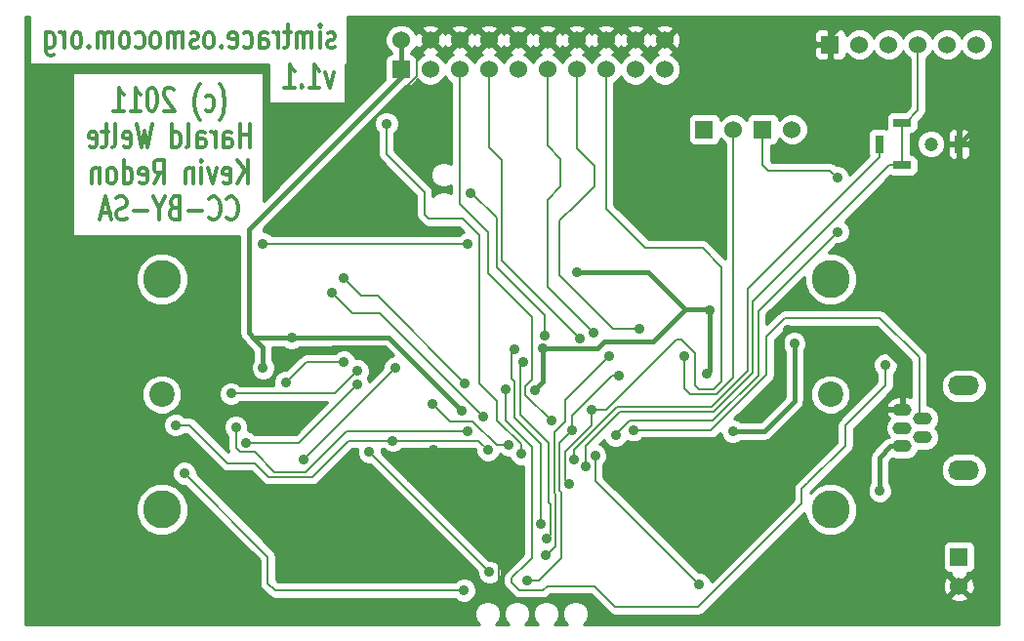
<source format=gbl>
G04 (created by PCBNEW-RS274X (2011-05-25)-stable) date Mon 14 Nov 2011 21:00:13 CET*
G01*
G70*
G90*
%MOIN*%
G04 Gerber Fmt 3.4, Leading zero omitted, Abs format*
%FSLAX34Y34*%
G04 APERTURE LIST*
%ADD10C,0.006000*%
%ADD11C,0.012000*%
%ADD12R,0.060000X0.060000*%
%ADD13C,0.060000*%
%ADD14C,0.086600*%
%ADD15C,0.129900*%
%ADD16O,0.106300X0.066900*%
%ADD17O,0.065000X0.043300*%
%ADD18C,0.047200*%
%ADD19R,0.027600X0.059100*%
%ADD20R,0.059100X0.027600*%
%ADD21C,0.035000*%
%ADD22C,0.016000*%
%ADD23C,0.008000*%
%ADD24C,0.010000*%
G04 APERTURE END LIST*
G54D10*
G54D11*
X25256Y-37140D02*
X25113Y-37674D01*
X24971Y-37140D01*
X24428Y-37674D02*
X24771Y-37674D01*
X24599Y-37674D02*
X24599Y-36874D01*
X24656Y-36988D01*
X24714Y-37064D01*
X24771Y-37102D01*
X24171Y-37598D02*
X24143Y-37636D01*
X24171Y-37674D01*
X24200Y-37636D01*
X24171Y-37598D01*
X24171Y-37674D01*
X23571Y-37674D02*
X23914Y-37674D01*
X23742Y-37674D02*
X23742Y-36874D01*
X23799Y-36988D01*
X23857Y-37064D01*
X23914Y-37102D01*
X21363Y-38779D02*
X21391Y-38740D01*
X21448Y-38626D01*
X21477Y-38550D01*
X21506Y-38436D01*
X21534Y-38245D01*
X21534Y-38093D01*
X21506Y-37902D01*
X21477Y-37788D01*
X21448Y-37712D01*
X21391Y-37598D01*
X21363Y-37560D01*
X20877Y-38436D02*
X20934Y-38474D01*
X21048Y-38474D01*
X21106Y-38436D01*
X21134Y-38398D01*
X21163Y-38321D01*
X21163Y-38093D01*
X21134Y-38017D01*
X21106Y-37979D01*
X21048Y-37940D01*
X20934Y-37940D01*
X20877Y-37979D01*
X20677Y-38779D02*
X20649Y-38740D01*
X20592Y-38626D01*
X20563Y-38550D01*
X20534Y-38436D01*
X20506Y-38245D01*
X20506Y-38093D01*
X20534Y-37902D01*
X20563Y-37788D01*
X20592Y-37712D01*
X20649Y-37598D01*
X20677Y-37560D01*
X19792Y-37750D02*
X19763Y-37712D01*
X19706Y-37674D01*
X19563Y-37674D01*
X19506Y-37712D01*
X19477Y-37750D01*
X19449Y-37826D01*
X19449Y-37902D01*
X19477Y-38017D01*
X19820Y-38474D01*
X19449Y-38474D01*
X19078Y-37674D02*
X19021Y-37674D01*
X18964Y-37712D01*
X18935Y-37750D01*
X18906Y-37826D01*
X18878Y-37979D01*
X18878Y-38169D01*
X18906Y-38321D01*
X18935Y-38398D01*
X18964Y-38436D01*
X19021Y-38474D01*
X19078Y-38474D01*
X19135Y-38436D01*
X19164Y-38398D01*
X19192Y-38321D01*
X19221Y-38169D01*
X19221Y-37979D01*
X19192Y-37826D01*
X19164Y-37750D01*
X19135Y-37712D01*
X19078Y-37674D01*
X18307Y-38474D02*
X18650Y-38474D01*
X18478Y-38474D02*
X18478Y-37674D01*
X18535Y-37788D01*
X18593Y-37864D01*
X18650Y-37902D01*
X17736Y-38474D02*
X18079Y-38474D01*
X17907Y-38474D02*
X17907Y-37674D01*
X17964Y-37788D01*
X18022Y-37864D01*
X18079Y-37902D01*
X22392Y-39714D02*
X22392Y-38914D01*
X22392Y-39295D02*
X22049Y-39295D01*
X22049Y-39714D02*
X22049Y-38914D01*
X21506Y-39714D02*
X21506Y-39295D01*
X21535Y-39219D01*
X21592Y-39180D01*
X21706Y-39180D01*
X21763Y-39219D01*
X21506Y-39676D02*
X21563Y-39714D01*
X21706Y-39714D01*
X21763Y-39676D01*
X21792Y-39600D01*
X21792Y-39523D01*
X21763Y-39447D01*
X21706Y-39409D01*
X21563Y-39409D01*
X21506Y-39371D01*
X21220Y-39714D02*
X21220Y-39180D01*
X21220Y-39333D02*
X21192Y-39257D01*
X21163Y-39219D01*
X21106Y-39180D01*
X21049Y-39180D01*
X20592Y-39714D02*
X20592Y-39295D01*
X20621Y-39219D01*
X20678Y-39180D01*
X20792Y-39180D01*
X20849Y-39219D01*
X20592Y-39676D02*
X20649Y-39714D01*
X20792Y-39714D01*
X20849Y-39676D01*
X20878Y-39600D01*
X20878Y-39523D01*
X20849Y-39447D01*
X20792Y-39409D01*
X20649Y-39409D01*
X20592Y-39371D01*
X20220Y-39714D02*
X20278Y-39676D01*
X20306Y-39600D01*
X20306Y-38914D01*
X19735Y-39714D02*
X19735Y-38914D01*
X19735Y-39676D02*
X19792Y-39714D01*
X19906Y-39714D01*
X19964Y-39676D01*
X19992Y-39638D01*
X20021Y-39561D01*
X20021Y-39333D01*
X19992Y-39257D01*
X19964Y-39219D01*
X19906Y-39180D01*
X19792Y-39180D01*
X19735Y-39219D01*
X19049Y-38914D02*
X18906Y-39714D01*
X18792Y-39142D01*
X18678Y-39714D01*
X18535Y-38914D01*
X18078Y-39676D02*
X18135Y-39714D01*
X18249Y-39714D01*
X18306Y-39676D01*
X18335Y-39600D01*
X18335Y-39295D01*
X18306Y-39219D01*
X18249Y-39180D01*
X18135Y-39180D01*
X18078Y-39219D01*
X18049Y-39295D01*
X18049Y-39371D01*
X18335Y-39447D01*
X17706Y-39714D02*
X17764Y-39676D01*
X17792Y-39600D01*
X17792Y-38914D01*
X17564Y-39180D02*
X17335Y-39180D01*
X17478Y-38914D02*
X17478Y-39600D01*
X17450Y-39676D01*
X17392Y-39714D01*
X17335Y-39714D01*
X16907Y-39676D02*
X16964Y-39714D01*
X17078Y-39714D01*
X17135Y-39676D01*
X17164Y-39600D01*
X17164Y-39295D01*
X17135Y-39219D01*
X17078Y-39180D01*
X16964Y-39180D01*
X16907Y-39219D01*
X16878Y-39295D01*
X16878Y-39371D01*
X17164Y-39447D01*
X22307Y-40954D02*
X22307Y-40154D01*
X21964Y-40954D02*
X22221Y-40497D01*
X21964Y-40154D02*
X22307Y-40611D01*
X21479Y-40916D02*
X21536Y-40954D01*
X21650Y-40954D01*
X21707Y-40916D01*
X21736Y-40840D01*
X21736Y-40535D01*
X21707Y-40459D01*
X21650Y-40420D01*
X21536Y-40420D01*
X21479Y-40459D01*
X21450Y-40535D01*
X21450Y-40611D01*
X21736Y-40687D01*
X21250Y-40420D02*
X21107Y-40954D01*
X20965Y-40420D01*
X20736Y-40954D02*
X20736Y-40420D01*
X20736Y-40154D02*
X20765Y-40192D01*
X20736Y-40230D01*
X20708Y-40192D01*
X20736Y-40154D01*
X20736Y-40230D01*
X20450Y-40420D02*
X20450Y-40954D01*
X20450Y-40497D02*
X20422Y-40459D01*
X20364Y-40420D01*
X20279Y-40420D01*
X20222Y-40459D01*
X20193Y-40535D01*
X20193Y-40954D01*
X19107Y-40954D02*
X19307Y-40573D01*
X19450Y-40954D02*
X19450Y-40154D01*
X19222Y-40154D01*
X19164Y-40192D01*
X19136Y-40230D01*
X19107Y-40306D01*
X19107Y-40420D01*
X19136Y-40497D01*
X19164Y-40535D01*
X19222Y-40573D01*
X19450Y-40573D01*
X18622Y-40916D02*
X18679Y-40954D01*
X18793Y-40954D01*
X18850Y-40916D01*
X18879Y-40840D01*
X18879Y-40535D01*
X18850Y-40459D01*
X18793Y-40420D01*
X18679Y-40420D01*
X18622Y-40459D01*
X18593Y-40535D01*
X18593Y-40611D01*
X18879Y-40687D01*
X18079Y-40954D02*
X18079Y-40154D01*
X18079Y-40916D02*
X18136Y-40954D01*
X18250Y-40954D01*
X18308Y-40916D01*
X18336Y-40878D01*
X18365Y-40801D01*
X18365Y-40573D01*
X18336Y-40497D01*
X18308Y-40459D01*
X18250Y-40420D01*
X18136Y-40420D01*
X18079Y-40459D01*
X17707Y-40954D02*
X17765Y-40916D01*
X17793Y-40878D01*
X17822Y-40801D01*
X17822Y-40573D01*
X17793Y-40497D01*
X17765Y-40459D01*
X17707Y-40420D01*
X17622Y-40420D01*
X17565Y-40459D01*
X17536Y-40497D01*
X17507Y-40573D01*
X17507Y-40801D01*
X17536Y-40878D01*
X17565Y-40916D01*
X17622Y-40954D01*
X17707Y-40954D01*
X17250Y-40420D02*
X17250Y-40954D01*
X17250Y-40497D02*
X17222Y-40459D01*
X17164Y-40420D01*
X17079Y-40420D01*
X17022Y-40459D01*
X16993Y-40535D01*
X16993Y-40954D01*
X21606Y-42118D02*
X21635Y-42156D01*
X21721Y-42194D01*
X21778Y-42194D01*
X21863Y-42156D01*
X21921Y-42080D01*
X21949Y-42003D01*
X21978Y-41851D01*
X21978Y-41737D01*
X21949Y-41584D01*
X21921Y-41508D01*
X21863Y-41432D01*
X21778Y-41394D01*
X21721Y-41394D01*
X21635Y-41432D01*
X21606Y-41470D01*
X21006Y-42118D02*
X21035Y-42156D01*
X21121Y-42194D01*
X21178Y-42194D01*
X21263Y-42156D01*
X21321Y-42080D01*
X21349Y-42003D01*
X21378Y-41851D01*
X21378Y-41737D01*
X21349Y-41584D01*
X21321Y-41508D01*
X21263Y-41432D01*
X21178Y-41394D01*
X21121Y-41394D01*
X21035Y-41432D01*
X21006Y-41470D01*
X20749Y-41889D02*
X20292Y-41889D01*
X19806Y-41775D02*
X19720Y-41813D01*
X19692Y-41851D01*
X19663Y-41927D01*
X19663Y-42041D01*
X19692Y-42118D01*
X19720Y-42156D01*
X19778Y-42194D01*
X20006Y-42194D01*
X20006Y-41394D01*
X19806Y-41394D01*
X19749Y-41432D01*
X19720Y-41470D01*
X19692Y-41546D01*
X19692Y-41622D01*
X19720Y-41699D01*
X19749Y-41737D01*
X19806Y-41775D01*
X20006Y-41775D01*
X19292Y-41813D02*
X19292Y-42194D01*
X19492Y-41394D02*
X19292Y-41813D01*
X19092Y-41394D01*
X18892Y-41889D02*
X18435Y-41889D01*
X18178Y-42156D02*
X18092Y-42194D01*
X17949Y-42194D01*
X17892Y-42156D01*
X17863Y-42118D01*
X17835Y-42041D01*
X17835Y-41965D01*
X17863Y-41889D01*
X17892Y-41851D01*
X17949Y-41813D01*
X18063Y-41775D01*
X18121Y-41737D01*
X18149Y-41699D01*
X18178Y-41622D01*
X18178Y-41546D01*
X18149Y-41470D01*
X18121Y-41432D01*
X18063Y-41394D01*
X17921Y-41394D01*
X17835Y-41432D01*
X17607Y-41965D02*
X17321Y-41965D01*
X17664Y-42194D02*
X17464Y-41394D01*
X17264Y-42194D01*
X25293Y-36286D02*
X25236Y-36324D01*
X25121Y-36324D01*
X25064Y-36286D01*
X25036Y-36210D01*
X25036Y-36171D01*
X25064Y-36095D01*
X25121Y-36057D01*
X25207Y-36057D01*
X25264Y-36019D01*
X25293Y-35943D01*
X25293Y-35905D01*
X25264Y-35829D01*
X25207Y-35790D01*
X25121Y-35790D01*
X25064Y-35829D01*
X24778Y-36324D02*
X24778Y-35790D01*
X24778Y-35524D02*
X24807Y-35562D01*
X24778Y-35600D01*
X24750Y-35562D01*
X24778Y-35524D01*
X24778Y-35600D01*
X24492Y-36324D02*
X24492Y-35790D01*
X24492Y-35867D02*
X24464Y-35829D01*
X24406Y-35790D01*
X24321Y-35790D01*
X24264Y-35829D01*
X24235Y-35905D01*
X24235Y-36324D01*
X24235Y-35905D02*
X24206Y-35829D01*
X24149Y-35790D01*
X24064Y-35790D01*
X24006Y-35829D01*
X23978Y-35905D01*
X23978Y-36324D01*
X23778Y-35790D02*
X23549Y-35790D01*
X23692Y-35524D02*
X23692Y-36210D01*
X23664Y-36286D01*
X23606Y-36324D01*
X23549Y-36324D01*
X23349Y-36324D02*
X23349Y-35790D01*
X23349Y-35943D02*
X23321Y-35867D01*
X23292Y-35829D01*
X23235Y-35790D01*
X23178Y-35790D01*
X22721Y-36324D02*
X22721Y-35905D01*
X22750Y-35829D01*
X22807Y-35790D01*
X22921Y-35790D01*
X22978Y-35829D01*
X22721Y-36286D02*
X22778Y-36324D01*
X22921Y-36324D01*
X22978Y-36286D01*
X23007Y-36210D01*
X23007Y-36133D01*
X22978Y-36057D01*
X22921Y-36019D01*
X22778Y-36019D01*
X22721Y-35981D01*
X22178Y-36286D02*
X22235Y-36324D01*
X22349Y-36324D01*
X22407Y-36286D01*
X22435Y-36248D01*
X22464Y-36171D01*
X22464Y-35943D01*
X22435Y-35867D01*
X22407Y-35829D01*
X22349Y-35790D01*
X22235Y-35790D01*
X22178Y-35829D01*
X21693Y-36286D02*
X21750Y-36324D01*
X21864Y-36324D01*
X21921Y-36286D01*
X21950Y-36210D01*
X21950Y-35905D01*
X21921Y-35829D01*
X21864Y-35790D01*
X21750Y-35790D01*
X21693Y-35829D01*
X21664Y-35905D01*
X21664Y-35981D01*
X21950Y-36057D01*
X21407Y-36248D02*
X21379Y-36286D01*
X21407Y-36324D01*
X21436Y-36286D01*
X21407Y-36248D01*
X21407Y-36324D01*
X21035Y-36324D02*
X21093Y-36286D01*
X21121Y-36248D01*
X21150Y-36171D01*
X21150Y-35943D01*
X21121Y-35867D01*
X21093Y-35829D01*
X21035Y-35790D01*
X20950Y-35790D01*
X20893Y-35829D01*
X20864Y-35867D01*
X20835Y-35943D01*
X20835Y-36171D01*
X20864Y-36248D01*
X20893Y-36286D01*
X20950Y-36324D01*
X21035Y-36324D01*
X20607Y-36286D02*
X20550Y-36324D01*
X20435Y-36324D01*
X20378Y-36286D01*
X20350Y-36210D01*
X20350Y-36171D01*
X20378Y-36095D01*
X20435Y-36057D01*
X20521Y-36057D01*
X20578Y-36019D01*
X20607Y-35943D01*
X20607Y-35905D01*
X20578Y-35829D01*
X20521Y-35790D01*
X20435Y-35790D01*
X20378Y-35829D01*
X20092Y-36324D02*
X20092Y-35790D01*
X20092Y-35867D02*
X20064Y-35829D01*
X20006Y-35790D01*
X19921Y-35790D01*
X19864Y-35829D01*
X19835Y-35905D01*
X19835Y-36324D01*
X19835Y-35905D02*
X19806Y-35829D01*
X19749Y-35790D01*
X19664Y-35790D01*
X19606Y-35829D01*
X19578Y-35905D01*
X19578Y-36324D01*
X19206Y-36324D02*
X19264Y-36286D01*
X19292Y-36248D01*
X19321Y-36171D01*
X19321Y-35943D01*
X19292Y-35867D01*
X19264Y-35829D01*
X19206Y-35790D01*
X19121Y-35790D01*
X19064Y-35829D01*
X19035Y-35867D01*
X19006Y-35943D01*
X19006Y-36171D01*
X19035Y-36248D01*
X19064Y-36286D01*
X19121Y-36324D01*
X19206Y-36324D01*
X18492Y-36286D02*
X18549Y-36324D01*
X18663Y-36324D01*
X18721Y-36286D01*
X18749Y-36248D01*
X18778Y-36171D01*
X18778Y-35943D01*
X18749Y-35867D01*
X18721Y-35829D01*
X18663Y-35790D01*
X18549Y-35790D01*
X18492Y-35829D01*
X18149Y-36324D02*
X18207Y-36286D01*
X18235Y-36248D01*
X18264Y-36171D01*
X18264Y-35943D01*
X18235Y-35867D01*
X18207Y-35829D01*
X18149Y-35790D01*
X18064Y-35790D01*
X18007Y-35829D01*
X17978Y-35867D01*
X17949Y-35943D01*
X17949Y-36171D01*
X17978Y-36248D01*
X18007Y-36286D01*
X18064Y-36324D01*
X18149Y-36324D01*
X17692Y-36324D02*
X17692Y-35790D01*
X17692Y-35867D02*
X17664Y-35829D01*
X17606Y-35790D01*
X17521Y-35790D01*
X17464Y-35829D01*
X17435Y-35905D01*
X17435Y-36324D01*
X17435Y-35905D02*
X17406Y-35829D01*
X17349Y-35790D01*
X17264Y-35790D01*
X17206Y-35829D01*
X17178Y-35905D01*
X17178Y-36324D01*
X16892Y-36248D02*
X16864Y-36286D01*
X16892Y-36324D01*
X16921Y-36286D01*
X16892Y-36248D01*
X16892Y-36324D01*
X16520Y-36324D02*
X16578Y-36286D01*
X16606Y-36248D01*
X16635Y-36171D01*
X16635Y-35943D01*
X16606Y-35867D01*
X16578Y-35829D01*
X16520Y-35790D01*
X16435Y-35790D01*
X16378Y-35829D01*
X16349Y-35867D01*
X16320Y-35943D01*
X16320Y-36171D01*
X16349Y-36248D01*
X16378Y-36286D01*
X16435Y-36324D01*
X16520Y-36324D01*
X16063Y-36324D02*
X16063Y-35790D01*
X16063Y-35943D02*
X16035Y-35867D01*
X16006Y-35829D01*
X15949Y-35790D01*
X15892Y-35790D01*
X15435Y-35790D02*
X15435Y-36438D01*
X15464Y-36514D01*
X15492Y-36552D01*
X15549Y-36590D01*
X15635Y-36590D01*
X15692Y-36552D01*
X15435Y-36286D02*
X15492Y-36324D01*
X15606Y-36324D01*
X15664Y-36286D01*
X15692Y-36248D01*
X15721Y-36171D01*
X15721Y-35943D01*
X15692Y-35867D01*
X15664Y-35829D01*
X15606Y-35790D01*
X15492Y-35790D01*
X15435Y-35829D01*
G54D12*
X27550Y-37050D03*
G54D13*
X27550Y-36050D03*
X28550Y-37050D03*
X28550Y-36050D03*
X29550Y-37050D03*
X29550Y-36050D03*
X30550Y-37050D03*
X30550Y-36050D03*
X31550Y-37050D03*
X31550Y-36050D03*
X32550Y-37050D03*
X32550Y-36050D03*
X33550Y-37050D03*
X33550Y-36050D03*
X34550Y-37050D03*
X34550Y-36050D03*
X35550Y-37050D03*
X35550Y-36050D03*
X36550Y-37050D03*
X36550Y-36050D03*
G54D12*
X37900Y-39100D03*
G54D13*
X38900Y-39100D03*
G54D12*
X39900Y-39100D03*
G54D13*
X40900Y-39100D03*
G54D12*
X46600Y-53700D03*
G54D13*
X46600Y-54700D03*
G54D12*
X42200Y-36200D03*
G54D13*
X43200Y-36200D03*
X44200Y-36200D03*
X45200Y-36200D03*
X46200Y-36200D03*
X47200Y-36200D03*
G54D14*
X19383Y-48150D03*
X42217Y-48150D03*
G54D15*
X19383Y-52087D03*
X19383Y-44213D03*
X42217Y-52087D03*
X42217Y-44213D03*
G54D16*
X46761Y-50737D03*
X46761Y-47863D03*
G54D17*
X44665Y-49930D03*
X44665Y-49300D03*
X44665Y-48670D03*
X45353Y-49615D03*
X45353Y-48985D03*
G54D18*
X45650Y-39600D03*
G54D19*
X46595Y-39600D03*
G54D20*
X44666Y-40328D03*
X44666Y-38872D03*
G54D19*
X43878Y-39600D03*
G54D21*
X38091Y-45276D03*
X37992Y-47441D03*
X33563Y-43996D03*
X32381Y-46593D03*
X32122Y-48008D03*
X34042Y-48691D03*
X33280Y-51206D03*
X35475Y-49372D03*
X32500Y-53650D03*
X34665Y-46842D03*
X22244Y-49803D03*
X26051Y-47815D03*
X31232Y-49886D03*
X28631Y-48470D03*
X33845Y-50631D03*
X33464Y-50369D03*
X27362Y-47244D03*
X24213Y-50394D03*
X29700Y-54850D03*
X20150Y-50850D03*
X31850Y-54500D03*
X33395Y-49386D03*
X35003Y-47501D03*
X25591Y-47047D03*
X23622Y-47736D03*
X31436Y-46623D03*
X32332Y-52578D03*
X32509Y-53094D03*
X31712Y-47061D03*
X25591Y-44193D03*
X29736Y-47770D03*
X21911Y-49270D03*
X29814Y-49412D03*
X25197Y-44685D03*
X30352Y-48908D03*
X21752Y-48130D03*
X26064Y-47352D03*
X37727Y-54653D03*
X34177Y-50252D03*
X29938Y-41291D03*
X32454Y-46139D03*
X27050Y-38900D03*
X31656Y-50189D03*
X34131Y-46062D03*
X32696Y-49060D03*
X35700Y-45900D03*
X42450Y-42600D03*
X42450Y-40750D03*
X34876Y-49563D03*
X33654Y-46232D03*
X19850Y-49200D03*
X27270Y-49734D03*
X30518Y-50049D03*
X30568Y-54229D03*
X26470Y-50131D03*
X22835Y-47244D03*
X23811Y-46231D03*
X38878Y-49409D03*
X29636Y-48701D03*
X40977Y-46417D03*
X22244Y-51772D03*
X40748Y-45965D03*
X39665Y-48819D03*
X22250Y-50900D03*
X26500Y-40200D03*
X33000Y-55100D03*
X27893Y-51021D03*
X29197Y-51944D03*
X27778Y-41852D03*
X25345Y-50750D03*
X28661Y-50057D03*
X29823Y-43012D03*
X22835Y-43012D03*
X37228Y-46836D03*
X44094Y-47146D03*
X31109Y-47972D03*
X43900Y-51450D03*
G54D22*
X38100Y-45276D02*
X38100Y-45250D01*
X38091Y-45276D02*
X38100Y-45276D01*
X38100Y-47136D02*
X38100Y-47333D01*
X38100Y-47333D02*
X37992Y-47441D01*
X38100Y-45250D02*
X38100Y-47136D01*
X33563Y-43996D02*
X35996Y-43996D01*
X35996Y-43996D02*
X37250Y-45250D01*
X35236Y-46350D02*
X36150Y-46350D01*
X34500Y-46350D02*
X35236Y-46350D01*
X34257Y-46593D02*
X34500Y-46350D01*
X32381Y-46593D02*
X34257Y-46593D01*
X36150Y-46350D02*
X37250Y-45250D01*
X32122Y-48008D02*
X32122Y-47978D01*
X32381Y-47719D02*
X32381Y-46593D01*
X32122Y-47978D02*
X32381Y-47719D01*
X37250Y-45250D02*
X38100Y-45250D01*
G54D23*
X37598Y-46752D02*
X37303Y-46457D01*
X37732Y-47969D02*
X37598Y-47835D01*
X37598Y-47835D02*
X37598Y-46752D01*
X37992Y-47969D02*
X37732Y-47969D01*
X37303Y-46457D02*
X37303Y-46460D01*
X34550Y-37050D02*
X34550Y-41800D01*
X37850Y-43150D02*
X38502Y-43802D01*
X35900Y-43150D02*
X37850Y-43150D01*
X34550Y-41800D02*
X35900Y-43150D01*
X34042Y-49204D02*
X34042Y-48691D01*
X33144Y-50102D02*
X34042Y-49204D01*
X33144Y-51070D02*
X33144Y-50102D01*
X33280Y-51206D02*
X33144Y-51070D01*
X34557Y-48691D02*
X34042Y-48691D01*
X37303Y-46460D02*
X37140Y-46297D01*
X37140Y-46297D02*
X36951Y-46297D01*
X36951Y-46297D02*
X34557Y-48691D01*
X37546Y-46703D02*
X37303Y-46460D01*
X38232Y-47969D02*
X37992Y-47969D01*
X37992Y-47969D02*
X37941Y-47969D01*
X38502Y-47699D02*
X38232Y-47969D01*
X38502Y-43802D02*
X38502Y-47699D01*
X38140Y-49372D02*
X35475Y-49372D01*
X40017Y-47495D02*
X38140Y-49372D01*
X40017Y-46191D02*
X40017Y-47495D01*
X40657Y-45551D02*
X40017Y-46191D01*
X43902Y-45551D02*
X40657Y-45551D01*
X45245Y-46894D02*
X43902Y-45551D01*
X45245Y-48985D02*
X45245Y-46894D01*
X32500Y-53650D02*
X32533Y-53650D01*
X32533Y-53650D02*
X32833Y-53350D01*
X32833Y-53350D02*
X32834Y-53350D01*
X32833Y-53350D02*
X32834Y-53350D01*
X32833Y-53350D02*
X32833Y-51569D01*
X33143Y-48364D02*
X34665Y-46842D01*
X33143Y-49090D02*
X33143Y-48364D01*
X32778Y-49455D02*
X33143Y-49090D01*
X32778Y-51514D02*
X32778Y-49455D01*
X32833Y-51569D02*
X32778Y-51514D01*
X22244Y-49803D02*
X24063Y-49803D01*
X24063Y-49803D02*
X26051Y-47815D01*
X31232Y-49885D02*
X31232Y-49886D01*
X30809Y-49885D02*
X31232Y-49885D01*
X30003Y-49079D02*
X30809Y-49885D01*
X29240Y-49079D02*
X30003Y-49079D01*
X28631Y-48470D02*
X29240Y-49079D01*
X44666Y-40328D02*
X44666Y-38872D01*
X44666Y-38872D02*
X44776Y-38872D01*
X44666Y-40328D02*
X44480Y-40328D01*
X44480Y-40328D02*
X44227Y-40328D01*
X45200Y-38448D02*
X45200Y-36200D01*
X44776Y-38872D02*
X45200Y-38448D01*
X33845Y-49922D02*
X33845Y-50631D01*
X35008Y-48759D02*
X33845Y-49922D01*
X38232Y-48759D02*
X35008Y-48759D01*
X39560Y-47431D02*
X38232Y-48759D01*
X39560Y-44995D02*
X39560Y-47431D01*
X44227Y-40328D02*
X39560Y-44995D01*
X43878Y-39600D02*
X43878Y-40039D01*
X33464Y-50043D02*
X33464Y-50369D01*
X34931Y-48576D02*
X33464Y-50043D01*
X38155Y-48576D02*
X34931Y-48576D01*
X39377Y-47354D02*
X38155Y-48576D01*
X39377Y-44540D02*
X39377Y-47354D01*
X43878Y-40039D02*
X39377Y-44540D01*
X27362Y-47245D02*
X27362Y-47244D01*
X24213Y-50394D02*
X27362Y-47245D01*
X23250Y-54850D02*
X29700Y-54850D01*
X23000Y-54600D02*
X23250Y-54850D01*
X23000Y-53700D02*
X23000Y-54600D01*
X20150Y-50850D02*
X23000Y-53700D01*
X33016Y-53700D02*
X33016Y-53734D01*
X33395Y-49386D02*
X32961Y-49820D01*
X32961Y-51436D02*
X32961Y-49820D01*
X33016Y-51491D02*
X32961Y-51436D01*
X33016Y-53700D02*
X33016Y-51491D01*
X33016Y-53734D02*
X32250Y-54500D01*
X32250Y-54500D02*
X31850Y-54500D01*
X33395Y-48875D02*
X33395Y-49386D01*
X34769Y-47501D02*
X33395Y-48875D01*
X35003Y-47501D02*
X34769Y-47501D01*
X23623Y-47736D02*
X24312Y-47047D01*
X24312Y-47047D02*
X25591Y-47047D01*
X23622Y-47736D02*
X23623Y-47736D01*
X31334Y-46725D02*
X31436Y-46623D01*
X31334Y-47606D02*
X31334Y-46725D01*
X31438Y-47710D02*
X31334Y-47606D01*
X31438Y-48945D02*
X31438Y-47710D01*
X32332Y-49839D02*
X31438Y-48945D01*
X32332Y-52578D02*
X32332Y-49839D01*
X31712Y-47061D02*
X31621Y-47152D01*
X31621Y-47152D02*
X31621Y-48832D01*
X31621Y-48832D02*
X32595Y-49806D01*
X32595Y-49806D02*
X32595Y-51851D01*
X32595Y-51851D02*
X32650Y-51906D01*
X32650Y-51906D02*
X32650Y-52953D01*
X32650Y-52953D02*
X32509Y-53094D01*
X26193Y-44795D02*
X26761Y-44795D01*
X25591Y-44193D02*
X26193Y-44795D01*
X26761Y-44795D02*
X29736Y-47770D01*
X22539Y-50130D02*
X22556Y-50130D01*
X24297Y-50802D02*
X25687Y-49412D01*
X23228Y-50802D02*
X24297Y-50802D01*
X22556Y-50130D02*
X23228Y-50802D01*
X29814Y-49412D02*
X25687Y-49412D01*
X22539Y-50130D02*
X22049Y-50130D01*
X22049Y-50130D02*
X21911Y-49992D01*
X21911Y-49992D02*
X21911Y-49270D01*
X26772Y-45374D02*
X26772Y-45371D01*
X26769Y-45371D02*
X26772Y-45374D01*
X25883Y-45371D02*
X26769Y-45371D01*
X25197Y-44685D02*
X25883Y-45371D01*
X26815Y-45371D02*
X30352Y-48908D01*
X26772Y-45371D02*
X26815Y-45371D01*
X21752Y-48130D02*
X25286Y-48130D01*
X25286Y-48130D02*
X26064Y-47352D01*
X34177Y-51103D02*
X34177Y-50252D01*
X37727Y-54653D02*
X34177Y-51103D01*
X29938Y-41291D02*
X29972Y-41291D01*
X32454Y-45446D02*
X32454Y-46139D01*
X30807Y-43799D02*
X32454Y-45446D01*
X30807Y-42126D02*
X30807Y-43799D01*
X29972Y-41291D02*
X30807Y-42126D01*
X29035Y-42150D02*
X29650Y-42150D01*
X30217Y-42717D02*
X30217Y-47776D01*
X29650Y-42150D02*
X30217Y-42717D01*
X27050Y-38900D02*
X27050Y-39950D01*
X28500Y-42150D02*
X29035Y-42150D01*
X28350Y-42000D02*
X28500Y-42150D01*
X28350Y-41250D02*
X28350Y-42000D01*
X27050Y-39950D02*
X28350Y-41250D01*
X31656Y-49858D02*
X31656Y-50189D01*
X30837Y-49039D02*
X31656Y-49858D01*
X30837Y-48396D02*
X30837Y-49039D01*
X30217Y-47776D02*
X30837Y-48396D01*
X32550Y-39600D02*
X32550Y-39650D01*
X32550Y-39600D02*
X32550Y-37050D01*
X34131Y-46062D02*
X32550Y-44481D01*
X32550Y-44481D02*
X32550Y-41500D01*
X32550Y-39650D02*
X33000Y-40100D01*
X33000Y-40100D02*
X33000Y-41050D01*
X33000Y-41050D02*
X32550Y-41500D01*
X29550Y-41535D02*
X29550Y-41656D01*
X30512Y-42618D02*
X30512Y-44007D01*
X29550Y-41656D02*
X30512Y-42618D01*
X32032Y-46756D02*
X32032Y-45527D01*
X32032Y-46756D02*
X32032Y-47648D01*
X32032Y-47648D02*
X31804Y-47876D01*
X31804Y-47876D02*
X31804Y-48168D01*
X31804Y-48168D02*
X32696Y-49060D01*
X32032Y-45527D02*
X30512Y-44007D01*
X29550Y-37050D02*
X29550Y-41535D01*
X33565Y-41635D02*
X33561Y-41635D01*
X34778Y-45900D02*
X35700Y-45900D01*
X32972Y-44094D02*
X34778Y-45900D01*
X32972Y-42224D02*
X32972Y-44094D01*
X33561Y-41635D02*
X32972Y-42224D01*
X33550Y-39700D02*
X33550Y-39750D01*
X34150Y-41050D02*
X33565Y-41635D01*
X34150Y-40350D02*
X34150Y-41050D01*
X33550Y-39750D02*
X34150Y-40350D01*
X33550Y-39700D02*
X33550Y-37050D01*
X39744Y-45450D02*
X39744Y-45306D01*
X39744Y-45306D02*
X42450Y-42600D01*
X39900Y-39100D02*
X39900Y-40300D01*
X42450Y-40750D02*
X42200Y-40500D01*
X42200Y-40500D02*
X40100Y-40500D01*
X40100Y-40500D02*
X39900Y-40300D01*
X39744Y-45447D02*
X39744Y-45450D01*
X39744Y-45450D02*
X39744Y-47507D01*
X39744Y-47507D02*
X38197Y-49054D01*
X38197Y-49054D02*
X35343Y-49054D01*
X35343Y-49054D02*
X34876Y-49521D01*
X34876Y-49521D02*
X34876Y-49563D01*
X31000Y-40945D02*
X31000Y-43578D01*
X31000Y-43578D02*
X33654Y-46232D01*
X30550Y-39700D02*
X31000Y-40150D01*
X31000Y-40150D02*
X31000Y-40945D01*
X30550Y-37050D02*
X30550Y-39700D01*
X19861Y-49211D02*
X20339Y-49211D01*
X19850Y-49200D02*
X19861Y-49211D01*
X22539Y-50507D02*
X22554Y-50507D01*
X24508Y-50984D02*
X25758Y-49734D01*
X23031Y-50984D02*
X24508Y-50984D01*
X22554Y-50507D02*
X23031Y-50984D01*
X27270Y-49734D02*
X25758Y-49734D01*
X22539Y-50507D02*
X21635Y-50507D01*
X20664Y-49536D02*
X20339Y-49211D01*
X21635Y-50507D02*
X20664Y-49536D01*
X20339Y-49211D02*
X20338Y-49210D01*
X30203Y-49734D02*
X27270Y-49734D01*
X30518Y-50049D02*
X30203Y-49734D01*
X26470Y-50131D02*
X30568Y-54229D01*
G54D22*
X23811Y-46231D02*
X22531Y-46231D01*
X22531Y-46231D02*
X22539Y-46239D01*
X22539Y-46239D02*
X22539Y-46260D01*
X22539Y-46260D02*
X22539Y-46239D01*
X22835Y-47244D02*
X22835Y-46535D01*
X22835Y-46535D02*
X22539Y-46239D01*
X22539Y-46239D02*
X22350Y-46050D01*
X22350Y-42500D02*
X27550Y-37300D01*
X27550Y-37300D02*
X27550Y-37050D01*
X22350Y-46050D02*
X22350Y-42500D01*
X25069Y-46231D02*
X23811Y-46231D01*
X38878Y-49409D02*
X39962Y-49409D01*
X39962Y-49409D02*
X40977Y-48394D01*
X40977Y-48394D02*
X40977Y-46417D01*
X25069Y-46231D02*
X25100Y-46200D01*
X25100Y-46200D02*
X27135Y-46200D01*
X27135Y-46200D02*
X29636Y-48701D01*
X27550Y-36050D02*
X27550Y-37050D01*
G54D23*
X40986Y-46417D02*
X40977Y-46417D01*
X40986Y-46417D02*
X40986Y-46383D01*
X40986Y-46383D02*
X40987Y-46383D01*
G54D22*
X42200Y-36200D02*
X42200Y-35900D01*
X47800Y-38395D02*
X46595Y-39600D01*
X47800Y-35800D02*
X47800Y-38395D01*
X47500Y-35500D02*
X47800Y-35800D01*
X42600Y-35500D02*
X47500Y-35500D01*
X42200Y-35900D02*
X42600Y-35500D01*
X22244Y-51284D02*
X24811Y-51284D01*
X24811Y-51284D02*
X25345Y-50750D01*
X22244Y-51284D02*
X22244Y-51280D01*
X22244Y-51772D02*
X22244Y-51280D01*
X22244Y-51280D02*
X22244Y-50906D01*
X22244Y-50906D02*
X22250Y-50900D01*
X40748Y-45977D02*
X40682Y-45977D01*
X40748Y-45965D02*
X40748Y-45977D01*
X39665Y-48819D02*
X39665Y-48802D01*
X39665Y-48802D02*
X40551Y-47916D01*
X40551Y-47916D02*
X40551Y-46108D01*
X40551Y-46108D02*
X40682Y-45977D01*
G54D23*
X44773Y-48670D02*
X44773Y-47332D01*
X43418Y-45977D02*
X40682Y-45977D01*
X44773Y-47332D02*
X43418Y-45977D01*
X26500Y-40200D02*
X26500Y-39700D01*
X26500Y-39700D02*
X26350Y-39550D01*
X28100Y-37250D02*
X28106Y-37250D01*
X28106Y-37256D02*
X28100Y-37250D01*
X28106Y-37294D02*
X28106Y-37256D01*
X26350Y-39050D02*
X28106Y-37294D01*
X26350Y-39550D02*
X26350Y-39050D01*
X27778Y-41478D02*
X27778Y-41852D01*
X26500Y-40200D02*
X27778Y-41478D01*
X30874Y-53427D02*
X30877Y-53427D01*
X31050Y-55100D02*
X33000Y-55100D01*
X30900Y-54950D02*
X31050Y-55100D01*
X30900Y-53450D02*
X30900Y-54950D01*
X30877Y-53427D02*
X30900Y-53450D01*
X29391Y-51944D02*
X30874Y-53427D01*
X29197Y-51944D02*
X29391Y-51944D01*
X28550Y-36050D02*
X28106Y-36494D01*
X28106Y-36494D02*
X28106Y-37250D01*
X28274Y-50444D02*
X28661Y-50057D01*
X28274Y-51021D02*
X28274Y-50444D01*
X27893Y-51021D02*
X28274Y-51021D01*
X28274Y-51021D02*
X29197Y-51944D01*
X23217Y-43012D02*
X22835Y-43012D01*
X29823Y-43012D02*
X23217Y-43012D01*
X37228Y-46836D02*
X37228Y-47956D01*
X38319Y-48155D02*
X38319Y-48151D01*
X37427Y-48155D02*
X38319Y-48155D01*
X37228Y-47956D02*
X37427Y-48155D01*
X38900Y-47570D02*
X38900Y-39100D01*
X38317Y-48153D02*
X38319Y-48151D01*
X38319Y-48151D02*
X38900Y-47570D01*
X37729Y-48153D02*
X38317Y-48153D01*
X42717Y-49263D02*
X42717Y-49212D01*
X42717Y-49212D02*
X44094Y-47835D01*
X44094Y-47146D02*
X44094Y-47835D01*
X41235Y-51870D02*
X41235Y-51383D01*
X41437Y-51181D02*
X41437Y-51182D01*
X41235Y-51383D02*
X41437Y-51181D01*
X42717Y-49902D02*
X42717Y-49263D01*
X41437Y-51182D02*
X42717Y-49902D01*
X41235Y-51884D02*
X41235Y-51870D01*
X34500Y-55050D02*
X34867Y-55417D01*
X37702Y-55417D02*
X34867Y-55417D01*
X41235Y-51884D02*
X37702Y-55417D01*
X32007Y-53400D02*
X32007Y-53743D01*
X32007Y-53743D02*
X31850Y-53900D01*
X31325Y-54575D02*
X31325Y-54425D01*
X31325Y-54575D02*
X31600Y-54850D01*
X31600Y-54850D02*
X32400Y-54850D01*
X32400Y-54850D02*
X32550Y-54700D01*
X32550Y-54700D02*
X34150Y-54700D01*
X34150Y-54700D02*
X34500Y-55050D01*
X31325Y-54425D02*
X31850Y-53900D01*
X32007Y-52850D02*
X32007Y-53400D01*
X31109Y-49051D02*
X31109Y-47972D01*
X32007Y-49949D02*
X31109Y-49051D01*
X32007Y-52850D02*
X32007Y-49949D01*
X34450Y-55000D02*
X34500Y-55050D01*
G54D22*
X43900Y-50300D02*
X43900Y-51450D01*
X44270Y-49930D02*
X43900Y-50300D01*
X44773Y-49930D02*
X44270Y-49930D01*
G54D24*
X29050Y-37276D02*
X29050Y-37276D01*
X29018Y-37356D02*
X29083Y-37356D01*
X28084Y-37436D02*
X28160Y-37436D01*
X28940Y-37436D02*
X29160Y-37436D01*
X28036Y-37516D02*
X28242Y-37516D01*
X28859Y-37516D02*
X29242Y-37516D01*
X27907Y-37596D02*
X28434Y-37596D01*
X28667Y-37596D02*
X29260Y-37596D01*
X27640Y-37676D02*
X29260Y-37676D01*
X27560Y-37756D02*
X29260Y-37756D01*
X27480Y-37836D02*
X29260Y-37836D01*
X27400Y-37916D02*
X29260Y-37916D01*
X27320Y-37996D02*
X29260Y-37996D01*
X27240Y-38076D02*
X29260Y-38076D01*
X27160Y-38156D02*
X29260Y-38156D01*
X27080Y-38236D02*
X29260Y-38236D01*
X27000Y-38316D02*
X29260Y-38316D01*
X26920Y-38396D02*
X29260Y-38396D01*
X26840Y-38476D02*
X26963Y-38476D01*
X27137Y-38476D02*
X29260Y-38476D01*
X26760Y-38556D02*
X26793Y-38556D01*
X27307Y-38556D02*
X29260Y-38556D01*
X26680Y-38636D02*
X26713Y-38636D01*
X27387Y-38636D02*
X29260Y-38636D01*
X26600Y-38716D02*
X26666Y-38716D01*
X27433Y-38716D02*
X29260Y-38716D01*
X26520Y-38796D02*
X26632Y-38796D01*
X27466Y-38796D02*
X29260Y-38796D01*
X26440Y-38876D02*
X26625Y-38876D01*
X27475Y-38876D02*
X29260Y-38876D01*
X26360Y-38956D02*
X26625Y-38956D01*
X27475Y-38956D02*
X29260Y-38956D01*
X26280Y-39036D02*
X26647Y-39036D01*
X27454Y-39036D02*
X29260Y-39036D01*
X26200Y-39116D02*
X26680Y-39116D01*
X27421Y-39116D02*
X29260Y-39116D01*
X26120Y-39196D02*
X26745Y-39196D01*
X27355Y-39196D02*
X29260Y-39196D01*
X26040Y-39276D02*
X26760Y-39276D01*
X27340Y-39276D02*
X29260Y-39276D01*
X25960Y-39356D02*
X26760Y-39356D01*
X27340Y-39356D02*
X29260Y-39356D01*
X25880Y-39436D02*
X26760Y-39436D01*
X27340Y-39436D02*
X29260Y-39436D01*
X25800Y-39516D02*
X26760Y-39516D01*
X27340Y-39516D02*
X29260Y-39516D01*
X25720Y-39596D02*
X26760Y-39596D01*
X27340Y-39596D02*
X29260Y-39596D01*
X25640Y-39676D02*
X26760Y-39676D01*
X27340Y-39676D02*
X29260Y-39676D01*
X25560Y-39756D02*
X26760Y-39756D01*
X27340Y-39756D02*
X29260Y-39756D01*
X25480Y-39836D02*
X26760Y-39836D01*
X27346Y-39836D02*
X29260Y-39836D01*
X25400Y-39916D02*
X26760Y-39916D01*
X27426Y-39916D02*
X29260Y-39916D01*
X25320Y-39996D02*
X26770Y-39996D01*
X27506Y-39996D02*
X29260Y-39996D01*
X25240Y-40076D02*
X26793Y-40076D01*
X27586Y-40076D02*
X29260Y-40076D01*
X25160Y-40156D02*
X26846Y-40156D01*
X27666Y-40156D02*
X29260Y-40156D01*
X25080Y-40236D02*
X26926Y-40236D01*
X27746Y-40236D02*
X28843Y-40236D01*
X29175Y-40236D02*
X29260Y-40236D01*
X25000Y-40316D02*
X27006Y-40316D01*
X27826Y-40316D02*
X28712Y-40316D01*
X24920Y-40396D02*
X27086Y-40396D01*
X27906Y-40396D02*
X28632Y-40396D01*
X24840Y-40476D02*
X27166Y-40476D01*
X27986Y-40476D02*
X28598Y-40476D01*
X24760Y-40556D02*
X27246Y-40556D01*
X28066Y-40556D02*
X28565Y-40556D01*
X24680Y-40636D02*
X27326Y-40636D01*
X28146Y-40636D02*
X28563Y-40636D01*
X24600Y-40716D02*
X27406Y-40716D01*
X28226Y-40716D02*
X28563Y-40716D01*
X24520Y-40796D02*
X27486Y-40796D01*
X28306Y-40796D02*
X28588Y-40796D01*
X24440Y-40876D02*
X27566Y-40876D01*
X28386Y-40876D02*
X28621Y-40876D01*
X24360Y-40956D02*
X27646Y-40956D01*
X28466Y-40956D02*
X28685Y-40956D01*
X24280Y-41036D02*
X27726Y-41036D01*
X28546Y-41036D02*
X28776Y-41036D01*
X29241Y-41036D02*
X29260Y-41036D01*
X24200Y-41116D02*
X27806Y-41116D01*
X28602Y-41116D02*
X29260Y-41116D01*
X24120Y-41196D02*
X27886Y-41196D01*
X28629Y-41196D02*
X29260Y-41196D01*
X24040Y-41276D02*
X27966Y-41276D01*
X28640Y-41276D02*
X28752Y-41276D01*
X23960Y-41356D02*
X28046Y-41356D01*
X28640Y-41356D02*
X28672Y-41356D01*
X23880Y-41436D02*
X28060Y-41436D01*
X23800Y-41516D02*
X28060Y-41516D01*
X23720Y-41596D02*
X28060Y-41596D01*
X23640Y-41676D02*
X28060Y-41676D01*
X23560Y-41756D02*
X28060Y-41756D01*
X23480Y-41836D02*
X28060Y-41836D01*
X23400Y-41916D02*
X28060Y-41916D01*
X23320Y-41996D02*
X28060Y-41996D01*
X23240Y-42076D02*
X28076Y-42076D01*
X23160Y-42156D02*
X28113Y-42156D01*
X23080Y-42236D02*
X28176Y-42236D01*
X23000Y-42316D02*
X28256Y-42316D01*
X22920Y-42396D02*
X28357Y-42396D01*
X22846Y-42476D02*
X29566Y-42476D01*
X22846Y-42556D02*
X29646Y-42556D01*
X23037Y-42636D02*
X29619Y-42636D01*
X23140Y-42716D02*
X29518Y-42716D01*
X14740Y-35240D02*
X14863Y-35240D01*
X25718Y-35240D02*
X47960Y-35240D01*
X14740Y-35320D02*
X14863Y-35320D01*
X25718Y-35320D02*
X47960Y-35320D01*
X14740Y-35400D02*
X14863Y-35400D01*
X25718Y-35400D02*
X47960Y-35400D01*
X14740Y-35480D02*
X14863Y-35480D01*
X25718Y-35480D02*
X47960Y-35480D01*
X14740Y-35560D02*
X14863Y-35560D01*
X25718Y-35560D02*
X27299Y-35560D01*
X27800Y-35560D02*
X28313Y-35560D01*
X28779Y-35560D02*
X29313Y-35560D01*
X29779Y-35560D02*
X30313Y-35560D01*
X30779Y-35560D02*
X31313Y-35560D01*
X31779Y-35560D02*
X32313Y-35560D01*
X32779Y-35560D02*
X33313Y-35560D01*
X33779Y-35560D02*
X34313Y-35560D01*
X34779Y-35560D02*
X35313Y-35560D01*
X35779Y-35560D02*
X36313Y-35560D01*
X36779Y-35560D02*
X47960Y-35560D01*
X14740Y-35640D02*
X14863Y-35640D01*
X25718Y-35640D02*
X27184Y-35640D01*
X27916Y-35640D02*
X28251Y-35640D01*
X28848Y-35640D02*
X29251Y-35640D01*
X29848Y-35640D02*
X30251Y-35640D01*
X30848Y-35640D02*
X31251Y-35640D01*
X31848Y-35640D02*
X32251Y-35640D01*
X32848Y-35640D02*
X33251Y-35640D01*
X33848Y-35640D02*
X34251Y-35640D01*
X34848Y-35640D02*
X35251Y-35640D01*
X35848Y-35640D02*
X36251Y-35640D01*
X36848Y-35640D02*
X47960Y-35640D01*
X14740Y-35720D02*
X14863Y-35720D01*
X25718Y-35720D02*
X27104Y-35720D01*
X27996Y-35720D02*
X28291Y-35720D01*
X28810Y-35720D02*
X28858Y-35720D01*
X28858Y-35720D02*
X29291Y-35720D01*
X29810Y-35720D02*
X29858Y-35720D01*
X29858Y-35720D02*
X30291Y-35720D01*
X30810Y-35720D02*
X30858Y-35720D01*
X30858Y-35720D02*
X31291Y-35720D01*
X31810Y-35720D02*
X31858Y-35720D01*
X31858Y-35720D02*
X32291Y-35720D01*
X32810Y-35720D02*
X32858Y-35720D01*
X32858Y-35720D02*
X33291Y-35720D01*
X33810Y-35720D02*
X33858Y-35720D01*
X33858Y-35720D02*
X34291Y-35720D01*
X34810Y-35720D02*
X34858Y-35720D01*
X34858Y-35720D02*
X35291Y-35720D01*
X35810Y-35720D02*
X35858Y-35720D01*
X35858Y-35720D02*
X36291Y-35720D01*
X36810Y-35720D02*
X36858Y-35720D01*
X36858Y-35720D02*
X41728Y-35720D01*
X42150Y-35720D02*
X42250Y-35720D01*
X42672Y-35720D02*
X42925Y-35720D01*
X43474Y-35720D02*
X43925Y-35720D01*
X44474Y-35720D02*
X44925Y-35720D01*
X45474Y-35720D02*
X45925Y-35720D01*
X46474Y-35720D02*
X46925Y-35720D01*
X47474Y-35720D02*
X47960Y-35720D01*
X14740Y-35800D02*
X14863Y-35800D01*
X25718Y-35800D02*
X27059Y-35800D01*
X28040Y-35800D02*
X28066Y-35800D01*
X28229Y-35800D02*
X28371Y-35800D01*
X28730Y-35800D02*
X28858Y-35800D01*
X28858Y-35800D02*
X28870Y-35800D01*
X29034Y-35800D02*
X29066Y-35800D01*
X29229Y-35800D02*
X29371Y-35800D01*
X29730Y-35800D02*
X29858Y-35800D01*
X29858Y-35800D02*
X29870Y-35800D01*
X30034Y-35800D02*
X30066Y-35800D01*
X30229Y-35800D02*
X30371Y-35800D01*
X30730Y-35800D02*
X30858Y-35800D01*
X30858Y-35800D02*
X30870Y-35800D01*
X31034Y-35800D02*
X31066Y-35800D01*
X31229Y-35800D02*
X31371Y-35800D01*
X31730Y-35800D02*
X31858Y-35800D01*
X31858Y-35800D02*
X31870Y-35800D01*
X32034Y-35800D02*
X32066Y-35800D01*
X32229Y-35800D02*
X32371Y-35800D01*
X32730Y-35800D02*
X32858Y-35800D01*
X32858Y-35800D02*
X32870Y-35800D01*
X33034Y-35800D02*
X33066Y-35800D01*
X33229Y-35800D02*
X33371Y-35800D01*
X33730Y-35800D02*
X33858Y-35800D01*
X33858Y-35800D02*
X33870Y-35800D01*
X34034Y-35800D02*
X34066Y-35800D01*
X34229Y-35800D02*
X34371Y-35800D01*
X34730Y-35800D02*
X34858Y-35800D01*
X34858Y-35800D02*
X34870Y-35800D01*
X35034Y-35800D02*
X35066Y-35800D01*
X35229Y-35800D02*
X35371Y-35800D01*
X35730Y-35800D02*
X35858Y-35800D01*
X35858Y-35800D02*
X35870Y-35800D01*
X36034Y-35800D02*
X36066Y-35800D01*
X36229Y-35800D02*
X36371Y-35800D01*
X36730Y-35800D02*
X36858Y-35800D01*
X36858Y-35800D02*
X36870Y-35800D01*
X37034Y-35800D02*
X41671Y-35800D01*
X42150Y-35800D02*
X42250Y-35800D01*
X42728Y-35800D02*
X42824Y-35800D01*
X43576Y-35800D02*
X43824Y-35800D01*
X44576Y-35800D02*
X44824Y-35800D01*
X45576Y-35800D02*
X45824Y-35800D01*
X46576Y-35800D02*
X46824Y-35800D01*
X47576Y-35800D02*
X47960Y-35800D01*
X14740Y-35880D02*
X14863Y-35880D01*
X25718Y-35880D02*
X27026Y-35880D01*
X28309Y-35880D02*
X28451Y-35880D01*
X28650Y-35880D02*
X28790Y-35880D01*
X29309Y-35880D02*
X29451Y-35880D01*
X29650Y-35880D02*
X29790Y-35880D01*
X30309Y-35880D02*
X30451Y-35880D01*
X30650Y-35880D02*
X30790Y-35880D01*
X31309Y-35880D02*
X31451Y-35880D01*
X31650Y-35880D02*
X31790Y-35880D01*
X32309Y-35880D02*
X32451Y-35880D01*
X32650Y-35880D02*
X32790Y-35880D01*
X33309Y-35880D02*
X33451Y-35880D01*
X33650Y-35880D02*
X33790Y-35880D01*
X34309Y-35880D02*
X34451Y-35880D01*
X34650Y-35880D02*
X34790Y-35880D01*
X35309Y-35880D02*
X35451Y-35880D01*
X35650Y-35880D02*
X35790Y-35880D01*
X36309Y-35880D02*
X36451Y-35880D01*
X36650Y-35880D02*
X36790Y-35880D01*
X37067Y-35880D02*
X41651Y-35880D01*
X42150Y-35880D02*
X42250Y-35880D01*
X43656Y-35880D02*
X43744Y-35880D01*
X44656Y-35880D02*
X44744Y-35880D01*
X45656Y-35880D02*
X45744Y-35880D01*
X46656Y-35880D02*
X46744Y-35880D01*
X47656Y-35880D02*
X47960Y-35880D01*
X14740Y-35960D02*
X14863Y-35960D01*
X25718Y-35960D02*
X27001Y-35960D01*
X28389Y-35960D02*
X28531Y-35960D01*
X28570Y-35960D02*
X28710Y-35960D01*
X29389Y-35960D02*
X29531Y-35960D01*
X29570Y-35960D02*
X29710Y-35960D01*
X30389Y-35960D02*
X30531Y-35960D01*
X30570Y-35960D02*
X30710Y-35960D01*
X31389Y-35960D02*
X31531Y-35960D01*
X31570Y-35960D02*
X31710Y-35960D01*
X32389Y-35960D02*
X32531Y-35960D01*
X32570Y-35960D02*
X32710Y-35960D01*
X33389Y-35960D02*
X33531Y-35960D01*
X33570Y-35960D02*
X33710Y-35960D01*
X34389Y-35960D02*
X34531Y-35960D01*
X34570Y-35960D02*
X34710Y-35960D01*
X35389Y-35960D02*
X35531Y-35960D01*
X35570Y-35960D02*
X35710Y-35960D01*
X36389Y-35960D02*
X36531Y-35960D01*
X36570Y-35960D02*
X36710Y-35960D01*
X37084Y-35960D02*
X41650Y-35960D01*
X42150Y-35960D02*
X42250Y-35960D01*
X43694Y-35960D02*
X43705Y-35960D01*
X44694Y-35960D02*
X44705Y-35960D01*
X45694Y-35960D02*
X45705Y-35960D01*
X46694Y-35960D02*
X46705Y-35960D01*
X47694Y-35960D02*
X47960Y-35960D01*
X14740Y-36040D02*
X14863Y-36040D01*
X25718Y-36040D02*
X27001Y-36040D01*
X28469Y-36040D02*
X28630Y-36040D01*
X29469Y-36040D02*
X29630Y-36040D01*
X30469Y-36040D02*
X30630Y-36040D01*
X31469Y-36040D02*
X31630Y-36040D01*
X32469Y-36040D02*
X32630Y-36040D01*
X33469Y-36040D02*
X33630Y-36040D01*
X34469Y-36040D02*
X34630Y-36040D01*
X35469Y-36040D02*
X35630Y-36040D01*
X36469Y-36040D02*
X36630Y-36040D01*
X37088Y-36040D02*
X41650Y-36040D01*
X42150Y-36040D02*
X42250Y-36040D01*
X47727Y-36040D02*
X47960Y-36040D01*
X14740Y-36120D02*
X14863Y-36120D01*
X25718Y-36120D02*
X27001Y-36120D01*
X28410Y-36120D02*
X28691Y-36120D01*
X29410Y-36120D02*
X29479Y-36120D01*
X29479Y-36120D02*
X29691Y-36120D01*
X30410Y-36120D02*
X30479Y-36120D01*
X30479Y-36120D02*
X30691Y-36120D01*
X31410Y-36120D02*
X31479Y-36120D01*
X31479Y-36120D02*
X31691Y-36120D01*
X32410Y-36120D02*
X32479Y-36120D01*
X32479Y-36120D02*
X32691Y-36120D01*
X33410Y-36120D02*
X33479Y-36120D01*
X33479Y-36120D02*
X33691Y-36120D01*
X34410Y-36120D02*
X34479Y-36120D01*
X34479Y-36120D02*
X34691Y-36120D01*
X35410Y-36120D02*
X35479Y-36120D01*
X35479Y-36120D02*
X35691Y-36120D01*
X36410Y-36120D02*
X36479Y-36120D01*
X36479Y-36120D02*
X36691Y-36120D01*
X37092Y-36120D02*
X41682Y-36120D01*
X42150Y-36120D02*
X42250Y-36120D01*
X47749Y-36120D02*
X47960Y-36120D01*
X14740Y-36200D02*
X14863Y-36200D01*
X25718Y-36200D02*
X27019Y-36200D01*
X28330Y-36200D02*
X28470Y-36200D01*
X28629Y-36200D02*
X28771Y-36200D01*
X29330Y-36200D02*
X29470Y-36200D01*
X29629Y-36200D02*
X29771Y-36200D01*
X30330Y-36200D02*
X30470Y-36200D01*
X30629Y-36200D02*
X30771Y-36200D01*
X31330Y-36200D02*
X31470Y-36200D01*
X31629Y-36200D02*
X31771Y-36200D01*
X32330Y-36200D02*
X32470Y-36200D01*
X32629Y-36200D02*
X32771Y-36200D01*
X33330Y-36200D02*
X33470Y-36200D01*
X33629Y-36200D02*
X33771Y-36200D01*
X34330Y-36200D02*
X34470Y-36200D01*
X34629Y-36200D02*
X34771Y-36200D01*
X35330Y-36200D02*
X35470Y-36200D01*
X35629Y-36200D02*
X35771Y-36200D01*
X36330Y-36200D02*
X36470Y-36200D01*
X36629Y-36200D02*
X36771Y-36200D01*
X37069Y-36200D02*
X37093Y-36200D01*
X37093Y-36200D02*
X42150Y-36200D01*
X42150Y-36200D02*
X42250Y-36200D01*
X47749Y-36200D02*
X47960Y-36200D01*
X14740Y-36280D02*
X14863Y-36280D01*
X25718Y-36280D02*
X27052Y-36280D01*
X28048Y-36280D02*
X28057Y-36280D01*
X28250Y-36280D02*
X28390Y-36280D01*
X28709Y-36280D02*
X28851Y-36280D01*
X29040Y-36280D02*
X29057Y-36280D01*
X29250Y-36280D02*
X29390Y-36280D01*
X29709Y-36280D02*
X29851Y-36280D01*
X30040Y-36280D02*
X30057Y-36280D01*
X30250Y-36280D02*
X30390Y-36280D01*
X30709Y-36280D02*
X30851Y-36280D01*
X31040Y-36280D02*
X31057Y-36280D01*
X31250Y-36280D02*
X31390Y-36280D01*
X31709Y-36280D02*
X31851Y-36280D01*
X32040Y-36280D02*
X32057Y-36280D01*
X32250Y-36280D02*
X32390Y-36280D01*
X32709Y-36280D02*
X32851Y-36280D01*
X33040Y-36280D02*
X33057Y-36280D01*
X33250Y-36280D02*
X33390Y-36280D01*
X33709Y-36280D02*
X33851Y-36280D01*
X34040Y-36280D02*
X34057Y-36280D01*
X34250Y-36280D02*
X34390Y-36280D01*
X34709Y-36280D02*
X34851Y-36280D01*
X35040Y-36280D02*
X35057Y-36280D01*
X35250Y-36280D02*
X35390Y-36280D01*
X35709Y-36280D02*
X35851Y-36280D01*
X36040Y-36280D02*
X36057Y-36280D01*
X36250Y-36280D02*
X36390Y-36280D01*
X36709Y-36280D02*
X36851Y-36280D01*
X37040Y-36280D02*
X37093Y-36280D01*
X37093Y-36280D02*
X41682Y-36280D01*
X42150Y-36280D02*
X42250Y-36280D01*
X47749Y-36280D02*
X47960Y-36280D01*
X14740Y-36360D02*
X14863Y-36360D01*
X25718Y-36360D02*
X27085Y-36360D01*
X28016Y-36360D02*
X28310Y-36360D01*
X28789Y-36360D02*
X29310Y-36360D01*
X29789Y-36360D02*
X30310Y-36360D01*
X30789Y-36360D02*
X31310Y-36360D01*
X31789Y-36360D02*
X32310Y-36360D01*
X32789Y-36360D02*
X33310Y-36360D01*
X33789Y-36360D02*
X34310Y-36360D01*
X34789Y-36360D02*
X35310Y-36360D01*
X35789Y-36360D02*
X36310Y-36360D01*
X36789Y-36360D02*
X37093Y-36360D01*
X37093Y-36360D02*
X41651Y-36360D01*
X42150Y-36360D02*
X42250Y-36360D01*
X47728Y-36360D02*
X47749Y-36360D01*
X47749Y-36360D02*
X47960Y-36360D01*
X14740Y-36440D02*
X14863Y-36440D01*
X25718Y-36440D02*
X27164Y-36440D01*
X27936Y-36440D02*
X28246Y-36440D01*
X28855Y-36440D02*
X29246Y-36440D01*
X29855Y-36440D02*
X30246Y-36440D01*
X30855Y-36440D02*
X31246Y-36440D01*
X31855Y-36440D02*
X32246Y-36440D01*
X32855Y-36440D02*
X33246Y-36440D01*
X33855Y-36440D02*
X34246Y-36440D01*
X34855Y-36440D02*
X35246Y-36440D01*
X35855Y-36440D02*
X36246Y-36440D01*
X36855Y-36440D02*
X37093Y-36440D01*
X37093Y-36440D02*
X41651Y-36440D01*
X42150Y-36440D02*
X42250Y-36440D01*
X43695Y-36440D02*
X43706Y-36440D01*
X44695Y-36440D02*
X44706Y-36440D01*
X45695Y-36440D02*
X45706Y-36440D01*
X46695Y-36440D02*
X46706Y-36440D01*
X47695Y-36440D02*
X47749Y-36440D01*
X47749Y-36440D02*
X47960Y-36440D01*
X14740Y-36520D02*
X14863Y-36520D01*
X25718Y-36520D02*
X27155Y-36520D01*
X27945Y-36520D02*
X28269Y-36520D01*
X28832Y-36520D02*
X29269Y-36520D01*
X29832Y-36520D02*
X30269Y-36520D01*
X30832Y-36520D02*
X31269Y-36520D01*
X31832Y-36520D02*
X32269Y-36520D01*
X32832Y-36520D02*
X33269Y-36520D01*
X33832Y-36520D02*
X34269Y-36520D01*
X34832Y-36520D02*
X35269Y-36520D01*
X35832Y-36520D02*
X36269Y-36520D01*
X36832Y-36520D02*
X37093Y-36520D01*
X37093Y-36520D02*
X41651Y-36520D01*
X42150Y-36520D02*
X42250Y-36520D01*
X43656Y-36520D02*
X43744Y-36520D01*
X44656Y-36520D02*
X44744Y-36520D01*
X45656Y-36520D02*
X45744Y-36520D01*
X46656Y-36520D02*
X46744Y-36520D01*
X47656Y-36520D02*
X47749Y-36520D01*
X47749Y-36520D02*
X47960Y-36520D01*
X14740Y-36600D02*
X14863Y-36600D01*
X25718Y-36600D02*
X27048Y-36600D01*
X28052Y-36600D02*
X28224Y-36600D01*
X28876Y-36600D02*
X29224Y-36600D01*
X29876Y-36600D02*
X30224Y-36600D01*
X30876Y-36600D02*
X31224Y-36600D01*
X31876Y-36600D02*
X32224Y-36600D01*
X32876Y-36600D02*
X33224Y-36600D01*
X33876Y-36600D02*
X34224Y-36600D01*
X34876Y-36600D02*
X35224Y-36600D01*
X35876Y-36600D02*
X36224Y-36600D01*
X36876Y-36600D02*
X37093Y-36600D01*
X37093Y-36600D02*
X41672Y-36600D01*
X42150Y-36600D02*
X42250Y-36600D01*
X42729Y-36600D02*
X42824Y-36600D01*
X43576Y-36600D02*
X43824Y-36600D01*
X44576Y-36600D02*
X44824Y-36600D01*
X45576Y-36600D02*
X45824Y-36600D01*
X46576Y-36600D02*
X46824Y-36600D01*
X47576Y-36600D02*
X47749Y-36600D01*
X47749Y-36600D02*
X47960Y-36600D01*
X14740Y-36680D02*
X14863Y-36680D01*
X25718Y-36680D02*
X27009Y-36680D01*
X28090Y-36680D02*
X28144Y-36680D01*
X28956Y-36680D02*
X29144Y-36680D01*
X29956Y-36680D02*
X30144Y-36680D01*
X30956Y-36680D02*
X31144Y-36680D01*
X31956Y-36680D02*
X32144Y-36680D01*
X32956Y-36680D02*
X33144Y-36680D01*
X33956Y-36680D02*
X34144Y-36680D01*
X34956Y-36680D02*
X35144Y-36680D01*
X35956Y-36680D02*
X36144Y-36680D01*
X36956Y-36680D02*
X37093Y-36680D01*
X37093Y-36680D02*
X41728Y-36680D01*
X42150Y-36680D02*
X42250Y-36680D01*
X42672Y-36680D02*
X42926Y-36680D01*
X43475Y-36680D02*
X43926Y-36680D01*
X44475Y-36680D02*
X44910Y-36680D01*
X45490Y-36680D02*
X45926Y-36680D01*
X46475Y-36680D02*
X46926Y-36680D01*
X47475Y-36680D02*
X47749Y-36680D01*
X47749Y-36680D02*
X47960Y-36680D01*
X14740Y-36760D02*
X14863Y-36760D01*
X25718Y-36760D02*
X27001Y-36760D01*
X29023Y-36760D02*
X29076Y-36760D01*
X30023Y-36760D02*
X30076Y-36760D01*
X31023Y-36760D02*
X31076Y-36760D01*
X32023Y-36760D02*
X32076Y-36760D01*
X33023Y-36760D02*
X33076Y-36760D01*
X34023Y-36760D02*
X34076Y-36760D01*
X35023Y-36760D02*
X35076Y-36760D01*
X36023Y-36760D02*
X36076Y-36760D01*
X37023Y-36760D02*
X37093Y-36760D01*
X37093Y-36760D02*
X42150Y-36760D01*
X42150Y-36760D02*
X44910Y-36760D01*
X45490Y-36760D02*
X47749Y-36760D01*
X47749Y-36760D02*
X47960Y-36760D01*
X14740Y-36840D02*
X14863Y-36840D01*
X25718Y-36840D02*
X27001Y-36840D01*
X37057Y-36840D02*
X37093Y-36840D01*
X37093Y-36840D02*
X42150Y-36840D01*
X42150Y-36840D02*
X44910Y-36840D01*
X45490Y-36840D02*
X47749Y-36840D01*
X47749Y-36840D02*
X47960Y-36840D01*
X14740Y-36920D02*
X23028Y-36920D01*
X25653Y-36920D02*
X27001Y-36920D01*
X37090Y-36920D02*
X37093Y-36920D01*
X37093Y-36920D02*
X42150Y-36920D01*
X42150Y-36920D02*
X44910Y-36920D01*
X45490Y-36920D02*
X47749Y-36920D01*
X47749Y-36920D02*
X47960Y-36920D01*
X14740Y-37000D02*
X23028Y-37000D01*
X25653Y-37000D02*
X27001Y-37000D01*
X37099Y-37000D02*
X42150Y-37000D01*
X42150Y-37000D02*
X44910Y-37000D01*
X45490Y-37000D02*
X47749Y-37000D01*
X47749Y-37000D02*
X47960Y-37000D01*
X14740Y-37080D02*
X23028Y-37080D01*
X25653Y-37080D02*
X27001Y-37080D01*
X37099Y-37080D02*
X42150Y-37080D01*
X42150Y-37080D02*
X44910Y-37080D01*
X45490Y-37080D02*
X47749Y-37080D01*
X47749Y-37080D02*
X47960Y-37080D01*
X14740Y-37160D02*
X16335Y-37160D01*
X22846Y-37160D02*
X23028Y-37160D01*
X25653Y-37160D02*
X27001Y-37160D01*
X37099Y-37160D02*
X42150Y-37160D01*
X42150Y-37160D02*
X44910Y-37160D01*
X45490Y-37160D02*
X47749Y-37160D01*
X47749Y-37160D02*
X47960Y-37160D01*
X14740Y-37240D02*
X16335Y-37240D01*
X22846Y-37240D02*
X23028Y-37240D01*
X25653Y-37240D02*
X27001Y-37240D01*
X37066Y-37240D02*
X42150Y-37240D01*
X42150Y-37240D02*
X44910Y-37240D01*
X45490Y-37240D02*
X47749Y-37240D01*
X47749Y-37240D02*
X47960Y-37240D01*
X14740Y-37320D02*
X16335Y-37320D01*
X22846Y-37320D02*
X23028Y-37320D01*
X25653Y-37320D02*
X27001Y-37320D01*
X35032Y-37320D02*
X35069Y-37320D01*
X36032Y-37320D02*
X36069Y-37320D01*
X37033Y-37320D02*
X42150Y-37320D01*
X42150Y-37320D02*
X44910Y-37320D01*
X45490Y-37320D02*
X47749Y-37320D01*
X47749Y-37320D02*
X47960Y-37320D01*
X14740Y-37400D02*
X16335Y-37400D01*
X22846Y-37400D02*
X23028Y-37400D01*
X25653Y-37400D02*
X26983Y-37400D01*
X34976Y-37400D02*
X35124Y-37400D01*
X35976Y-37400D02*
X36124Y-37400D01*
X36976Y-37400D02*
X42150Y-37400D01*
X42150Y-37400D02*
X44910Y-37400D01*
X45490Y-37400D02*
X47749Y-37400D01*
X47749Y-37400D02*
X47960Y-37400D01*
X14740Y-37480D02*
X16335Y-37480D01*
X22846Y-37480D02*
X23028Y-37480D01*
X25653Y-37480D02*
X26903Y-37480D01*
X34896Y-37480D02*
X35204Y-37480D01*
X35896Y-37480D02*
X36204Y-37480D01*
X36896Y-37480D02*
X42150Y-37480D01*
X42150Y-37480D02*
X44910Y-37480D01*
X45490Y-37480D02*
X47749Y-37480D01*
X47749Y-37480D02*
X47960Y-37480D01*
X14740Y-37560D02*
X16335Y-37560D01*
X22846Y-37560D02*
X23028Y-37560D01*
X25653Y-37560D02*
X26823Y-37560D01*
X34840Y-37560D02*
X35348Y-37560D01*
X35753Y-37560D02*
X36348Y-37560D01*
X36753Y-37560D02*
X42150Y-37560D01*
X42150Y-37560D02*
X44910Y-37560D01*
X45490Y-37560D02*
X47749Y-37560D01*
X47749Y-37560D02*
X47960Y-37560D01*
X14740Y-37640D02*
X16335Y-37640D01*
X22846Y-37640D02*
X23028Y-37640D01*
X25653Y-37640D02*
X26743Y-37640D01*
X34840Y-37640D02*
X42150Y-37640D01*
X42150Y-37640D02*
X44910Y-37640D01*
X45490Y-37640D02*
X47749Y-37640D01*
X47749Y-37640D02*
X47960Y-37640D01*
X14740Y-37720D02*
X16335Y-37720D01*
X22846Y-37720D02*
X23028Y-37720D01*
X25653Y-37720D02*
X26663Y-37720D01*
X34840Y-37720D02*
X42150Y-37720D01*
X42150Y-37720D02*
X44910Y-37720D01*
X45490Y-37720D02*
X47749Y-37720D01*
X47749Y-37720D02*
X47960Y-37720D01*
X14740Y-37800D02*
X16335Y-37800D01*
X22846Y-37800D02*
X23028Y-37800D01*
X25653Y-37800D02*
X26583Y-37800D01*
X34840Y-37800D02*
X42150Y-37800D01*
X42150Y-37800D02*
X44910Y-37800D01*
X45490Y-37800D02*
X47749Y-37800D01*
X47749Y-37800D02*
X47960Y-37800D01*
X14740Y-37880D02*
X16335Y-37880D01*
X22846Y-37880D02*
X23028Y-37880D01*
X25653Y-37880D02*
X26503Y-37880D01*
X34840Y-37880D02*
X42150Y-37880D01*
X42150Y-37880D02*
X44910Y-37880D01*
X45490Y-37880D02*
X47749Y-37880D01*
X47749Y-37880D02*
X47960Y-37880D01*
X14740Y-37960D02*
X16335Y-37960D01*
X22846Y-37960D02*
X23028Y-37960D01*
X25653Y-37960D02*
X26423Y-37960D01*
X34840Y-37960D02*
X42150Y-37960D01*
X42150Y-37960D02*
X44910Y-37960D01*
X45490Y-37960D02*
X47749Y-37960D01*
X47749Y-37960D02*
X47960Y-37960D01*
X14740Y-38040D02*
X16335Y-38040D01*
X22846Y-38040D02*
X23028Y-38040D01*
X25653Y-38040D02*
X26343Y-38040D01*
X34840Y-38040D02*
X42150Y-38040D01*
X42150Y-38040D02*
X44910Y-38040D01*
X45490Y-38040D02*
X47749Y-38040D01*
X47749Y-38040D02*
X47960Y-38040D01*
X14740Y-38120D02*
X16335Y-38120D01*
X22846Y-38120D02*
X23028Y-38120D01*
X25653Y-38120D02*
X26263Y-38120D01*
X34840Y-38120D02*
X42150Y-38120D01*
X42150Y-38120D02*
X44910Y-38120D01*
X45490Y-38120D02*
X47749Y-38120D01*
X47749Y-38120D02*
X47960Y-38120D01*
X14740Y-38200D02*
X16335Y-38200D01*
X22846Y-38200D02*
X23028Y-38200D01*
X25653Y-38200D02*
X26183Y-38200D01*
X34840Y-38200D02*
X42150Y-38200D01*
X42150Y-38200D02*
X44910Y-38200D01*
X45490Y-38200D02*
X47749Y-38200D01*
X47749Y-38200D02*
X47960Y-38200D01*
X14740Y-38280D02*
X16335Y-38280D01*
X22846Y-38280D02*
X26103Y-38280D01*
X34840Y-38280D02*
X42150Y-38280D01*
X42150Y-38280D02*
X44910Y-38280D01*
X45490Y-38280D02*
X47749Y-38280D01*
X47749Y-38280D02*
X47960Y-38280D01*
X14740Y-38360D02*
X16335Y-38360D01*
X22846Y-38360D02*
X26023Y-38360D01*
X34840Y-38360D02*
X42150Y-38360D01*
X42150Y-38360D02*
X44877Y-38360D01*
X45490Y-38360D02*
X47749Y-38360D01*
X47749Y-38360D02*
X47960Y-38360D01*
X14740Y-38440D02*
X16335Y-38440D01*
X22846Y-38440D02*
X25943Y-38440D01*
X34840Y-38440D02*
X42150Y-38440D01*
X42150Y-38440D02*
X44797Y-38440D01*
X45490Y-38440D02*
X47749Y-38440D01*
X47749Y-38440D02*
X47960Y-38440D01*
X14740Y-38520D02*
X16335Y-38520D01*
X22846Y-38520D02*
X25863Y-38520D01*
X34840Y-38520D02*
X42150Y-38520D01*
X42150Y-38520D02*
X44237Y-38520D01*
X45476Y-38520D02*
X47749Y-38520D01*
X47749Y-38520D02*
X47960Y-38520D01*
X14740Y-38600D02*
X16335Y-38600D01*
X22846Y-38600D02*
X25783Y-38600D01*
X34840Y-38600D02*
X37448Y-38600D01*
X38352Y-38600D02*
X38673Y-38600D01*
X39126Y-38600D02*
X39448Y-38600D01*
X40352Y-38600D02*
X40673Y-38600D01*
X41126Y-38600D02*
X42150Y-38600D01*
X42150Y-38600D02*
X44157Y-38600D01*
X45441Y-38600D02*
X47749Y-38600D01*
X47749Y-38600D02*
X47960Y-38600D01*
X14740Y-38680D02*
X16335Y-38680D01*
X22846Y-38680D02*
X25703Y-38680D01*
X34840Y-38680D02*
X37380Y-38680D01*
X38419Y-38680D02*
X38544Y-38680D01*
X39256Y-38680D02*
X39380Y-38680D01*
X40419Y-38680D02*
X40544Y-38680D01*
X41256Y-38680D02*
X42150Y-38680D01*
X42150Y-38680D02*
X44123Y-38680D01*
X45379Y-38680D02*
X47749Y-38680D01*
X47749Y-38680D02*
X47960Y-38680D01*
X14740Y-38760D02*
X16335Y-38760D01*
X22846Y-38760D02*
X25623Y-38760D01*
X34840Y-38760D02*
X37351Y-38760D01*
X38449Y-38760D02*
X38464Y-38760D01*
X39336Y-38760D02*
X39351Y-38760D01*
X40449Y-38760D02*
X40464Y-38760D01*
X41336Y-38760D02*
X42150Y-38760D01*
X42150Y-38760D02*
X44122Y-38760D01*
X45299Y-38760D02*
X47749Y-38760D01*
X47749Y-38760D02*
X47960Y-38760D01*
X14740Y-38840D02*
X16335Y-38840D01*
X22846Y-38840D02*
X25543Y-38840D01*
X34840Y-38840D02*
X37351Y-38840D01*
X41386Y-38840D02*
X42150Y-38840D01*
X42150Y-38840D02*
X44122Y-38840D01*
X45219Y-38840D02*
X47749Y-38840D01*
X47749Y-38840D02*
X47960Y-38840D01*
X14740Y-38920D02*
X16335Y-38920D01*
X22846Y-38920D02*
X25463Y-38920D01*
X34840Y-38920D02*
X37351Y-38920D01*
X41419Y-38920D02*
X42150Y-38920D01*
X42150Y-38920D02*
X44122Y-38920D01*
X45210Y-38920D02*
X47749Y-38920D01*
X47749Y-38920D02*
X47960Y-38920D01*
X14740Y-39000D02*
X16335Y-39000D01*
X22846Y-39000D02*
X25383Y-39000D01*
X34840Y-39000D02*
X37351Y-39000D01*
X41449Y-39000D02*
X42150Y-39000D01*
X42150Y-39000D02*
X44122Y-39000D01*
X45210Y-39000D02*
X47749Y-39000D01*
X47749Y-39000D02*
X47960Y-39000D01*
X14740Y-39080D02*
X16335Y-39080D01*
X22846Y-39080D02*
X25303Y-39080D01*
X34840Y-39080D02*
X37351Y-39080D01*
X41449Y-39080D02*
X42150Y-39080D01*
X42150Y-39080D02*
X43632Y-39080D01*
X44124Y-39080D02*
X44131Y-39080D01*
X45202Y-39080D02*
X46349Y-39080D01*
X46508Y-39080D02*
X46682Y-39080D01*
X46840Y-39080D02*
X47749Y-39080D01*
X47749Y-39080D02*
X47960Y-39080D01*
X14740Y-39160D02*
X16335Y-39160D01*
X22846Y-39160D02*
X25223Y-39160D01*
X34840Y-39160D02*
X37351Y-39160D01*
X41449Y-39160D02*
X42150Y-39160D01*
X42150Y-39160D02*
X43533Y-39160D01*
X45163Y-39160D02*
X45442Y-39160D01*
X45858Y-39160D02*
X46250Y-39160D01*
X46545Y-39160D02*
X46645Y-39160D01*
X46940Y-39160D02*
X47749Y-39160D01*
X47749Y-39160D02*
X47960Y-39160D01*
X14740Y-39240D02*
X16335Y-39240D01*
X22846Y-39240D02*
X25143Y-39240D01*
X34840Y-39240D02*
X37351Y-39240D01*
X41437Y-39240D02*
X42150Y-39240D01*
X42150Y-39240D02*
X43497Y-39240D01*
X45056Y-39240D02*
X45322Y-39240D01*
X45977Y-39240D02*
X46214Y-39240D01*
X46545Y-39240D02*
X46645Y-39240D01*
X46975Y-39240D02*
X47749Y-39240D01*
X47749Y-39240D02*
X47960Y-39240D01*
X14740Y-39320D02*
X16335Y-39320D01*
X22846Y-39320D02*
X25063Y-39320D01*
X34840Y-39320D02*
X37351Y-39320D01*
X41403Y-39320D02*
X42150Y-39320D01*
X42150Y-39320D02*
X43491Y-39320D01*
X44956Y-39320D02*
X45242Y-39320D01*
X46057Y-39320D02*
X46208Y-39320D01*
X46545Y-39320D02*
X46645Y-39320D01*
X46982Y-39320D02*
X47749Y-39320D01*
X47749Y-39320D02*
X47960Y-39320D01*
X14740Y-39400D02*
X16335Y-39400D01*
X22846Y-39400D02*
X24983Y-39400D01*
X34840Y-39400D02*
X37351Y-39400D01*
X41370Y-39400D02*
X42150Y-39400D01*
X42150Y-39400D02*
X43491Y-39400D01*
X44956Y-39400D02*
X45206Y-39400D01*
X46093Y-39400D02*
X46207Y-39400D01*
X46545Y-39400D02*
X46645Y-39400D01*
X46982Y-39400D02*
X47749Y-39400D01*
X47749Y-39400D02*
X47960Y-39400D01*
X14740Y-39480D02*
X16335Y-39480D01*
X22846Y-39480D02*
X24903Y-39480D01*
X34840Y-39480D02*
X37364Y-39480D01*
X38437Y-39480D02*
X38504Y-39480D01*
X40437Y-39480D02*
X40504Y-39480D01*
X41296Y-39480D02*
X42150Y-39480D01*
X42150Y-39480D02*
X43491Y-39480D01*
X44956Y-39480D02*
X45173Y-39480D01*
X46126Y-39480D02*
X46207Y-39480D01*
X46545Y-39480D02*
X46645Y-39480D01*
X46982Y-39480D02*
X47749Y-39480D01*
X47749Y-39480D02*
X47960Y-39480D01*
X14740Y-39560D02*
X16335Y-39560D01*
X22846Y-39560D02*
X24823Y-39560D01*
X34840Y-39560D02*
X37408Y-39560D01*
X38392Y-39560D02*
X38584Y-39560D01*
X40392Y-39560D02*
X40584Y-39560D01*
X41216Y-39560D02*
X42150Y-39560D01*
X42150Y-39560D02*
X43491Y-39560D01*
X44956Y-39560D02*
X45164Y-39560D01*
X46136Y-39560D02*
X46545Y-39560D01*
X46545Y-39560D02*
X46983Y-39560D01*
X46983Y-39560D02*
X47749Y-39560D01*
X47749Y-39560D02*
X47960Y-39560D01*
X14740Y-39640D02*
X16335Y-39640D01*
X22846Y-39640D02*
X24743Y-39640D01*
X34840Y-39640D02*
X37529Y-39640D01*
X38271Y-39640D02*
X38610Y-39640D01*
X40271Y-39640D02*
X40770Y-39640D01*
X41031Y-39640D02*
X42150Y-39640D01*
X42150Y-39640D02*
X43491Y-39640D01*
X44956Y-39640D02*
X45164Y-39640D01*
X46136Y-39640D02*
X46545Y-39640D01*
X46545Y-39640D02*
X46983Y-39640D01*
X46983Y-39640D02*
X47749Y-39640D01*
X47749Y-39640D02*
X47960Y-39640D01*
X14740Y-39720D02*
X16335Y-39720D01*
X22846Y-39720D02*
X24663Y-39720D01*
X34840Y-39720D02*
X38610Y-39720D01*
X40190Y-39720D02*
X42150Y-39720D01*
X42150Y-39720D02*
X43491Y-39720D01*
X44956Y-39720D02*
X45174Y-39720D01*
X46127Y-39720D02*
X46136Y-39720D01*
X46136Y-39720D02*
X46208Y-39720D01*
X46545Y-39720D02*
X46645Y-39720D01*
X46983Y-39720D02*
X46983Y-39720D01*
X46983Y-39720D02*
X47749Y-39720D01*
X47749Y-39720D02*
X47960Y-39720D01*
X14740Y-39800D02*
X16335Y-39800D01*
X22846Y-39800D02*
X24583Y-39800D01*
X34840Y-39800D02*
X38610Y-39800D01*
X40190Y-39800D02*
X42150Y-39800D01*
X42150Y-39800D02*
X43491Y-39800D01*
X44956Y-39800D02*
X45207Y-39800D01*
X46094Y-39800D02*
X46136Y-39800D01*
X46136Y-39800D02*
X46208Y-39800D01*
X46545Y-39800D02*
X46645Y-39800D01*
X46983Y-39800D02*
X46983Y-39800D01*
X46983Y-39800D02*
X47749Y-39800D01*
X47749Y-39800D02*
X47960Y-39800D01*
X14740Y-39880D02*
X16335Y-39880D01*
X22846Y-39880D02*
X24503Y-39880D01*
X34840Y-39880D02*
X38610Y-39880D01*
X40190Y-39880D02*
X42150Y-39880D01*
X42150Y-39880D02*
X43491Y-39880D01*
X44956Y-39880D02*
X45243Y-39880D01*
X46058Y-39880D02*
X46136Y-39880D01*
X46136Y-39880D02*
X46208Y-39880D01*
X46545Y-39880D02*
X46645Y-39880D01*
X46982Y-39880D02*
X46983Y-39880D01*
X46983Y-39880D02*
X47749Y-39880D01*
X47749Y-39880D02*
X47960Y-39880D01*
X14740Y-39960D02*
X16335Y-39960D01*
X22846Y-39960D02*
X24423Y-39960D01*
X34840Y-39960D02*
X38610Y-39960D01*
X40190Y-39960D02*
X42150Y-39960D01*
X42150Y-39960D02*
X43498Y-39960D01*
X45056Y-39960D02*
X45323Y-39960D01*
X45978Y-39960D02*
X46136Y-39960D01*
X46136Y-39960D02*
X46215Y-39960D01*
X46545Y-39960D02*
X46645Y-39960D01*
X46976Y-39960D02*
X46983Y-39960D01*
X46983Y-39960D02*
X47749Y-39960D01*
X47749Y-39960D02*
X47960Y-39960D01*
X14740Y-40040D02*
X16335Y-40040D01*
X22846Y-40040D02*
X24343Y-40040D01*
X34840Y-40040D02*
X38610Y-40040D01*
X40190Y-40040D02*
X42150Y-40040D01*
X42150Y-40040D02*
X43466Y-40040D01*
X45163Y-40040D02*
X45442Y-40040D01*
X45858Y-40040D02*
X46136Y-40040D01*
X46136Y-40040D02*
X46250Y-40040D01*
X46545Y-40040D02*
X46645Y-40040D01*
X46940Y-40040D02*
X46983Y-40040D01*
X46983Y-40040D02*
X47749Y-40040D01*
X47749Y-40040D02*
X47960Y-40040D01*
X14740Y-40120D02*
X16335Y-40120D01*
X22846Y-40120D02*
X24263Y-40120D01*
X34840Y-40120D02*
X38610Y-40120D01*
X40190Y-40120D02*
X42150Y-40120D01*
X42150Y-40120D02*
X43386Y-40120D01*
X45201Y-40120D02*
X46136Y-40120D01*
X46136Y-40120D02*
X46350Y-40120D01*
X46508Y-40120D02*
X46545Y-40120D01*
X46545Y-40120D02*
X46682Y-40120D01*
X46841Y-40120D02*
X46983Y-40120D01*
X46983Y-40120D02*
X47749Y-40120D01*
X47749Y-40120D02*
X47960Y-40120D01*
X14740Y-40200D02*
X16335Y-40200D01*
X22846Y-40200D02*
X24183Y-40200D01*
X34840Y-40200D02*
X38610Y-40200D01*
X40210Y-40200D02*
X42150Y-40200D01*
X42150Y-40200D02*
X43306Y-40200D01*
X45210Y-40200D02*
X46136Y-40200D01*
X46136Y-40200D02*
X46545Y-40200D01*
X46545Y-40200D02*
X46983Y-40200D01*
X46983Y-40200D02*
X47749Y-40200D01*
X47749Y-40200D02*
X47960Y-40200D01*
X14740Y-40280D02*
X16335Y-40280D01*
X22846Y-40280D02*
X24103Y-40280D01*
X34840Y-40280D02*
X38610Y-40280D01*
X42382Y-40280D02*
X43226Y-40280D01*
X45210Y-40280D02*
X46136Y-40280D01*
X46136Y-40280D02*
X46545Y-40280D01*
X46545Y-40280D02*
X46983Y-40280D01*
X46983Y-40280D02*
X47749Y-40280D01*
X47749Y-40280D02*
X47960Y-40280D01*
X14740Y-40360D02*
X16335Y-40360D01*
X22846Y-40360D02*
X24023Y-40360D01*
X34840Y-40360D02*
X38610Y-40360D01*
X42619Y-40360D02*
X43146Y-40360D01*
X45210Y-40360D02*
X46136Y-40360D01*
X46136Y-40360D02*
X46545Y-40360D01*
X46545Y-40360D02*
X46983Y-40360D01*
X46983Y-40360D02*
X47749Y-40360D01*
X47749Y-40360D02*
X47960Y-40360D01*
X14740Y-40440D02*
X16335Y-40440D01*
X22846Y-40440D02*
X23943Y-40440D01*
X34840Y-40440D02*
X38610Y-40440D01*
X42741Y-40440D02*
X43066Y-40440D01*
X45210Y-40440D02*
X46136Y-40440D01*
X46136Y-40440D02*
X46545Y-40440D01*
X46545Y-40440D02*
X46983Y-40440D01*
X46983Y-40440D02*
X47749Y-40440D01*
X47749Y-40440D02*
X47960Y-40440D01*
X14740Y-40520D02*
X16335Y-40520D01*
X22846Y-40520D02*
X23863Y-40520D01*
X34840Y-40520D02*
X38610Y-40520D01*
X42815Y-40520D02*
X42986Y-40520D01*
X45209Y-40520D02*
X46136Y-40520D01*
X46136Y-40520D02*
X46545Y-40520D01*
X46545Y-40520D02*
X46983Y-40520D01*
X46983Y-40520D02*
X47749Y-40520D01*
X47749Y-40520D02*
X47960Y-40520D01*
X14740Y-40600D02*
X16335Y-40600D01*
X22846Y-40600D02*
X23783Y-40600D01*
X34840Y-40600D02*
X38610Y-40600D01*
X42848Y-40600D02*
X42906Y-40600D01*
X45175Y-40600D02*
X46136Y-40600D01*
X46136Y-40600D02*
X46545Y-40600D01*
X46545Y-40600D02*
X46983Y-40600D01*
X46983Y-40600D02*
X47749Y-40600D01*
X47749Y-40600D02*
X47960Y-40600D01*
X14740Y-40680D02*
X16335Y-40680D01*
X22846Y-40680D02*
X23703Y-40680D01*
X34840Y-40680D02*
X38610Y-40680D01*
X45095Y-40680D02*
X46136Y-40680D01*
X46136Y-40680D02*
X46545Y-40680D01*
X46545Y-40680D02*
X46983Y-40680D01*
X46983Y-40680D02*
X47749Y-40680D01*
X47749Y-40680D02*
X47960Y-40680D01*
X14740Y-40760D02*
X16335Y-40760D01*
X22846Y-40760D02*
X23623Y-40760D01*
X34840Y-40760D02*
X38610Y-40760D01*
X44205Y-40760D02*
X46136Y-40760D01*
X46136Y-40760D02*
X46545Y-40760D01*
X46545Y-40760D02*
X46983Y-40760D01*
X46983Y-40760D02*
X47749Y-40760D01*
X47749Y-40760D02*
X47960Y-40760D01*
X14740Y-40840D02*
X16335Y-40840D01*
X22846Y-40840D02*
X23543Y-40840D01*
X34840Y-40840D02*
X38610Y-40840D01*
X44125Y-40840D02*
X46136Y-40840D01*
X46136Y-40840D02*
X46545Y-40840D01*
X46545Y-40840D02*
X46983Y-40840D01*
X46983Y-40840D02*
X47749Y-40840D01*
X47749Y-40840D02*
X47960Y-40840D01*
X14740Y-40920D02*
X16335Y-40920D01*
X22846Y-40920D02*
X23463Y-40920D01*
X34840Y-40920D02*
X38610Y-40920D01*
X44045Y-40920D02*
X46136Y-40920D01*
X46136Y-40920D02*
X46545Y-40920D01*
X46545Y-40920D02*
X46983Y-40920D01*
X46983Y-40920D02*
X47749Y-40920D01*
X47749Y-40920D02*
X47960Y-40920D01*
X14740Y-41000D02*
X16335Y-41000D01*
X22846Y-41000D02*
X23383Y-41000D01*
X34840Y-41000D02*
X38610Y-41000D01*
X43965Y-41000D02*
X46136Y-41000D01*
X46136Y-41000D02*
X46545Y-41000D01*
X46545Y-41000D02*
X46983Y-41000D01*
X46983Y-41000D02*
X47749Y-41000D01*
X47749Y-41000D02*
X47960Y-41000D01*
X14740Y-41080D02*
X16335Y-41080D01*
X22846Y-41080D02*
X23303Y-41080D01*
X34840Y-41080D02*
X38610Y-41080D01*
X43885Y-41080D02*
X46136Y-41080D01*
X46136Y-41080D02*
X46545Y-41080D01*
X46545Y-41080D02*
X46983Y-41080D01*
X46983Y-41080D02*
X47749Y-41080D01*
X47749Y-41080D02*
X47960Y-41080D01*
X14740Y-41160D02*
X16335Y-41160D01*
X22846Y-41160D02*
X23223Y-41160D01*
X34840Y-41160D02*
X38610Y-41160D01*
X43805Y-41160D02*
X46136Y-41160D01*
X46136Y-41160D02*
X46545Y-41160D01*
X46545Y-41160D02*
X46983Y-41160D01*
X46983Y-41160D02*
X47749Y-41160D01*
X47749Y-41160D02*
X47960Y-41160D01*
X14740Y-41240D02*
X16335Y-41240D01*
X22846Y-41240D02*
X23143Y-41240D01*
X34840Y-41240D02*
X38610Y-41240D01*
X43725Y-41240D02*
X46136Y-41240D01*
X46136Y-41240D02*
X46545Y-41240D01*
X46545Y-41240D02*
X46983Y-41240D01*
X46983Y-41240D02*
X47749Y-41240D01*
X47749Y-41240D02*
X47960Y-41240D01*
X14740Y-41320D02*
X16335Y-41320D01*
X22846Y-41320D02*
X23063Y-41320D01*
X34840Y-41320D02*
X38610Y-41320D01*
X43645Y-41320D02*
X46136Y-41320D01*
X46136Y-41320D02*
X46545Y-41320D01*
X46545Y-41320D02*
X46983Y-41320D01*
X46983Y-41320D02*
X47749Y-41320D01*
X47749Y-41320D02*
X47960Y-41320D01*
X14740Y-41400D02*
X16335Y-41400D01*
X22846Y-41400D02*
X22983Y-41400D01*
X34840Y-41400D02*
X38610Y-41400D01*
X43565Y-41400D02*
X46136Y-41400D01*
X46136Y-41400D02*
X46545Y-41400D01*
X46545Y-41400D02*
X46983Y-41400D01*
X46983Y-41400D02*
X47749Y-41400D01*
X47749Y-41400D02*
X47960Y-41400D01*
X14740Y-41480D02*
X16335Y-41480D01*
X22846Y-41480D02*
X22903Y-41480D01*
X34840Y-41480D02*
X38610Y-41480D01*
X43485Y-41480D02*
X46136Y-41480D01*
X46136Y-41480D02*
X46545Y-41480D01*
X46545Y-41480D02*
X46983Y-41480D01*
X46983Y-41480D02*
X47749Y-41480D01*
X47749Y-41480D02*
X47960Y-41480D01*
X14740Y-41560D02*
X16335Y-41560D01*
X34840Y-41560D02*
X38610Y-41560D01*
X43405Y-41560D02*
X46136Y-41560D01*
X46136Y-41560D02*
X46545Y-41560D01*
X46545Y-41560D02*
X46983Y-41560D01*
X46983Y-41560D02*
X47749Y-41560D01*
X47749Y-41560D02*
X47960Y-41560D01*
X14740Y-41640D02*
X16335Y-41640D01*
X34840Y-41640D02*
X38610Y-41640D01*
X43325Y-41640D02*
X46136Y-41640D01*
X46136Y-41640D02*
X46545Y-41640D01*
X46545Y-41640D02*
X46983Y-41640D01*
X46983Y-41640D02*
X47749Y-41640D01*
X47749Y-41640D02*
X47960Y-41640D01*
X14740Y-41720D02*
X16335Y-41720D01*
X34880Y-41720D02*
X38610Y-41720D01*
X43245Y-41720D02*
X46136Y-41720D01*
X46136Y-41720D02*
X46545Y-41720D01*
X46545Y-41720D02*
X46983Y-41720D01*
X46983Y-41720D02*
X47749Y-41720D01*
X47749Y-41720D02*
X47960Y-41720D01*
X14740Y-41800D02*
X16335Y-41800D01*
X34960Y-41800D02*
X38610Y-41800D01*
X43165Y-41800D02*
X46136Y-41800D01*
X46136Y-41800D02*
X46545Y-41800D01*
X46545Y-41800D02*
X46983Y-41800D01*
X46983Y-41800D02*
X47749Y-41800D01*
X47749Y-41800D02*
X47960Y-41800D01*
X14740Y-41880D02*
X16335Y-41880D01*
X35040Y-41880D02*
X38610Y-41880D01*
X43085Y-41880D02*
X46136Y-41880D01*
X46136Y-41880D02*
X46545Y-41880D01*
X46545Y-41880D02*
X46983Y-41880D01*
X46983Y-41880D02*
X47749Y-41880D01*
X47749Y-41880D02*
X47960Y-41880D01*
X14740Y-41960D02*
X16335Y-41960D01*
X35120Y-41960D02*
X38610Y-41960D01*
X43005Y-41960D02*
X46136Y-41960D01*
X46136Y-41960D02*
X46545Y-41960D01*
X46545Y-41960D02*
X46983Y-41960D01*
X46983Y-41960D02*
X47749Y-41960D01*
X47749Y-41960D02*
X47960Y-41960D01*
X14740Y-42040D02*
X16335Y-42040D01*
X35200Y-42040D02*
X38610Y-42040D01*
X42925Y-42040D02*
X46136Y-42040D01*
X46136Y-42040D02*
X46545Y-42040D01*
X46545Y-42040D02*
X46983Y-42040D01*
X46983Y-42040D02*
X47749Y-42040D01*
X47749Y-42040D02*
X47960Y-42040D01*
X14740Y-42120D02*
X16335Y-42120D01*
X35280Y-42120D02*
X38610Y-42120D01*
X42845Y-42120D02*
X46136Y-42120D01*
X46136Y-42120D02*
X46545Y-42120D01*
X46545Y-42120D02*
X46983Y-42120D01*
X46983Y-42120D02*
X47749Y-42120D01*
X47749Y-42120D02*
X47960Y-42120D01*
X14740Y-42200D02*
X16335Y-42200D01*
X35360Y-42200D02*
X38610Y-42200D01*
X42765Y-42200D02*
X46136Y-42200D01*
X46136Y-42200D02*
X46545Y-42200D01*
X46545Y-42200D02*
X46983Y-42200D01*
X46983Y-42200D02*
X47749Y-42200D01*
X47749Y-42200D02*
X47960Y-42200D01*
X14740Y-42280D02*
X16335Y-42280D01*
X35440Y-42280D02*
X38610Y-42280D01*
X42731Y-42280D02*
X46136Y-42280D01*
X46136Y-42280D02*
X46545Y-42280D01*
X46545Y-42280D02*
X46983Y-42280D01*
X46983Y-42280D02*
X47749Y-42280D01*
X47749Y-42280D02*
X47960Y-42280D01*
X14740Y-42360D02*
X16335Y-42360D01*
X35520Y-42360D02*
X38610Y-42360D01*
X42811Y-42360D02*
X46136Y-42360D01*
X46136Y-42360D02*
X46545Y-42360D01*
X46545Y-42360D02*
X46983Y-42360D01*
X46983Y-42360D02*
X47749Y-42360D01*
X47749Y-42360D02*
X47960Y-42360D01*
X14740Y-42440D02*
X16335Y-42440D01*
X35600Y-42440D02*
X38610Y-42440D01*
X42843Y-42440D02*
X46136Y-42440D01*
X46136Y-42440D02*
X46545Y-42440D01*
X46545Y-42440D02*
X46983Y-42440D01*
X46983Y-42440D02*
X47749Y-42440D01*
X47749Y-42440D02*
X47960Y-42440D01*
X14740Y-42520D02*
X16335Y-42520D01*
X35680Y-42520D02*
X38610Y-42520D01*
X42875Y-42520D02*
X46136Y-42520D01*
X46136Y-42520D02*
X46545Y-42520D01*
X46545Y-42520D02*
X46983Y-42520D01*
X46983Y-42520D02*
X47749Y-42520D01*
X47749Y-42520D02*
X47960Y-42520D01*
X14740Y-42600D02*
X16335Y-42600D01*
X35760Y-42600D02*
X38610Y-42600D01*
X42875Y-42600D02*
X46136Y-42600D01*
X46136Y-42600D02*
X46545Y-42600D01*
X46545Y-42600D02*
X46983Y-42600D01*
X46983Y-42600D02*
X47749Y-42600D01*
X47749Y-42600D02*
X47960Y-42600D01*
X14740Y-42680D02*
X16335Y-42680D01*
X35840Y-42680D02*
X38610Y-42680D01*
X42875Y-42680D02*
X46136Y-42680D01*
X46136Y-42680D02*
X46545Y-42680D01*
X46545Y-42680D02*
X46983Y-42680D01*
X46983Y-42680D02*
X47749Y-42680D01*
X47749Y-42680D02*
X47960Y-42680D01*
X14740Y-42760D02*
X22020Y-42760D01*
X35920Y-42760D02*
X38610Y-42760D01*
X42844Y-42760D02*
X46136Y-42760D01*
X46136Y-42760D02*
X46545Y-42760D01*
X46545Y-42760D02*
X46983Y-42760D01*
X46983Y-42760D02*
X47749Y-42760D01*
X47749Y-42760D02*
X47960Y-42760D01*
X14740Y-42840D02*
X22020Y-42840D01*
X36000Y-42840D02*
X38610Y-42840D01*
X42811Y-42840D02*
X46136Y-42840D01*
X46136Y-42840D02*
X46545Y-42840D01*
X46545Y-42840D02*
X46983Y-42840D01*
X46983Y-42840D02*
X47749Y-42840D01*
X47749Y-42840D02*
X47960Y-42840D01*
X14740Y-42920D02*
X22020Y-42920D01*
X38017Y-42920D02*
X38610Y-42920D01*
X42731Y-42920D02*
X46136Y-42920D01*
X46136Y-42920D02*
X46545Y-42920D01*
X46545Y-42920D02*
X46983Y-42920D01*
X46983Y-42920D02*
X47749Y-42920D01*
X47749Y-42920D02*
X47960Y-42920D01*
X14740Y-43000D02*
X22020Y-43000D01*
X38110Y-43000D02*
X38610Y-43000D01*
X42595Y-43000D02*
X46136Y-43000D01*
X46136Y-43000D02*
X46545Y-43000D01*
X46545Y-43000D02*
X46983Y-43000D01*
X46983Y-43000D02*
X47749Y-43000D01*
X47749Y-43000D02*
X47960Y-43000D01*
X14740Y-43080D02*
X22020Y-43080D01*
X38190Y-43080D02*
X38610Y-43080D01*
X42380Y-43080D02*
X46136Y-43080D01*
X46136Y-43080D02*
X46545Y-43080D01*
X46545Y-43080D02*
X46983Y-43080D01*
X46983Y-43080D02*
X47749Y-43080D01*
X47749Y-43080D02*
X47960Y-43080D01*
X14740Y-43160D02*
X22020Y-43160D01*
X38270Y-43160D02*
X38610Y-43160D01*
X42300Y-43160D02*
X46136Y-43160D01*
X46136Y-43160D02*
X46545Y-43160D01*
X46545Y-43160D02*
X46983Y-43160D01*
X46983Y-43160D02*
X47749Y-43160D01*
X47749Y-43160D02*
X47960Y-43160D01*
X14740Y-43240D02*
X22020Y-43240D01*
X38350Y-43240D02*
X38610Y-43240D01*
X42220Y-43240D02*
X46136Y-43240D01*
X46136Y-43240D02*
X46545Y-43240D01*
X46545Y-43240D02*
X46983Y-43240D01*
X46983Y-43240D02*
X47749Y-43240D01*
X47749Y-43240D02*
X47960Y-43240D01*
X14740Y-43320D02*
X19190Y-43320D01*
X19577Y-43320D02*
X22020Y-43320D01*
X38430Y-43320D02*
X38610Y-43320D01*
X42411Y-43320D02*
X46136Y-43320D01*
X46136Y-43320D02*
X46545Y-43320D01*
X46545Y-43320D02*
X46983Y-43320D01*
X46983Y-43320D02*
X47749Y-43320D01*
X47749Y-43320D02*
X47960Y-43320D01*
X14740Y-43400D02*
X18997Y-43400D01*
X19770Y-43400D02*
X22020Y-43400D01*
X38510Y-43400D02*
X38610Y-43400D01*
X42604Y-43400D02*
X46136Y-43400D01*
X46136Y-43400D02*
X46545Y-43400D01*
X46545Y-43400D02*
X46983Y-43400D01*
X46983Y-43400D02*
X47749Y-43400D01*
X47749Y-43400D02*
X47960Y-43400D01*
X14740Y-43480D02*
X18845Y-43480D01*
X19921Y-43480D02*
X22020Y-43480D01*
X38590Y-43480D02*
X38610Y-43480D01*
X42755Y-43480D02*
X46136Y-43480D01*
X46136Y-43480D02*
X46545Y-43480D01*
X46545Y-43480D02*
X46983Y-43480D01*
X46983Y-43480D02*
X47749Y-43480D01*
X47749Y-43480D02*
X47960Y-43480D01*
X14740Y-43560D02*
X18765Y-43560D01*
X20001Y-43560D02*
X22020Y-43560D01*
X42835Y-43560D02*
X46136Y-43560D01*
X46136Y-43560D02*
X46545Y-43560D01*
X46545Y-43560D02*
X46983Y-43560D01*
X46983Y-43560D02*
X47749Y-43560D01*
X47749Y-43560D02*
X47960Y-43560D01*
X14740Y-43640D02*
X18684Y-43640D01*
X20080Y-43640D02*
X22020Y-43640D01*
X42914Y-43640D02*
X46136Y-43640D01*
X46136Y-43640D02*
X46545Y-43640D01*
X46545Y-43640D02*
X46983Y-43640D01*
X46983Y-43640D02*
X47749Y-43640D01*
X47749Y-43640D02*
X47960Y-43640D01*
X14740Y-43720D02*
X18613Y-43720D01*
X20151Y-43720D02*
X22020Y-43720D01*
X42985Y-43720D02*
X46136Y-43720D01*
X46136Y-43720D02*
X46545Y-43720D01*
X46545Y-43720D02*
X46983Y-43720D01*
X46983Y-43720D02*
X47749Y-43720D01*
X47749Y-43720D02*
X47960Y-43720D01*
X14740Y-43800D02*
X18580Y-43800D01*
X20184Y-43800D02*
X22020Y-43800D01*
X43018Y-43800D02*
X46136Y-43800D01*
X46136Y-43800D02*
X46545Y-43800D01*
X46545Y-43800D02*
X46983Y-43800D01*
X46983Y-43800D02*
X47749Y-43800D01*
X47749Y-43800D02*
X47960Y-43800D01*
X14740Y-43880D02*
X18547Y-43880D01*
X20217Y-43880D02*
X22020Y-43880D01*
X43051Y-43880D02*
X46136Y-43880D01*
X46136Y-43880D02*
X46545Y-43880D01*
X46545Y-43880D02*
X46983Y-43880D01*
X46983Y-43880D02*
X47749Y-43880D01*
X47749Y-43880D02*
X47960Y-43880D01*
X14740Y-43960D02*
X18514Y-43960D01*
X20250Y-43960D02*
X22020Y-43960D01*
X43084Y-43960D02*
X46136Y-43960D01*
X46136Y-43960D02*
X46545Y-43960D01*
X46545Y-43960D02*
X46983Y-43960D01*
X46983Y-43960D02*
X47749Y-43960D01*
X47749Y-43960D02*
X47960Y-43960D01*
X14740Y-44040D02*
X18484Y-44040D01*
X20282Y-44040D02*
X22020Y-44040D01*
X43116Y-44040D02*
X46136Y-44040D01*
X46136Y-44040D02*
X46545Y-44040D01*
X46545Y-44040D02*
X46983Y-44040D01*
X46983Y-44040D02*
X47749Y-44040D01*
X47749Y-44040D02*
X47960Y-44040D01*
X14740Y-44120D02*
X18484Y-44120D01*
X20282Y-44120D02*
X22020Y-44120D01*
X43116Y-44120D02*
X46136Y-44120D01*
X46136Y-44120D02*
X46545Y-44120D01*
X46545Y-44120D02*
X46983Y-44120D01*
X46983Y-44120D02*
X47749Y-44120D01*
X47749Y-44120D02*
X47960Y-44120D01*
X14740Y-44200D02*
X18484Y-44200D01*
X20282Y-44200D02*
X22020Y-44200D01*
X41260Y-44200D02*
X41318Y-44200D01*
X43116Y-44200D02*
X46136Y-44200D01*
X46136Y-44200D02*
X46545Y-44200D01*
X46545Y-44200D02*
X46983Y-44200D01*
X46983Y-44200D02*
X47749Y-44200D01*
X47749Y-44200D02*
X47960Y-44200D01*
X14740Y-44280D02*
X18484Y-44280D01*
X20282Y-44280D02*
X22020Y-44280D01*
X41180Y-44280D02*
X41318Y-44280D01*
X43116Y-44280D02*
X46136Y-44280D01*
X46136Y-44280D02*
X46545Y-44280D01*
X46545Y-44280D02*
X46983Y-44280D01*
X46983Y-44280D02*
X47749Y-44280D01*
X47749Y-44280D02*
X47960Y-44280D01*
X14740Y-44360D02*
X18484Y-44360D01*
X20282Y-44360D02*
X22020Y-44360D01*
X41100Y-44360D02*
X41318Y-44360D01*
X43116Y-44360D02*
X46136Y-44360D01*
X46136Y-44360D02*
X46545Y-44360D01*
X46545Y-44360D02*
X46983Y-44360D01*
X46983Y-44360D02*
X47749Y-44360D01*
X47749Y-44360D02*
X47960Y-44360D01*
X14740Y-44440D02*
X18505Y-44440D01*
X20263Y-44440D02*
X20282Y-44440D01*
X20282Y-44440D02*
X22020Y-44440D01*
X41020Y-44440D02*
X41339Y-44440D01*
X43097Y-44440D02*
X46136Y-44440D01*
X46136Y-44440D02*
X46545Y-44440D01*
X46545Y-44440D02*
X46983Y-44440D01*
X46983Y-44440D02*
X47749Y-44440D01*
X47749Y-44440D02*
X47960Y-44440D01*
X14740Y-44520D02*
X18538Y-44520D01*
X20230Y-44520D02*
X20282Y-44520D01*
X20282Y-44520D02*
X22020Y-44520D01*
X40940Y-44520D02*
X41372Y-44520D01*
X43064Y-44520D02*
X46136Y-44520D01*
X46136Y-44520D02*
X46545Y-44520D01*
X46545Y-44520D02*
X46983Y-44520D01*
X46983Y-44520D02*
X47749Y-44520D01*
X47749Y-44520D02*
X47960Y-44520D01*
X14740Y-44600D02*
X18571Y-44600D01*
X20197Y-44600D02*
X20282Y-44600D01*
X20282Y-44600D02*
X22020Y-44600D01*
X40860Y-44600D02*
X41405Y-44600D01*
X43031Y-44600D02*
X46136Y-44600D01*
X46136Y-44600D02*
X46545Y-44600D01*
X46545Y-44600D02*
X46983Y-44600D01*
X46983Y-44600D02*
X47749Y-44600D01*
X47749Y-44600D02*
X47960Y-44600D01*
X14740Y-44680D02*
X18604Y-44680D01*
X20163Y-44680D02*
X20282Y-44680D01*
X20282Y-44680D02*
X22020Y-44680D01*
X40780Y-44680D02*
X41438Y-44680D01*
X42997Y-44680D02*
X46136Y-44680D01*
X46136Y-44680D02*
X46545Y-44680D01*
X46545Y-44680D02*
X46983Y-44680D01*
X46983Y-44680D02*
X47749Y-44680D01*
X47749Y-44680D02*
X47960Y-44680D01*
X14740Y-44760D02*
X18660Y-44760D01*
X20108Y-44760D02*
X20282Y-44760D01*
X20282Y-44760D02*
X22020Y-44760D01*
X40700Y-44760D02*
X41494Y-44760D01*
X42942Y-44760D02*
X46136Y-44760D01*
X46136Y-44760D02*
X46545Y-44760D01*
X46545Y-44760D02*
X46983Y-44760D01*
X46983Y-44760D02*
X47749Y-44760D01*
X47749Y-44760D02*
X47960Y-44760D01*
X14740Y-44840D02*
X18740Y-44840D01*
X20028Y-44840D02*
X20282Y-44840D01*
X20282Y-44840D02*
X22020Y-44840D01*
X40620Y-44840D02*
X41574Y-44840D01*
X42862Y-44840D02*
X46136Y-44840D01*
X46136Y-44840D02*
X46545Y-44840D01*
X46545Y-44840D02*
X46983Y-44840D01*
X46983Y-44840D02*
X47749Y-44840D01*
X47749Y-44840D02*
X47960Y-44840D01*
X14740Y-44920D02*
X18819Y-44920D01*
X19947Y-44920D02*
X20282Y-44920D01*
X20282Y-44920D02*
X22020Y-44920D01*
X40540Y-44920D02*
X41653Y-44920D01*
X42781Y-44920D02*
X46136Y-44920D01*
X46136Y-44920D02*
X46545Y-44920D01*
X46545Y-44920D02*
X46983Y-44920D01*
X46983Y-44920D02*
X47749Y-44920D01*
X47749Y-44920D02*
X47960Y-44920D01*
X14740Y-45000D02*
X18934Y-45000D01*
X19831Y-45000D02*
X20282Y-45000D01*
X20282Y-45000D02*
X22020Y-45000D01*
X40460Y-45000D02*
X41768Y-45000D01*
X42665Y-45000D02*
X46136Y-45000D01*
X46136Y-45000D02*
X46545Y-45000D01*
X46545Y-45000D02*
X46983Y-45000D01*
X46983Y-45000D02*
X47749Y-45000D01*
X47749Y-45000D02*
X47960Y-45000D01*
X14740Y-45080D02*
X19126Y-45080D01*
X19639Y-45080D02*
X20282Y-45080D01*
X20282Y-45080D02*
X22020Y-45080D01*
X40380Y-45080D02*
X41960Y-45080D01*
X42473Y-45080D02*
X46136Y-45080D01*
X46136Y-45080D02*
X46545Y-45080D01*
X46545Y-45080D02*
X46983Y-45080D01*
X46983Y-45080D02*
X47749Y-45080D01*
X47749Y-45080D02*
X47960Y-45080D01*
X14740Y-45160D02*
X20282Y-45160D01*
X20282Y-45160D02*
X22020Y-45160D01*
X40300Y-45160D02*
X46136Y-45160D01*
X46136Y-45160D02*
X46545Y-45160D01*
X46545Y-45160D02*
X46983Y-45160D01*
X46983Y-45160D02*
X47749Y-45160D01*
X47749Y-45160D02*
X47960Y-45160D01*
X14740Y-45240D02*
X20282Y-45240D01*
X20282Y-45240D02*
X22020Y-45240D01*
X40220Y-45240D02*
X46136Y-45240D01*
X46136Y-45240D02*
X46545Y-45240D01*
X46545Y-45240D02*
X46983Y-45240D01*
X46983Y-45240D02*
X47749Y-45240D01*
X47749Y-45240D02*
X47960Y-45240D01*
X14740Y-45320D02*
X20282Y-45320D01*
X20282Y-45320D02*
X22020Y-45320D01*
X40140Y-45320D02*
X40490Y-45320D01*
X44068Y-45320D02*
X46136Y-45320D01*
X46136Y-45320D02*
X46545Y-45320D01*
X46545Y-45320D02*
X46983Y-45320D01*
X46983Y-45320D02*
X47749Y-45320D01*
X47749Y-45320D02*
X47960Y-45320D01*
X14740Y-45400D02*
X20282Y-45400D01*
X20282Y-45400D02*
X22020Y-45400D01*
X40060Y-45400D02*
X40398Y-45400D01*
X44161Y-45400D02*
X46136Y-45400D01*
X46136Y-45400D02*
X46545Y-45400D01*
X46545Y-45400D02*
X46983Y-45400D01*
X46983Y-45400D02*
X47749Y-45400D01*
X47749Y-45400D02*
X47960Y-45400D01*
X14740Y-45480D02*
X20282Y-45480D01*
X20282Y-45480D02*
X22020Y-45480D01*
X40034Y-45480D02*
X40318Y-45480D01*
X44241Y-45480D02*
X46136Y-45480D01*
X46136Y-45480D02*
X46545Y-45480D01*
X46545Y-45480D02*
X46983Y-45480D01*
X46983Y-45480D02*
X47749Y-45480D01*
X47749Y-45480D02*
X47960Y-45480D01*
X14740Y-45560D02*
X20282Y-45560D01*
X20282Y-45560D02*
X22020Y-45560D01*
X40034Y-45560D02*
X40238Y-45560D01*
X44321Y-45560D02*
X46136Y-45560D01*
X46136Y-45560D02*
X46545Y-45560D01*
X46545Y-45560D02*
X46983Y-45560D01*
X46983Y-45560D02*
X47749Y-45560D01*
X47749Y-45560D02*
X47960Y-45560D01*
X14740Y-45640D02*
X20282Y-45640D01*
X20282Y-45640D02*
X22020Y-45640D01*
X40034Y-45640D02*
X40158Y-45640D01*
X44401Y-45640D02*
X46136Y-45640D01*
X46136Y-45640D02*
X46545Y-45640D01*
X46545Y-45640D02*
X46983Y-45640D01*
X46983Y-45640D02*
X47749Y-45640D01*
X47749Y-45640D02*
X47960Y-45640D01*
X14740Y-45720D02*
X20282Y-45720D01*
X20282Y-45720D02*
X22020Y-45720D01*
X40034Y-45720D02*
X40078Y-45720D01*
X44481Y-45720D02*
X46136Y-45720D01*
X46136Y-45720D02*
X46545Y-45720D01*
X46545Y-45720D02*
X46983Y-45720D01*
X46983Y-45720D02*
X47749Y-45720D01*
X47749Y-45720D02*
X47960Y-45720D01*
X14740Y-45800D02*
X20282Y-45800D01*
X20282Y-45800D02*
X22020Y-45800D01*
X44561Y-45800D02*
X46136Y-45800D01*
X46136Y-45800D02*
X46545Y-45800D01*
X46545Y-45800D02*
X46983Y-45800D01*
X46983Y-45800D02*
X47749Y-45800D01*
X47749Y-45800D02*
X47960Y-45800D01*
X14740Y-45880D02*
X20282Y-45880D01*
X20282Y-45880D02*
X22020Y-45880D01*
X40738Y-45880D02*
X43821Y-45880D01*
X44641Y-45880D02*
X46136Y-45880D01*
X46136Y-45880D02*
X46545Y-45880D01*
X46545Y-45880D02*
X46983Y-45880D01*
X46983Y-45880D02*
X47749Y-45880D01*
X47749Y-45880D02*
X47960Y-45880D01*
X14740Y-45960D02*
X20282Y-45960D01*
X20282Y-45960D02*
X22020Y-45960D01*
X40658Y-45960D02*
X43901Y-45960D01*
X44721Y-45960D02*
X46136Y-45960D01*
X46136Y-45960D02*
X46545Y-45960D01*
X46545Y-45960D02*
X46983Y-45960D01*
X46983Y-45960D02*
X47749Y-45960D01*
X47749Y-45960D02*
X47960Y-45960D01*
X14740Y-46040D02*
X20282Y-46040D01*
X20282Y-46040D02*
X22020Y-46040D01*
X40578Y-46040D02*
X40776Y-46040D01*
X41177Y-46040D02*
X43981Y-46040D01*
X44801Y-46040D02*
X46136Y-46040D01*
X46136Y-46040D02*
X46545Y-46040D01*
X46545Y-46040D02*
X46983Y-46040D01*
X46983Y-46040D02*
X47749Y-46040D01*
X47749Y-46040D02*
X47960Y-46040D01*
X14740Y-46120D02*
X20282Y-46120D01*
X20282Y-46120D02*
X22034Y-46120D01*
X40498Y-46120D02*
X40673Y-46120D01*
X41281Y-46120D02*
X44061Y-46120D01*
X44881Y-46120D02*
X46136Y-46120D01*
X46136Y-46120D02*
X46545Y-46120D01*
X46545Y-46120D02*
X46983Y-46120D01*
X46983Y-46120D02*
X47749Y-46120D01*
X47749Y-46120D02*
X47960Y-46120D01*
X14740Y-46200D02*
X20282Y-46200D01*
X20282Y-46200D02*
X22061Y-46200D01*
X40418Y-46200D02*
X40607Y-46200D01*
X41347Y-46200D02*
X44141Y-46200D01*
X44961Y-46200D02*
X46136Y-46200D01*
X46136Y-46200D02*
X46545Y-46200D01*
X46545Y-46200D02*
X46983Y-46200D01*
X46983Y-46200D02*
X47749Y-46200D01*
X47749Y-46200D02*
X47960Y-46200D01*
X14740Y-46280D02*
X20282Y-46280D01*
X20282Y-46280D02*
X22115Y-46280D01*
X40338Y-46280D02*
X40573Y-46280D01*
X41380Y-46280D02*
X44221Y-46280D01*
X45041Y-46280D02*
X46136Y-46280D01*
X46136Y-46280D02*
X46545Y-46280D01*
X46545Y-46280D02*
X46983Y-46280D01*
X46983Y-46280D02*
X47749Y-46280D01*
X47749Y-46280D02*
X47960Y-46280D01*
X14740Y-46360D02*
X20282Y-46360D01*
X20282Y-46360D02*
X22194Y-46360D01*
X40307Y-46360D02*
X40552Y-46360D01*
X41402Y-46360D02*
X44301Y-46360D01*
X45121Y-46360D02*
X46136Y-46360D01*
X46136Y-46360D02*
X46545Y-46360D01*
X46545Y-46360D02*
X46983Y-46360D01*
X46983Y-46360D02*
X47749Y-46360D01*
X47749Y-46360D02*
X47960Y-46360D01*
X14740Y-46440D02*
X20282Y-46440D01*
X20282Y-46440D02*
X22271Y-46440D01*
X40307Y-46440D02*
X40552Y-46440D01*
X41402Y-46440D02*
X44381Y-46440D01*
X45201Y-46440D02*
X46136Y-46440D01*
X46136Y-46440D02*
X46545Y-46440D01*
X46545Y-46440D02*
X46983Y-46440D01*
X46983Y-46440D02*
X47749Y-46440D01*
X47749Y-46440D02*
X47960Y-46440D01*
X14740Y-46520D02*
X20282Y-46520D01*
X20282Y-46520D02*
X22347Y-46520D01*
X40307Y-46520D02*
X40560Y-46520D01*
X41395Y-46520D02*
X44461Y-46520D01*
X45281Y-46520D02*
X46136Y-46520D01*
X46136Y-46520D02*
X46545Y-46520D01*
X46545Y-46520D02*
X46983Y-46520D01*
X46983Y-46520D02*
X47749Y-46520D01*
X47749Y-46520D02*
X47960Y-46520D01*
X14740Y-46600D02*
X20282Y-46600D01*
X20282Y-46600D02*
X22434Y-46600D01*
X23165Y-46600D02*
X23592Y-46600D01*
X24032Y-46600D02*
X27068Y-46600D01*
X40307Y-46600D02*
X40593Y-46600D01*
X41362Y-46600D02*
X44541Y-46600D01*
X45361Y-46600D02*
X46136Y-46600D01*
X46136Y-46600D02*
X46545Y-46600D01*
X46545Y-46600D02*
X46983Y-46600D01*
X46983Y-46600D02*
X47749Y-46600D01*
X47749Y-46600D02*
X47960Y-46600D01*
X14740Y-46680D02*
X20282Y-46680D01*
X20282Y-46680D02*
X22505Y-46680D01*
X23165Y-46680D02*
X25365Y-46680D01*
X25815Y-46680D02*
X27148Y-46680D01*
X40307Y-46680D02*
X40639Y-46680D01*
X41315Y-46680D02*
X44621Y-46680D01*
X45441Y-46680D02*
X46136Y-46680D01*
X46136Y-46680D02*
X46545Y-46680D01*
X46545Y-46680D02*
X46983Y-46680D01*
X46983Y-46680D02*
X47749Y-46680D01*
X47749Y-46680D02*
X47960Y-46680D01*
X14740Y-46760D02*
X20282Y-46760D01*
X20282Y-46760D02*
X22505Y-46760D01*
X23165Y-46760D02*
X24296Y-46760D01*
X25905Y-46760D02*
X27228Y-46760D01*
X40307Y-46760D02*
X40647Y-46760D01*
X41307Y-46760D02*
X43914Y-46760D01*
X44272Y-46760D02*
X44701Y-46760D01*
X45497Y-46760D02*
X46136Y-46760D01*
X46136Y-46760D02*
X46545Y-46760D01*
X46545Y-46760D02*
X46983Y-46760D01*
X46983Y-46760D02*
X47749Y-46760D01*
X47749Y-46760D02*
X47960Y-46760D01*
X14740Y-46840D02*
X20282Y-46840D01*
X20282Y-46840D02*
X22505Y-46840D01*
X23165Y-46840D02*
X24109Y-46840D01*
X25965Y-46840D02*
X27226Y-46840D01*
X40307Y-46840D02*
X40647Y-46840D01*
X41307Y-46840D02*
X43799Y-46840D01*
X44389Y-46840D02*
X44781Y-46840D01*
X45524Y-46840D02*
X46136Y-46840D01*
X46136Y-46840D02*
X46545Y-46840D01*
X46545Y-46840D02*
X46983Y-46840D01*
X46983Y-46840D02*
X47749Y-46840D01*
X47749Y-46840D02*
X47960Y-46840D01*
X14740Y-46920D02*
X20282Y-46920D01*
X20282Y-46920D02*
X22505Y-46920D01*
X23165Y-46920D02*
X24029Y-46920D01*
X25998Y-46920D02*
X27085Y-46920D01*
X40307Y-46920D02*
X40647Y-46920D01*
X41307Y-46920D02*
X43727Y-46920D01*
X44460Y-46920D02*
X44861Y-46920D01*
X45535Y-46920D02*
X46136Y-46920D01*
X46136Y-46920D02*
X46545Y-46920D01*
X46545Y-46920D02*
X46983Y-46920D01*
X46983Y-46920D02*
X47749Y-46920D01*
X47749Y-46920D02*
X47960Y-46920D01*
X14740Y-47000D02*
X20282Y-47000D01*
X20282Y-47000D02*
X22478Y-47000D01*
X23192Y-47000D02*
X23949Y-47000D01*
X26313Y-47000D02*
X27005Y-47000D01*
X40307Y-47000D02*
X40647Y-47000D01*
X41307Y-47000D02*
X43694Y-47000D01*
X44493Y-47000D02*
X44941Y-47000D01*
X45535Y-47000D02*
X46136Y-47000D01*
X46136Y-47000D02*
X46545Y-47000D01*
X46545Y-47000D02*
X46983Y-47000D01*
X46983Y-47000D02*
X47749Y-47000D01*
X47749Y-47000D02*
X47960Y-47000D01*
X14740Y-47080D02*
X20282Y-47080D01*
X20282Y-47080D02*
X22442Y-47080D01*
X23227Y-47080D02*
X23869Y-47080D01*
X26393Y-47080D02*
X26969Y-47080D01*
X40307Y-47080D02*
X40647Y-47080D01*
X41307Y-47080D02*
X43669Y-47080D01*
X44519Y-47080D02*
X44955Y-47080D01*
X45535Y-47080D02*
X46136Y-47080D01*
X46136Y-47080D02*
X46545Y-47080D01*
X46545Y-47080D02*
X46983Y-47080D01*
X46983Y-47080D02*
X47749Y-47080D01*
X47749Y-47080D02*
X47960Y-47080D01*
X14740Y-47160D02*
X20282Y-47160D01*
X20282Y-47160D02*
X22410Y-47160D01*
X23260Y-47160D02*
X23789Y-47160D01*
X26444Y-47160D02*
X26937Y-47160D01*
X40307Y-47160D02*
X40647Y-47160D01*
X41307Y-47160D02*
X43669Y-47160D01*
X44519Y-47160D02*
X44955Y-47160D01*
X45535Y-47160D02*
X46136Y-47160D01*
X46136Y-47160D02*
X46545Y-47160D01*
X46545Y-47160D02*
X46983Y-47160D01*
X46983Y-47160D02*
X47749Y-47160D01*
X47749Y-47160D02*
X47960Y-47160D01*
X14740Y-47240D02*
X20282Y-47240D01*
X20282Y-47240D02*
X22410Y-47240D01*
X23260Y-47240D02*
X23709Y-47240D01*
X26477Y-47240D02*
X26937Y-47240D01*
X40307Y-47240D02*
X40647Y-47240D01*
X41307Y-47240D02*
X43674Y-47240D01*
X44516Y-47240D02*
X44955Y-47240D01*
X45535Y-47240D02*
X46136Y-47240D01*
X46136Y-47240D02*
X46545Y-47240D01*
X46545Y-47240D02*
X46983Y-47240D01*
X46983Y-47240D02*
X47749Y-47240D01*
X47749Y-47240D02*
X47960Y-47240D01*
X14740Y-47320D02*
X20282Y-47320D01*
X20282Y-47320D02*
X22410Y-47320D01*
X23260Y-47320D02*
X23516Y-47320D01*
X26489Y-47320D02*
X26876Y-47320D01*
X40307Y-47320D02*
X40647Y-47320D01*
X41307Y-47320D02*
X43706Y-47320D01*
X44482Y-47320D02*
X44955Y-47320D01*
X45535Y-47320D02*
X46136Y-47320D01*
X46136Y-47320D02*
X46363Y-47320D01*
X47159Y-47320D02*
X47749Y-47320D01*
X47749Y-47320D02*
X47960Y-47320D01*
X14740Y-47400D02*
X20282Y-47400D01*
X20282Y-47400D02*
X22440Y-47400D01*
X23231Y-47400D02*
X23357Y-47400D01*
X26489Y-47400D02*
X26796Y-47400D01*
X40307Y-47400D02*
X40647Y-47400D01*
X41307Y-47400D02*
X43747Y-47400D01*
X44441Y-47400D02*
X44955Y-47400D01*
X45535Y-47400D02*
X46136Y-47400D01*
X46136Y-47400D02*
X46202Y-47400D01*
X47320Y-47400D02*
X47749Y-47400D01*
X47749Y-47400D02*
X47960Y-47400D01*
X14740Y-47480D02*
X19216Y-47480D01*
X19550Y-47480D02*
X20282Y-47480D01*
X20282Y-47480D02*
X22473Y-47480D01*
X23198Y-47480D02*
X23277Y-47480D01*
X26472Y-47480D02*
X26716Y-47480D01*
X40307Y-47480D02*
X40647Y-47480D01*
X41307Y-47480D02*
X42050Y-47480D01*
X42384Y-47480D02*
X43804Y-47480D01*
X44384Y-47480D02*
X44955Y-47480D01*
X45535Y-47480D02*
X46122Y-47480D01*
X47400Y-47480D02*
X47749Y-47480D01*
X47749Y-47480D02*
X47960Y-47480D01*
X14740Y-47560D02*
X19023Y-47560D01*
X19741Y-47560D02*
X20282Y-47560D01*
X20282Y-47560D02*
X22550Y-47560D01*
X23120Y-47560D02*
X23234Y-47560D01*
X26438Y-47560D02*
X26636Y-47560D01*
X40295Y-47560D02*
X40647Y-47560D01*
X41307Y-47560D02*
X41857Y-47560D01*
X42575Y-47560D02*
X43804Y-47560D01*
X44384Y-47560D02*
X44955Y-47560D01*
X45535Y-47560D02*
X46054Y-47560D01*
X47467Y-47560D02*
X47749Y-47560D01*
X47749Y-47560D02*
X47960Y-47560D01*
X14740Y-47640D02*
X18928Y-47640D01*
X19838Y-47640D02*
X20282Y-47640D01*
X20282Y-47640D02*
X22681Y-47640D01*
X22990Y-47640D02*
X23201Y-47640D01*
X26438Y-47640D02*
X26556Y-47640D01*
X40263Y-47640D02*
X40647Y-47640D01*
X41307Y-47640D02*
X41762Y-47640D01*
X42672Y-47640D02*
X43804Y-47640D01*
X44384Y-47640D02*
X44955Y-47640D01*
X45535Y-47640D02*
X46021Y-47640D01*
X47500Y-47640D02*
X47749Y-47640D01*
X47749Y-47640D02*
X47960Y-47640D01*
X14740Y-47720D02*
X18848Y-47720D01*
X19918Y-47720D02*
X20282Y-47720D01*
X20282Y-47720D02*
X21631Y-47720D01*
X21873Y-47720D02*
X23197Y-47720D01*
X26471Y-47720D02*
X26476Y-47720D01*
X40202Y-47720D02*
X40647Y-47720D01*
X41307Y-47720D02*
X41682Y-47720D01*
X42752Y-47720D02*
X43799Y-47720D01*
X44384Y-47720D02*
X44955Y-47720D01*
X45535Y-47720D02*
X45987Y-47720D01*
X47533Y-47720D02*
X47749Y-47720D01*
X47749Y-47720D02*
X47960Y-47720D01*
X14740Y-47800D02*
X18789Y-47800D01*
X19976Y-47800D02*
X20282Y-47800D01*
X20282Y-47800D02*
X21481Y-47800D01*
X22023Y-47800D02*
X23197Y-47800D01*
X40122Y-47800D02*
X40647Y-47800D01*
X41307Y-47800D02*
X41623Y-47800D01*
X42810Y-47800D02*
X43719Y-47800D01*
X44384Y-47800D02*
X44955Y-47800D01*
X45535Y-47800D02*
X45976Y-47800D01*
X47546Y-47800D02*
X47749Y-47800D01*
X47749Y-47800D02*
X47960Y-47800D01*
X14740Y-47880D02*
X18755Y-47880D01*
X20010Y-47880D02*
X20282Y-47880D01*
X20282Y-47880D02*
X21401Y-47880D01*
X40042Y-47880D02*
X40647Y-47880D01*
X41307Y-47880D02*
X41589Y-47880D01*
X42844Y-47880D02*
X43639Y-47880D01*
X44376Y-47880D02*
X44955Y-47880D01*
X45535Y-47880D02*
X45976Y-47880D01*
X47546Y-47880D02*
X47749Y-47880D01*
X47749Y-47880D02*
X47960Y-47880D01*
X14740Y-47960D02*
X18722Y-47960D01*
X20043Y-47960D02*
X20282Y-47960D01*
X20282Y-47960D02*
X21362Y-47960D01*
X39962Y-47960D02*
X40647Y-47960D01*
X41307Y-47960D02*
X41556Y-47960D01*
X42877Y-47960D02*
X43559Y-47960D01*
X44353Y-47960D02*
X44955Y-47960D01*
X45535Y-47960D02*
X45976Y-47960D01*
X47546Y-47960D02*
X47749Y-47960D01*
X47749Y-47960D02*
X47960Y-47960D01*
X14740Y-48040D02*
X18700Y-48040D01*
X20066Y-48040D02*
X20282Y-48040D01*
X20282Y-48040D02*
X21329Y-48040D01*
X39882Y-48040D02*
X40647Y-48040D01*
X41307Y-48040D02*
X41534Y-48040D01*
X42900Y-48040D02*
X43479Y-48040D01*
X44299Y-48040D02*
X44955Y-48040D01*
X45535Y-48040D02*
X46003Y-48040D01*
X47521Y-48040D02*
X47546Y-48040D01*
X47546Y-48040D02*
X47749Y-48040D01*
X47749Y-48040D02*
X47960Y-48040D01*
X14740Y-48120D02*
X18700Y-48120D01*
X20066Y-48120D02*
X20282Y-48120D01*
X20282Y-48120D02*
X21327Y-48120D01*
X39802Y-48120D02*
X40647Y-48120D01*
X41307Y-48120D02*
X41534Y-48120D01*
X42900Y-48120D02*
X43399Y-48120D01*
X44219Y-48120D02*
X44955Y-48120D01*
X45535Y-48120D02*
X46036Y-48120D01*
X47487Y-48120D02*
X47546Y-48120D01*
X47546Y-48120D02*
X47749Y-48120D01*
X47749Y-48120D02*
X47960Y-48120D01*
X14740Y-48200D02*
X18700Y-48200D01*
X20066Y-48200D02*
X20282Y-48200D01*
X20282Y-48200D02*
X21327Y-48200D01*
X39722Y-48200D02*
X40647Y-48200D01*
X41307Y-48200D02*
X41534Y-48200D01*
X42900Y-48200D02*
X43319Y-48200D01*
X44139Y-48200D02*
X44955Y-48200D01*
X45535Y-48200D02*
X46076Y-48200D01*
X47446Y-48200D02*
X47546Y-48200D01*
X47546Y-48200D02*
X47749Y-48200D01*
X47749Y-48200D02*
X47960Y-48200D01*
X14740Y-48280D02*
X18700Y-48280D01*
X20066Y-48280D02*
X20282Y-48280D01*
X20282Y-48280D02*
X21355Y-48280D01*
X39642Y-48280D02*
X40624Y-48280D01*
X41307Y-48280D02*
X41534Y-48280D01*
X42900Y-48280D02*
X43239Y-48280D01*
X44059Y-48280D02*
X44316Y-48280D01*
X44615Y-48280D02*
X44715Y-48280D01*
X45535Y-48280D02*
X46156Y-48280D01*
X47366Y-48280D02*
X47546Y-48280D01*
X47546Y-48280D02*
X47749Y-48280D01*
X47749Y-48280D02*
X47960Y-48280D01*
X14740Y-48360D02*
X18732Y-48360D01*
X20036Y-48360D02*
X20066Y-48360D01*
X20066Y-48360D02*
X20282Y-48360D01*
X20282Y-48360D02*
X21387Y-48360D01*
X39562Y-48360D02*
X40544Y-48360D01*
X41307Y-48360D02*
X41566Y-48360D01*
X42870Y-48360D02*
X42900Y-48360D01*
X42900Y-48360D02*
X43159Y-48360D01*
X43979Y-48360D02*
X44212Y-48360D01*
X44615Y-48360D02*
X44715Y-48360D01*
X45535Y-48360D02*
X46253Y-48360D01*
X47271Y-48360D02*
X47546Y-48360D01*
X47546Y-48360D02*
X47749Y-48360D01*
X47749Y-48360D02*
X47960Y-48360D01*
X14740Y-48440D02*
X18765Y-48440D01*
X20002Y-48440D02*
X20066Y-48440D01*
X20066Y-48440D02*
X20282Y-48440D01*
X20282Y-48440D02*
X21461Y-48440D01*
X22043Y-48440D02*
X25016Y-48440D01*
X39482Y-48440D02*
X40464Y-48440D01*
X41298Y-48440D02*
X41599Y-48440D01*
X42836Y-48440D02*
X42900Y-48440D01*
X42900Y-48440D02*
X43079Y-48440D01*
X43899Y-48440D02*
X44160Y-48440D01*
X44615Y-48440D02*
X44715Y-48440D01*
X45535Y-48440D02*
X47546Y-48440D01*
X47546Y-48440D02*
X47749Y-48440D01*
X47749Y-48440D02*
X47960Y-48440D01*
X14740Y-48520D02*
X18798Y-48520D01*
X19969Y-48520D02*
X20066Y-48520D01*
X20066Y-48520D02*
X20282Y-48520D01*
X20282Y-48520D02*
X21583Y-48520D01*
X21922Y-48520D02*
X24936Y-48520D01*
X39402Y-48520D02*
X40384Y-48520D01*
X41282Y-48520D02*
X41632Y-48520D01*
X42803Y-48520D02*
X42900Y-48520D01*
X42900Y-48520D02*
X42999Y-48520D01*
X43819Y-48520D02*
X44115Y-48520D01*
X44615Y-48520D02*
X44715Y-48520D01*
X45535Y-48520D02*
X47546Y-48520D01*
X47546Y-48520D02*
X47749Y-48520D01*
X47749Y-48520D02*
X47960Y-48520D01*
X14740Y-48600D02*
X18868Y-48600D01*
X19898Y-48600D02*
X20066Y-48600D01*
X20066Y-48600D02*
X20282Y-48600D01*
X20282Y-48600D02*
X24856Y-48600D01*
X39322Y-48600D02*
X40304Y-48600D01*
X41228Y-48600D02*
X41702Y-48600D01*
X42732Y-48600D02*
X42900Y-48600D01*
X42900Y-48600D02*
X42919Y-48600D01*
X43739Y-48600D02*
X44143Y-48600D01*
X44615Y-48600D02*
X44715Y-48600D01*
X45734Y-48600D02*
X47546Y-48600D01*
X47546Y-48600D02*
X47749Y-48600D01*
X47749Y-48600D02*
X47960Y-48600D01*
X14740Y-48680D02*
X18948Y-48680D01*
X19818Y-48680D02*
X20066Y-48680D01*
X20066Y-48680D02*
X20282Y-48680D01*
X20282Y-48680D02*
X24776Y-48680D01*
X39242Y-48680D02*
X40224Y-48680D01*
X41158Y-48680D02*
X41782Y-48680D01*
X42652Y-48680D02*
X42839Y-48680D01*
X43659Y-48680D02*
X44615Y-48680D01*
X44615Y-48680D02*
X44715Y-48680D01*
X45814Y-48680D02*
X47546Y-48680D01*
X47546Y-48680D02*
X47749Y-48680D01*
X47749Y-48680D02*
X47960Y-48680D01*
X14740Y-48760D02*
X19073Y-48760D01*
X19695Y-48760D02*
X20066Y-48760D01*
X20066Y-48760D02*
X20282Y-48760D01*
X20282Y-48760D02*
X24696Y-48760D01*
X39162Y-48760D02*
X40144Y-48760D01*
X41078Y-48760D02*
X41907Y-48760D01*
X42529Y-48760D02*
X42759Y-48760D01*
X43579Y-48760D02*
X44128Y-48760D01*
X45874Y-48760D02*
X47546Y-48760D01*
X47546Y-48760D02*
X47749Y-48760D01*
X47749Y-48760D02*
X47960Y-48760D01*
X14740Y-48840D02*
X19609Y-48840D01*
X20091Y-48840D02*
X20282Y-48840D01*
X20282Y-48840D02*
X24616Y-48840D01*
X39082Y-48840D02*
X40064Y-48840D01*
X40998Y-48840D02*
X42679Y-48840D01*
X43499Y-48840D02*
X44123Y-48840D01*
X45907Y-48840D02*
X47546Y-48840D01*
X47546Y-48840D02*
X47749Y-48840D01*
X47749Y-48840D02*
X47960Y-48840D01*
X14740Y-48920D02*
X19529Y-48920D01*
X20171Y-48920D02*
X20282Y-48920D01*
X20282Y-48920D02*
X20338Y-48920D01*
X20338Y-48920D02*
X21660Y-48920D01*
X22162Y-48920D02*
X24536Y-48920D01*
X39002Y-48920D02*
X39984Y-48920D01*
X40918Y-48920D02*
X42599Y-48920D01*
X43419Y-48920D02*
X44174Y-48920D01*
X45930Y-48920D02*
X47546Y-48920D01*
X47546Y-48920D02*
X47749Y-48920D01*
X47749Y-48920D02*
X47960Y-48920D01*
X14740Y-49000D02*
X19472Y-49000D01*
X20535Y-49000D02*
X21580Y-49000D01*
X22242Y-49000D02*
X24456Y-49000D01*
X39001Y-49000D02*
X39904Y-49000D01*
X40838Y-49000D02*
X42519Y-49000D01*
X43339Y-49000D02*
X44198Y-49000D01*
X45930Y-49000D02*
X47546Y-49000D01*
X47546Y-49000D02*
X47749Y-49000D01*
X47749Y-49000D02*
X47960Y-49000D01*
X14740Y-49080D02*
X19439Y-49080D01*
X20618Y-49080D02*
X21529Y-49080D01*
X22292Y-49080D02*
X24376Y-49080D01*
X40758Y-49080D02*
X42463Y-49080D01*
X43259Y-49080D02*
X44141Y-49080D01*
X45929Y-49080D02*
X47546Y-49080D01*
X47546Y-49080D02*
X47749Y-49080D01*
X47749Y-49080D02*
X47960Y-49080D01*
X14740Y-49160D02*
X19425Y-49160D01*
X20698Y-49160D02*
X21496Y-49160D01*
X22325Y-49160D02*
X24296Y-49160D01*
X40678Y-49160D02*
X42437Y-49160D01*
X43179Y-49160D02*
X44108Y-49160D01*
X45895Y-49160D02*
X47546Y-49160D01*
X47546Y-49160D02*
X47749Y-49160D01*
X47749Y-49160D02*
X47960Y-49160D01*
X14740Y-49240D02*
X19425Y-49240D01*
X20778Y-49240D02*
X21486Y-49240D01*
X22336Y-49240D02*
X24216Y-49240D01*
X40598Y-49240D02*
X42427Y-49240D01*
X43099Y-49240D02*
X44088Y-49240D01*
X45862Y-49240D02*
X47546Y-49240D01*
X47546Y-49240D02*
X47749Y-49240D01*
X47749Y-49240D02*
X47960Y-49240D01*
X14740Y-49320D02*
X19440Y-49320D01*
X20858Y-49320D02*
X21486Y-49320D01*
X22336Y-49320D02*
X24136Y-49320D01*
X40518Y-49320D02*
X42427Y-49320D01*
X43019Y-49320D02*
X44088Y-49320D01*
X45824Y-49320D02*
X47546Y-49320D01*
X47546Y-49320D02*
X47749Y-49320D01*
X47749Y-49320D02*
X47960Y-49320D01*
X14740Y-49400D02*
X19473Y-49400D01*
X20938Y-49400D02*
X21505Y-49400D01*
X22381Y-49400D02*
X24056Y-49400D01*
X40438Y-49400D02*
X42427Y-49400D01*
X43007Y-49400D02*
X44092Y-49400D01*
X45878Y-49400D02*
X47546Y-49400D01*
X47546Y-49400D02*
X47749Y-49400D01*
X47749Y-49400D02*
X47960Y-49400D01*
X14740Y-49480D02*
X19529Y-49480D01*
X21018Y-49480D02*
X21538Y-49480D01*
X22522Y-49480D02*
X23976Y-49480D01*
X38442Y-49480D02*
X38453Y-49480D01*
X40358Y-49480D02*
X42427Y-49480D01*
X43007Y-49480D02*
X44126Y-49480D01*
X45911Y-49480D02*
X47546Y-49480D01*
X47546Y-49480D02*
X47749Y-49480D01*
X47749Y-49480D02*
X47960Y-49480D01*
X14740Y-49560D02*
X19609Y-49560D01*
X20091Y-49560D02*
X20278Y-49560D01*
X21098Y-49560D02*
X21600Y-49560D01*
X38362Y-49560D02*
X38481Y-49560D01*
X40278Y-49560D02*
X42427Y-49560D01*
X43007Y-49560D02*
X44159Y-49560D01*
X45930Y-49560D02*
X47546Y-49560D01*
X47546Y-49560D02*
X47749Y-49560D01*
X47749Y-49560D02*
X47960Y-49560D01*
X14740Y-49640D02*
X20358Y-49640D01*
X21178Y-49640D02*
X21621Y-49640D01*
X38251Y-49640D02*
X38514Y-49640D01*
X40198Y-49640D02*
X42427Y-49640D01*
X43007Y-49640D02*
X44120Y-49640D01*
X45930Y-49640D02*
X47546Y-49640D01*
X47546Y-49640D02*
X47749Y-49640D01*
X47749Y-49640D02*
X47960Y-49640D01*
X14740Y-49720D02*
X20438Y-49720D01*
X21258Y-49720D02*
X21621Y-49720D01*
X34457Y-49720D02*
X34481Y-49720D01*
X35728Y-49720D02*
X38588Y-49720D01*
X40058Y-49720D02*
X42427Y-49720D01*
X43007Y-49720D02*
X44013Y-49720D01*
X45925Y-49720D02*
X47546Y-49720D01*
X47546Y-49720D02*
X47749Y-49720D01*
X47749Y-49720D02*
X47960Y-49720D01*
X14740Y-49800D02*
X20518Y-49800D01*
X21338Y-49800D02*
X21621Y-49800D01*
X34377Y-49800D02*
X34514Y-49800D01*
X35238Y-49800D02*
X38712Y-49800D01*
X39045Y-49800D02*
X42408Y-49800D01*
X43007Y-49800D02*
X43933Y-49800D01*
X45891Y-49800D02*
X47546Y-49800D01*
X47546Y-49800D02*
X47749Y-49800D01*
X47749Y-49800D02*
X47960Y-49800D01*
X14740Y-49880D02*
X20598Y-49880D01*
X21418Y-49880D02*
X21621Y-49880D01*
X34389Y-49880D02*
X34592Y-49880D01*
X35160Y-49880D02*
X42328Y-49880D01*
X43007Y-49880D02*
X43853Y-49880D01*
X45854Y-49880D02*
X47546Y-49880D01*
X47546Y-49880D02*
X47749Y-49880D01*
X47749Y-49880D02*
X47960Y-49880D01*
X14740Y-49960D02*
X20678Y-49960D01*
X21498Y-49960D02*
X21621Y-49960D01*
X34486Y-49960D02*
X34724Y-49960D01*
X35029Y-49960D02*
X42248Y-49960D01*
X42996Y-49960D02*
X43773Y-49960D01*
X45774Y-49960D02*
X47546Y-49960D01*
X47546Y-49960D02*
X47749Y-49960D01*
X47749Y-49960D02*
X47960Y-49960D01*
X14740Y-50040D02*
X20758Y-50040D01*
X21578Y-50040D02*
X21631Y-50040D01*
X25862Y-50040D02*
X26047Y-50040D01*
X26891Y-50040D02*
X26975Y-50040D01*
X27565Y-50040D02*
X30093Y-50040D01*
X34549Y-50040D02*
X42168Y-50040D01*
X42967Y-50040D02*
X43693Y-50040D01*
X45641Y-50040D02*
X47546Y-50040D01*
X47546Y-50040D02*
X47749Y-50040D01*
X47749Y-50040D02*
X47960Y-50040D01*
X14740Y-50120D02*
X20838Y-50120D01*
X25782Y-50120D02*
X26045Y-50120D01*
X26895Y-50120D02*
X27092Y-50120D01*
X27450Y-50120D02*
X30093Y-50120D01*
X34582Y-50120D02*
X42088Y-50120D01*
X42909Y-50120D02*
X43631Y-50120D01*
X45201Y-50120D02*
X47546Y-50120D01*
X47546Y-50120D02*
X47749Y-50120D01*
X47749Y-50120D02*
X47960Y-50120D01*
X14740Y-50200D02*
X20918Y-50200D01*
X25702Y-50200D02*
X26045Y-50200D01*
X26949Y-50200D02*
X30121Y-50200D01*
X30916Y-50200D02*
X30945Y-50200D01*
X34602Y-50200D02*
X42008Y-50200D01*
X42829Y-50200D02*
X43589Y-50200D01*
X45161Y-50200D02*
X46348Y-50200D01*
X47173Y-50200D02*
X47546Y-50200D01*
X47546Y-50200D02*
X47749Y-50200D01*
X47749Y-50200D02*
X47960Y-50200D01*
X14740Y-50280D02*
X20998Y-50280D01*
X25622Y-50280D02*
X26072Y-50280D01*
X27029Y-50280D02*
X30154Y-50280D01*
X30883Y-50280D02*
X31073Y-50280D01*
X34602Y-50280D02*
X41928Y-50280D01*
X42749Y-50280D02*
X43573Y-50280D01*
X45081Y-50280D02*
X46196Y-50280D01*
X47326Y-50280D02*
X47546Y-50280D01*
X47546Y-50280D02*
X47749Y-50280D01*
X47749Y-50280D02*
X47960Y-50280D01*
X14740Y-50360D02*
X21078Y-50360D01*
X25542Y-50360D02*
X26105Y-50360D01*
X27109Y-50360D02*
X30228Y-50360D01*
X30808Y-50360D02*
X31267Y-50360D01*
X34593Y-50360D02*
X41848Y-50360D01*
X42669Y-50360D02*
X43570Y-50360D01*
X44306Y-50360D02*
X44390Y-50360D01*
X44941Y-50360D02*
X46116Y-50360D01*
X47406Y-50360D02*
X47546Y-50360D01*
X47546Y-50360D02*
X47749Y-50360D01*
X47749Y-50360D02*
X47960Y-50360D01*
X14740Y-50440D02*
X20029Y-50440D01*
X20271Y-50440D02*
X21158Y-50440D01*
X25462Y-50440D02*
X26178Y-50440D01*
X27189Y-50440D02*
X30352Y-50440D01*
X30685Y-50440D02*
X31306Y-50440D01*
X34560Y-50440D02*
X41768Y-50440D01*
X42589Y-50440D02*
X43570Y-50440D01*
X44230Y-50440D02*
X46052Y-50440D01*
X47470Y-50440D02*
X47546Y-50440D01*
X47546Y-50440D02*
X47749Y-50440D01*
X47749Y-50440D02*
X47960Y-50440D01*
X14740Y-50520D02*
X19879Y-50520D01*
X20421Y-50520D02*
X21238Y-50520D01*
X25382Y-50520D02*
X26299Y-50520D01*
X27269Y-50520D02*
X31386Y-50520D01*
X34510Y-50520D02*
X41688Y-50520D01*
X42509Y-50520D02*
X43570Y-50520D01*
X44230Y-50520D02*
X46018Y-50520D01*
X47503Y-50520D02*
X47546Y-50520D01*
X47546Y-50520D02*
X47749Y-50520D01*
X47749Y-50520D02*
X47960Y-50520D01*
X14740Y-50600D02*
X19799Y-50600D01*
X20501Y-50600D02*
X21318Y-50600D01*
X25302Y-50600D02*
X26529Y-50600D01*
X27349Y-50600D02*
X31538Y-50600D01*
X34467Y-50600D02*
X41608Y-50600D01*
X42429Y-50600D02*
X43570Y-50600D01*
X44230Y-50600D02*
X45985Y-50600D01*
X47536Y-50600D02*
X47546Y-50600D01*
X47546Y-50600D02*
X47749Y-50600D01*
X47749Y-50600D02*
X47960Y-50600D01*
X14740Y-50680D02*
X19760Y-50680D01*
X20539Y-50680D02*
X21398Y-50680D01*
X25222Y-50680D02*
X26609Y-50680D01*
X27429Y-50680D02*
X31717Y-50680D01*
X34467Y-50680D02*
X41528Y-50680D01*
X42349Y-50680D02*
X43570Y-50680D01*
X44230Y-50680D02*
X45976Y-50680D01*
X47546Y-50680D02*
X47749Y-50680D01*
X47749Y-50680D02*
X47960Y-50680D01*
X14740Y-50760D02*
X19727Y-50760D01*
X20572Y-50760D02*
X21502Y-50760D01*
X25142Y-50760D02*
X26689Y-50760D01*
X27509Y-50760D02*
X31717Y-50760D01*
X34467Y-50760D02*
X41448Y-50760D01*
X42269Y-50760D02*
X43570Y-50760D01*
X44230Y-50760D02*
X45976Y-50760D01*
X47546Y-50760D02*
X47749Y-50760D01*
X47749Y-50760D02*
X47960Y-50760D01*
X14740Y-50840D02*
X19725Y-50840D01*
X20575Y-50840D02*
X22477Y-50840D01*
X25062Y-50840D02*
X26769Y-50840D01*
X27589Y-50840D02*
X31717Y-50840D01*
X34467Y-50840D02*
X41368Y-50840D01*
X42189Y-50840D02*
X43570Y-50840D01*
X44230Y-50840D02*
X45976Y-50840D01*
X47546Y-50840D02*
X47749Y-50840D01*
X47749Y-50840D02*
X47960Y-50840D01*
X14740Y-50920D02*
X19725Y-50920D01*
X20630Y-50920D02*
X22557Y-50920D01*
X24982Y-50920D02*
X26849Y-50920D01*
X27669Y-50920D02*
X31717Y-50920D01*
X34467Y-50920D02*
X41288Y-50920D01*
X42109Y-50920D02*
X43570Y-50920D01*
X44230Y-50920D02*
X46005Y-50920D01*
X47518Y-50920D02*
X47546Y-50920D01*
X47546Y-50920D02*
X47749Y-50920D01*
X47749Y-50920D02*
X47960Y-50920D01*
X14740Y-51000D02*
X19753Y-51000D01*
X20710Y-51000D02*
X22637Y-51000D01*
X24902Y-51000D02*
X26929Y-51000D01*
X27749Y-51000D02*
X31717Y-51000D01*
X34484Y-51000D02*
X41207Y-51000D01*
X42029Y-51000D02*
X43570Y-51000D01*
X44230Y-51000D02*
X46038Y-51000D01*
X47484Y-51000D02*
X47546Y-51000D01*
X47546Y-51000D02*
X47749Y-51000D01*
X47749Y-51000D02*
X47960Y-51000D01*
X14740Y-51080D02*
X19785Y-51080D01*
X20790Y-51080D02*
X22717Y-51080D01*
X24822Y-51080D02*
X27009Y-51080D01*
X27829Y-51080D02*
X31717Y-51080D01*
X34564Y-51080D02*
X41127Y-51080D01*
X41949Y-51080D02*
X43570Y-51080D01*
X44230Y-51080D02*
X46082Y-51080D01*
X47440Y-51080D02*
X47546Y-51080D01*
X47546Y-51080D02*
X47749Y-51080D01*
X47749Y-51080D02*
X47960Y-51080D01*
X14740Y-51160D02*
X19859Y-51160D01*
X20870Y-51160D02*
X22797Y-51160D01*
X24742Y-51160D02*
X27089Y-51160D01*
X27909Y-51160D02*
X31717Y-51160D01*
X34644Y-51160D02*
X41047Y-51160D01*
X41869Y-51160D02*
X43570Y-51160D01*
X44230Y-51160D02*
X46162Y-51160D01*
X47360Y-51160D02*
X47546Y-51160D01*
X47546Y-51160D02*
X47749Y-51160D01*
X47749Y-51160D02*
X47960Y-51160D01*
X14740Y-51240D02*
X19079Y-51240D01*
X19688Y-51240D02*
X19981Y-51240D01*
X20950Y-51240D02*
X22903Y-51240D01*
X24637Y-51240D02*
X27169Y-51240D01*
X27989Y-51240D02*
X31717Y-51240D01*
X34724Y-51240D02*
X40988Y-51240D01*
X41789Y-51240D02*
X41913Y-51240D01*
X42522Y-51240D02*
X43527Y-51240D01*
X44273Y-51240D02*
X46267Y-51240D01*
X47256Y-51240D02*
X47546Y-51240D01*
X47546Y-51240D02*
X47749Y-51240D01*
X47749Y-51240D02*
X47960Y-51240D01*
X14740Y-51320D02*
X18887Y-51320D01*
X19880Y-51320D02*
X20210Y-51320D01*
X21030Y-51320D02*
X27249Y-51320D01*
X28069Y-51320D02*
X31717Y-51320D01*
X34804Y-51320D02*
X40957Y-51320D01*
X41709Y-51320D02*
X41721Y-51320D01*
X42714Y-51320D02*
X43493Y-51320D01*
X44306Y-51320D02*
X47546Y-51320D01*
X47546Y-51320D02*
X47749Y-51320D01*
X47749Y-51320D02*
X47960Y-51320D01*
X14740Y-51400D02*
X18799Y-51400D01*
X19967Y-51400D02*
X20290Y-51400D01*
X21110Y-51400D02*
X27329Y-51400D01*
X28149Y-51400D02*
X31717Y-51400D01*
X34884Y-51400D02*
X40945Y-51400D01*
X41629Y-51400D02*
X41633Y-51400D01*
X42801Y-51400D02*
X43475Y-51400D01*
X44325Y-51400D02*
X47546Y-51400D01*
X47546Y-51400D02*
X47749Y-51400D01*
X47749Y-51400D02*
X47960Y-51400D01*
X14740Y-51480D02*
X18718Y-51480D01*
X20046Y-51480D02*
X20370Y-51480D01*
X21190Y-51480D02*
X27409Y-51480D01*
X28229Y-51480D02*
X31717Y-51480D01*
X34964Y-51480D02*
X40945Y-51480D01*
X41549Y-51480D02*
X41552Y-51480D01*
X42880Y-51480D02*
X43475Y-51480D01*
X44325Y-51480D02*
X47546Y-51480D01*
X47546Y-51480D02*
X47749Y-51480D01*
X47749Y-51480D02*
X47960Y-51480D01*
X14740Y-51560D02*
X18638Y-51560D01*
X20126Y-51560D02*
X20450Y-51560D01*
X21270Y-51560D02*
X27489Y-51560D01*
X28309Y-51560D02*
X31717Y-51560D01*
X35044Y-51560D02*
X40945Y-51560D01*
X42960Y-51560D02*
X43486Y-51560D01*
X44315Y-51560D02*
X47546Y-51560D01*
X47546Y-51560D02*
X47749Y-51560D01*
X47749Y-51560D02*
X47960Y-51560D01*
X14740Y-51640D02*
X18594Y-51640D01*
X20170Y-51640D02*
X20530Y-51640D01*
X21350Y-51640D02*
X27569Y-51640D01*
X28389Y-51640D02*
X31717Y-51640D01*
X35124Y-51640D02*
X40945Y-51640D01*
X43004Y-51640D02*
X43519Y-51640D01*
X44282Y-51640D02*
X47546Y-51640D01*
X47546Y-51640D02*
X47749Y-51640D01*
X47749Y-51640D02*
X47960Y-51640D01*
X14740Y-51720D02*
X18561Y-51720D01*
X20203Y-51720D02*
X20610Y-51720D01*
X21430Y-51720D02*
X27649Y-51720D01*
X28469Y-51720D02*
X31717Y-51720D01*
X35204Y-51720D02*
X40945Y-51720D01*
X43037Y-51720D02*
X43569Y-51720D01*
X44231Y-51720D02*
X47546Y-51720D01*
X47546Y-51720D02*
X47749Y-51720D01*
X47749Y-51720D02*
X47960Y-51720D01*
X14740Y-51800D02*
X18528Y-51800D01*
X20236Y-51800D02*
X20690Y-51800D01*
X21510Y-51800D02*
X27729Y-51800D01*
X28549Y-51800D02*
X31717Y-51800D01*
X35284Y-51800D02*
X40908Y-51800D01*
X43070Y-51800D02*
X43649Y-51800D01*
X44151Y-51800D02*
X47546Y-51800D01*
X47546Y-51800D02*
X47749Y-51800D01*
X47749Y-51800D02*
X47960Y-51800D01*
X14740Y-51880D02*
X18495Y-51880D01*
X20269Y-51880D02*
X20770Y-51880D01*
X21590Y-51880D02*
X27809Y-51880D01*
X28629Y-51880D02*
X31717Y-51880D01*
X35364Y-51880D02*
X40828Y-51880D01*
X43103Y-51880D02*
X47546Y-51880D01*
X47546Y-51880D02*
X47749Y-51880D01*
X47749Y-51880D02*
X47960Y-51880D01*
X14740Y-51960D02*
X18484Y-51960D01*
X20282Y-51960D02*
X20850Y-51960D01*
X21670Y-51960D02*
X27889Y-51960D01*
X28709Y-51960D02*
X31717Y-51960D01*
X35444Y-51960D02*
X40748Y-51960D01*
X43116Y-51960D02*
X47546Y-51960D01*
X47546Y-51960D02*
X47749Y-51960D01*
X47749Y-51960D02*
X47960Y-51960D01*
X14740Y-52040D02*
X18484Y-52040D01*
X20282Y-52040D02*
X20930Y-52040D01*
X21750Y-52040D02*
X27969Y-52040D01*
X28789Y-52040D02*
X31717Y-52040D01*
X35524Y-52040D02*
X40668Y-52040D01*
X43116Y-52040D02*
X47546Y-52040D01*
X47546Y-52040D02*
X47749Y-52040D01*
X47749Y-52040D02*
X47960Y-52040D01*
X14740Y-52120D02*
X18484Y-52120D01*
X20282Y-52120D02*
X21010Y-52120D01*
X21830Y-52120D02*
X28049Y-52120D01*
X28869Y-52120D02*
X31717Y-52120D01*
X35604Y-52120D02*
X40588Y-52120D01*
X43116Y-52120D02*
X47546Y-52120D01*
X47546Y-52120D02*
X47749Y-52120D01*
X47749Y-52120D02*
X47960Y-52120D01*
X14740Y-52200D02*
X18484Y-52200D01*
X20282Y-52200D02*
X21090Y-52200D01*
X21910Y-52200D02*
X28129Y-52200D01*
X28949Y-52200D02*
X31717Y-52200D01*
X35684Y-52200D02*
X40508Y-52200D01*
X43116Y-52200D02*
X47546Y-52200D01*
X47546Y-52200D02*
X47749Y-52200D01*
X47749Y-52200D02*
X47960Y-52200D01*
X14740Y-52280D02*
X18491Y-52280D01*
X20277Y-52280D02*
X20282Y-52280D01*
X20282Y-52280D02*
X21170Y-52280D01*
X21990Y-52280D02*
X28209Y-52280D01*
X29029Y-52280D02*
X31717Y-52280D01*
X35764Y-52280D02*
X40428Y-52280D01*
X41249Y-52280D02*
X41325Y-52280D01*
X43111Y-52280D02*
X47546Y-52280D01*
X47546Y-52280D02*
X47749Y-52280D01*
X47749Y-52280D02*
X47960Y-52280D01*
X14740Y-52360D02*
X18524Y-52360D01*
X20244Y-52360D02*
X20282Y-52360D01*
X20282Y-52360D02*
X21250Y-52360D01*
X22070Y-52360D02*
X28289Y-52360D01*
X29109Y-52360D02*
X31717Y-52360D01*
X35844Y-52360D02*
X40348Y-52360D01*
X41169Y-52360D02*
X41358Y-52360D01*
X43078Y-52360D02*
X47546Y-52360D01*
X47546Y-52360D02*
X47749Y-52360D01*
X47749Y-52360D02*
X47960Y-52360D01*
X14740Y-52440D02*
X18557Y-52440D01*
X20211Y-52440D02*
X20282Y-52440D01*
X20282Y-52440D02*
X21330Y-52440D01*
X22150Y-52440D02*
X28369Y-52440D01*
X29189Y-52440D02*
X31717Y-52440D01*
X35924Y-52440D02*
X40268Y-52440D01*
X41089Y-52440D02*
X41391Y-52440D01*
X43045Y-52440D02*
X47546Y-52440D01*
X47546Y-52440D02*
X47749Y-52440D01*
X47749Y-52440D02*
X47960Y-52440D01*
X14740Y-52520D02*
X18590Y-52520D01*
X20177Y-52520D02*
X20282Y-52520D01*
X20282Y-52520D02*
X21410Y-52520D01*
X22230Y-52520D02*
X28449Y-52520D01*
X29269Y-52520D02*
X31717Y-52520D01*
X36004Y-52520D02*
X40188Y-52520D01*
X41009Y-52520D02*
X41424Y-52520D01*
X43011Y-52520D02*
X47546Y-52520D01*
X47546Y-52520D02*
X47749Y-52520D01*
X47749Y-52520D02*
X47960Y-52520D01*
X14740Y-52600D02*
X18626Y-52600D01*
X20142Y-52600D02*
X20282Y-52600D01*
X20282Y-52600D02*
X21490Y-52600D01*
X22310Y-52600D02*
X28529Y-52600D01*
X29349Y-52600D02*
X31717Y-52600D01*
X36084Y-52600D02*
X40108Y-52600D01*
X40929Y-52600D02*
X41460Y-52600D01*
X42976Y-52600D02*
X47546Y-52600D01*
X47546Y-52600D02*
X47749Y-52600D01*
X47749Y-52600D02*
X47960Y-52600D01*
X14740Y-52680D02*
X18706Y-52680D01*
X20062Y-52680D02*
X20282Y-52680D01*
X20282Y-52680D02*
X21570Y-52680D01*
X22390Y-52680D02*
X28609Y-52680D01*
X29429Y-52680D02*
X31717Y-52680D01*
X36164Y-52680D02*
X40028Y-52680D01*
X40849Y-52680D02*
X41540Y-52680D01*
X42896Y-52680D02*
X47546Y-52680D01*
X47546Y-52680D02*
X47749Y-52680D01*
X47749Y-52680D02*
X47960Y-52680D01*
X14740Y-52760D02*
X18785Y-52760D01*
X19981Y-52760D02*
X20282Y-52760D01*
X20282Y-52760D02*
X21650Y-52760D01*
X22470Y-52760D02*
X28689Y-52760D01*
X29509Y-52760D02*
X31717Y-52760D01*
X36244Y-52760D02*
X39948Y-52760D01*
X40769Y-52760D02*
X41619Y-52760D01*
X42815Y-52760D02*
X47546Y-52760D01*
X47546Y-52760D02*
X47749Y-52760D01*
X47749Y-52760D02*
X47960Y-52760D01*
X14740Y-52840D02*
X18865Y-52840D01*
X19901Y-52840D02*
X20282Y-52840D01*
X20282Y-52840D02*
X21730Y-52840D01*
X22550Y-52840D02*
X28769Y-52840D01*
X29589Y-52840D02*
X31717Y-52840D01*
X36324Y-52840D02*
X39868Y-52840D01*
X40689Y-52840D02*
X41699Y-52840D01*
X42735Y-52840D02*
X47546Y-52840D01*
X47546Y-52840D02*
X47749Y-52840D01*
X47749Y-52840D02*
X47960Y-52840D01*
X14740Y-52920D02*
X19045Y-52920D01*
X19720Y-52920D02*
X20282Y-52920D01*
X20282Y-52920D02*
X21810Y-52920D01*
X22630Y-52920D02*
X28849Y-52920D01*
X29669Y-52920D02*
X31717Y-52920D01*
X36404Y-52920D02*
X39788Y-52920D01*
X40609Y-52920D02*
X41879Y-52920D01*
X42554Y-52920D02*
X47546Y-52920D01*
X47546Y-52920D02*
X47749Y-52920D01*
X47749Y-52920D02*
X47960Y-52920D01*
X14740Y-53000D02*
X20282Y-53000D01*
X20282Y-53000D02*
X21890Y-53000D01*
X22710Y-53000D02*
X28929Y-53000D01*
X29749Y-53000D02*
X31717Y-53000D01*
X36484Y-53000D02*
X39708Y-53000D01*
X40529Y-53000D02*
X47546Y-53000D01*
X47546Y-53000D02*
X47749Y-53000D01*
X47749Y-53000D02*
X47960Y-53000D01*
X14740Y-53080D02*
X20282Y-53080D01*
X20282Y-53080D02*
X21970Y-53080D01*
X22790Y-53080D02*
X29009Y-53080D01*
X29829Y-53080D02*
X31717Y-53080D01*
X36564Y-53080D02*
X39628Y-53080D01*
X40449Y-53080D02*
X47546Y-53080D01*
X47546Y-53080D02*
X47749Y-53080D01*
X47749Y-53080D02*
X47960Y-53080D01*
X14740Y-53160D02*
X20282Y-53160D01*
X20282Y-53160D02*
X22050Y-53160D01*
X22870Y-53160D02*
X29089Y-53160D01*
X29909Y-53160D02*
X31717Y-53160D01*
X36644Y-53160D02*
X39548Y-53160D01*
X40369Y-53160D02*
X46229Y-53160D01*
X46971Y-53160D02*
X47546Y-53160D01*
X47546Y-53160D02*
X47749Y-53160D01*
X47749Y-53160D02*
X47960Y-53160D01*
X14740Y-53240D02*
X20282Y-53240D01*
X20282Y-53240D02*
X22130Y-53240D01*
X22950Y-53240D02*
X29169Y-53240D01*
X29989Y-53240D02*
X31717Y-53240D01*
X36724Y-53240D02*
X39468Y-53240D01*
X40289Y-53240D02*
X46108Y-53240D01*
X47092Y-53240D02*
X47546Y-53240D01*
X47546Y-53240D02*
X47749Y-53240D01*
X47749Y-53240D02*
X47960Y-53240D01*
X14740Y-53320D02*
X20282Y-53320D01*
X20282Y-53320D02*
X22210Y-53320D01*
X23030Y-53320D02*
X29249Y-53320D01*
X30069Y-53320D02*
X31717Y-53320D01*
X36804Y-53320D02*
X39388Y-53320D01*
X40209Y-53320D02*
X46063Y-53320D01*
X47136Y-53320D02*
X47546Y-53320D01*
X47546Y-53320D02*
X47749Y-53320D01*
X47749Y-53320D02*
X47960Y-53320D01*
X14740Y-53400D02*
X20282Y-53400D01*
X20282Y-53400D02*
X22290Y-53400D01*
X23110Y-53400D02*
X29329Y-53400D01*
X30149Y-53400D02*
X31717Y-53400D01*
X36884Y-53400D02*
X39308Y-53400D01*
X40129Y-53400D02*
X46051Y-53400D01*
X47149Y-53400D02*
X47546Y-53400D01*
X47546Y-53400D02*
X47749Y-53400D01*
X47749Y-53400D02*
X47960Y-53400D01*
X14740Y-53480D02*
X20282Y-53480D01*
X20282Y-53480D02*
X22370Y-53480D01*
X23190Y-53480D02*
X29409Y-53480D01*
X30229Y-53480D02*
X31717Y-53480D01*
X36964Y-53480D02*
X39228Y-53480D01*
X40049Y-53480D02*
X46051Y-53480D01*
X47149Y-53480D02*
X47546Y-53480D01*
X47546Y-53480D02*
X47749Y-53480D01*
X47749Y-53480D02*
X47960Y-53480D01*
X14740Y-53560D02*
X20282Y-53560D01*
X20282Y-53560D02*
X22450Y-53560D01*
X23248Y-53560D02*
X29489Y-53560D01*
X30309Y-53560D02*
X31717Y-53560D01*
X37044Y-53560D02*
X39148Y-53560D01*
X39969Y-53560D02*
X46051Y-53560D01*
X47149Y-53560D02*
X47546Y-53560D01*
X47546Y-53560D02*
X47749Y-53560D01*
X47749Y-53560D02*
X47960Y-53560D01*
X14740Y-53640D02*
X20282Y-53640D01*
X20282Y-53640D02*
X22530Y-53640D01*
X23278Y-53640D02*
X29569Y-53640D01*
X30389Y-53640D02*
X31700Y-53640D01*
X37124Y-53640D02*
X39068Y-53640D01*
X39889Y-53640D02*
X46051Y-53640D01*
X47149Y-53640D02*
X47546Y-53640D01*
X47546Y-53640D02*
X47749Y-53640D01*
X47749Y-53640D02*
X47960Y-53640D01*
X14740Y-53720D02*
X20282Y-53720D01*
X20282Y-53720D02*
X22610Y-53720D01*
X23290Y-53720D02*
X29649Y-53720D01*
X30469Y-53720D02*
X31620Y-53720D01*
X37204Y-53720D02*
X38988Y-53720D01*
X39809Y-53720D02*
X46051Y-53720D01*
X47149Y-53720D02*
X47546Y-53720D01*
X47546Y-53720D02*
X47749Y-53720D01*
X47749Y-53720D02*
X47960Y-53720D01*
X14740Y-53800D02*
X20282Y-53800D01*
X20282Y-53800D02*
X22690Y-53800D01*
X23290Y-53800D02*
X29729Y-53800D01*
X30549Y-53800D02*
X31540Y-53800D01*
X37284Y-53800D02*
X38908Y-53800D01*
X39729Y-53800D02*
X46051Y-53800D01*
X47149Y-53800D02*
X47546Y-53800D01*
X47546Y-53800D02*
X47749Y-53800D01*
X47749Y-53800D02*
X47960Y-53800D01*
X14740Y-53880D02*
X20282Y-53880D01*
X20282Y-53880D02*
X22710Y-53880D01*
X23290Y-53880D02*
X29809Y-53880D01*
X30820Y-53880D02*
X31460Y-53880D01*
X37364Y-53880D02*
X38828Y-53880D01*
X39649Y-53880D02*
X46051Y-53880D01*
X47149Y-53880D02*
X47546Y-53880D01*
X47546Y-53880D02*
X47749Y-53880D01*
X47749Y-53880D02*
X47960Y-53880D01*
X14740Y-53960D02*
X20282Y-53960D01*
X20282Y-53960D02*
X22710Y-53960D01*
X23290Y-53960D02*
X29889Y-53960D01*
X30900Y-53960D02*
X31380Y-53960D01*
X37444Y-53960D02*
X38748Y-53960D01*
X39569Y-53960D02*
X46051Y-53960D01*
X47149Y-53960D02*
X47546Y-53960D01*
X47546Y-53960D02*
X47749Y-53960D01*
X47749Y-53960D02*
X47960Y-53960D01*
X14740Y-54040D02*
X20282Y-54040D01*
X20282Y-54040D02*
X22710Y-54040D01*
X23290Y-54040D02*
X29969Y-54040D01*
X30949Y-54040D02*
X31300Y-54040D01*
X37524Y-54040D02*
X38668Y-54040D01*
X39489Y-54040D02*
X46051Y-54040D01*
X47149Y-54040D02*
X47546Y-54040D01*
X47546Y-54040D02*
X47749Y-54040D01*
X47749Y-54040D02*
X47960Y-54040D01*
X14740Y-54120D02*
X20282Y-54120D01*
X20282Y-54120D02*
X22710Y-54120D01*
X23290Y-54120D02*
X30049Y-54120D01*
X30982Y-54120D02*
X31220Y-54120D01*
X37604Y-54120D02*
X38588Y-54120D01*
X39409Y-54120D02*
X46081Y-54120D01*
X47120Y-54120D02*
X47149Y-54120D01*
X47149Y-54120D02*
X47546Y-54120D01*
X47546Y-54120D02*
X47749Y-54120D01*
X47749Y-54120D02*
X47960Y-54120D01*
X14740Y-54200D02*
X20282Y-54200D01*
X20282Y-54200D02*
X22710Y-54200D01*
X23290Y-54200D02*
X30129Y-54200D01*
X30993Y-54200D02*
X31140Y-54200D01*
X37684Y-54200D02*
X38508Y-54200D01*
X39329Y-54200D02*
X46148Y-54200D01*
X47052Y-54200D02*
X47149Y-54200D01*
X47149Y-54200D02*
X47546Y-54200D01*
X47546Y-54200D02*
X47749Y-54200D01*
X47749Y-54200D02*
X47960Y-54200D01*
X14740Y-54280D02*
X20282Y-54280D01*
X20282Y-54280D02*
X22710Y-54280D01*
X23290Y-54280D02*
X30143Y-54280D01*
X30993Y-54280D02*
X31079Y-54280D01*
X37936Y-54280D02*
X38428Y-54280D01*
X39249Y-54280D02*
X46303Y-54280D01*
X46895Y-54280D02*
X47149Y-54280D01*
X47149Y-54280D02*
X47546Y-54280D01*
X47546Y-54280D02*
X47749Y-54280D01*
X47749Y-54280D02*
X47960Y-54280D01*
X14740Y-54360D02*
X20282Y-54360D01*
X20282Y-54360D02*
X22710Y-54360D01*
X23290Y-54360D02*
X30163Y-54360D01*
X30974Y-54360D02*
X31047Y-54360D01*
X38035Y-54360D02*
X38348Y-54360D01*
X39169Y-54360D02*
X46331Y-54360D01*
X46870Y-54360D02*
X47149Y-54360D01*
X47149Y-54360D02*
X47546Y-54360D01*
X47546Y-54360D02*
X47749Y-54360D01*
X47749Y-54360D02*
X47960Y-54360D01*
X14740Y-54440D02*
X20282Y-54440D01*
X20282Y-54440D02*
X22710Y-54440D01*
X23290Y-54440D02*
X29579Y-54440D01*
X29821Y-54440D02*
X30196Y-54440D01*
X30941Y-54440D02*
X31035Y-54440D01*
X38099Y-54440D02*
X38268Y-54440D01*
X39089Y-54440D02*
X46120Y-54440D01*
X46269Y-54440D02*
X46411Y-54440D01*
X46790Y-54440D02*
X46930Y-54440D01*
X47080Y-54440D02*
X47149Y-54440D01*
X47149Y-54440D02*
X47546Y-54440D01*
X47546Y-54440D02*
X47749Y-54440D01*
X47749Y-54440D02*
X47960Y-54440D01*
X14740Y-54520D02*
X20282Y-54520D01*
X20282Y-54520D02*
X22710Y-54520D01*
X23330Y-54520D02*
X29429Y-54520D01*
X29971Y-54520D02*
X30258Y-54520D01*
X30878Y-54520D02*
X31035Y-54520D01*
X38131Y-54520D02*
X38188Y-54520D01*
X39009Y-54520D02*
X46092Y-54520D01*
X46349Y-54520D02*
X46491Y-54520D01*
X46710Y-54520D02*
X46850Y-54520D01*
X47113Y-54520D02*
X47149Y-54520D01*
X47149Y-54520D02*
X47546Y-54520D01*
X47546Y-54520D02*
X47749Y-54520D01*
X47749Y-54520D02*
X47960Y-54520D01*
X14740Y-54600D02*
X20282Y-54600D01*
X20282Y-54600D02*
X22710Y-54600D01*
X30051Y-54600D02*
X30354Y-54600D01*
X30784Y-54600D02*
X31040Y-54600D01*
X38929Y-54600D02*
X46064Y-54600D01*
X46429Y-54600D02*
X46571Y-54600D01*
X46630Y-54600D02*
X46770Y-54600D01*
X47133Y-54600D02*
X47149Y-54600D01*
X47149Y-54600D02*
X47546Y-54600D01*
X47546Y-54600D02*
X47749Y-54600D01*
X47749Y-54600D02*
X47960Y-54600D01*
X14740Y-54680D02*
X20282Y-54680D01*
X20282Y-54680D02*
X22726Y-54680D01*
X30089Y-54680D02*
X31056Y-54680D01*
X38849Y-54680D02*
X46061Y-54680D01*
X46509Y-54680D02*
X46690Y-54680D01*
X47137Y-54680D02*
X47149Y-54680D01*
X47149Y-54680D02*
X47546Y-54680D01*
X47546Y-54680D02*
X47749Y-54680D01*
X47749Y-54680D02*
X47960Y-54680D01*
X14740Y-54760D02*
X20282Y-54760D01*
X20282Y-54760D02*
X22765Y-54760D01*
X30122Y-54760D02*
X31107Y-54760D01*
X38769Y-54760D02*
X46065Y-54760D01*
X46470Y-54760D02*
X46529Y-54760D01*
X46529Y-54760D02*
X46731Y-54760D01*
X47142Y-54760D02*
X47149Y-54760D01*
X47149Y-54760D02*
X47546Y-54760D01*
X47546Y-54760D02*
X47749Y-54760D01*
X47749Y-54760D02*
X47960Y-54760D01*
X14740Y-54840D02*
X20282Y-54840D01*
X20282Y-54840D02*
X22830Y-54840D01*
X30125Y-54840D02*
X31180Y-54840D01*
X38689Y-54840D02*
X46071Y-54840D01*
X46390Y-54840D02*
X46529Y-54840D01*
X46529Y-54840D02*
X46530Y-54840D01*
X46669Y-54840D02*
X46811Y-54840D01*
X47122Y-54840D02*
X47143Y-54840D01*
X47143Y-54840D02*
X47149Y-54840D01*
X47149Y-54840D02*
X47546Y-54840D01*
X47546Y-54840D02*
X47749Y-54840D01*
X47749Y-54840D02*
X47960Y-54840D01*
X14740Y-54920D02*
X20282Y-54920D01*
X20282Y-54920D02*
X22910Y-54920D01*
X30125Y-54920D02*
X31260Y-54920D01*
X38609Y-54920D02*
X46104Y-54920D01*
X46310Y-54920D02*
X46450Y-54920D01*
X46749Y-54920D02*
X46891Y-54920D01*
X47094Y-54920D02*
X47143Y-54920D01*
X47143Y-54920D02*
X47149Y-54920D01*
X47149Y-54920D02*
X47546Y-54920D01*
X47546Y-54920D02*
X47749Y-54920D01*
X47749Y-54920D02*
X47960Y-54920D01*
X14740Y-55000D02*
X20282Y-55000D01*
X20282Y-55000D02*
X22990Y-55000D01*
X30098Y-55000D02*
X30125Y-55000D01*
X30125Y-55000D02*
X31340Y-55000D01*
X32660Y-55000D02*
X34040Y-55000D01*
X38529Y-55000D02*
X46195Y-55000D01*
X46230Y-55000D02*
X46370Y-55000D01*
X46829Y-55000D02*
X46971Y-55000D01*
X47006Y-55000D02*
X47143Y-55000D01*
X47143Y-55000D02*
X47149Y-55000D01*
X47149Y-55000D02*
X47546Y-55000D01*
X47546Y-55000D02*
X47749Y-55000D01*
X47749Y-55000D02*
X47960Y-55000D01*
X14740Y-55080D02*
X20282Y-55080D01*
X20282Y-55080D02*
X23083Y-55080D01*
X30065Y-55080D02*
X30125Y-55080D01*
X30125Y-55080D02*
X31433Y-55080D01*
X32568Y-55080D02*
X34120Y-55080D01*
X38449Y-55080D02*
X46293Y-55080D01*
X46908Y-55080D02*
X46908Y-55080D01*
X46908Y-55080D02*
X47143Y-55080D01*
X47143Y-55080D02*
X47149Y-55080D01*
X47149Y-55080D02*
X47546Y-55080D01*
X47546Y-55080D02*
X47749Y-55080D01*
X47749Y-55080D02*
X47960Y-55080D01*
X14740Y-55160D02*
X20282Y-55160D01*
X20282Y-55160D02*
X29409Y-55160D01*
X29991Y-55160D02*
X30125Y-55160D01*
X30125Y-55160D02*
X34200Y-55160D01*
X38369Y-55160D02*
X46316Y-55160D01*
X46885Y-55160D02*
X46908Y-55160D01*
X46908Y-55160D02*
X47143Y-55160D01*
X47143Y-55160D02*
X47149Y-55160D01*
X47149Y-55160D02*
X47546Y-55160D01*
X47546Y-55160D02*
X47749Y-55160D01*
X47749Y-55160D02*
X47960Y-55160D01*
X14740Y-55240D02*
X20282Y-55240D01*
X20282Y-55240D02*
X29531Y-55240D01*
X29870Y-55240D02*
X30125Y-55240D01*
X30125Y-55240D02*
X30334Y-55240D01*
X30684Y-55240D02*
X31334Y-55240D01*
X31684Y-55240D02*
X32334Y-55240D01*
X32684Y-55240D02*
X33334Y-55240D01*
X33684Y-55240D02*
X34280Y-55240D01*
X38289Y-55240D02*
X46513Y-55240D01*
X46580Y-55240D02*
X46908Y-55240D01*
X46908Y-55240D02*
X47143Y-55240D01*
X47143Y-55240D02*
X47149Y-55240D01*
X47149Y-55240D02*
X47546Y-55240D01*
X47546Y-55240D02*
X47749Y-55240D01*
X47749Y-55240D02*
X47960Y-55240D01*
X14740Y-55320D02*
X20282Y-55320D01*
X20282Y-55320D02*
X30125Y-55320D01*
X30125Y-55320D02*
X30208Y-55320D01*
X30809Y-55320D02*
X31208Y-55320D01*
X31809Y-55320D02*
X32208Y-55320D01*
X32809Y-55320D02*
X33208Y-55320D01*
X33809Y-55320D02*
X34360Y-55320D01*
X38209Y-55320D02*
X46908Y-55320D01*
X46908Y-55320D02*
X47143Y-55320D01*
X47143Y-55320D02*
X47149Y-55320D01*
X47149Y-55320D02*
X47546Y-55320D01*
X47546Y-55320D02*
X47749Y-55320D01*
X47749Y-55320D02*
X47960Y-55320D01*
X14740Y-55400D02*
X20282Y-55400D01*
X20282Y-55400D02*
X30125Y-55400D01*
X30125Y-55400D02*
X30129Y-55400D01*
X30887Y-55400D02*
X31129Y-55400D01*
X31887Y-55400D02*
X32129Y-55400D01*
X32887Y-55400D02*
X33129Y-55400D01*
X33887Y-55400D02*
X34440Y-55400D01*
X38129Y-55400D02*
X46908Y-55400D01*
X46908Y-55400D02*
X47143Y-55400D01*
X47143Y-55400D02*
X47149Y-55400D01*
X47149Y-55400D02*
X47546Y-55400D01*
X47546Y-55400D02*
X47749Y-55400D01*
X47749Y-55400D02*
X47960Y-55400D01*
X14740Y-55480D02*
X20282Y-55480D01*
X20282Y-55480D02*
X30096Y-55480D01*
X30921Y-55480D02*
X31096Y-55480D01*
X31921Y-55480D02*
X32096Y-55480D01*
X32921Y-55480D02*
X33096Y-55480D01*
X33921Y-55480D02*
X34520Y-55480D01*
X38049Y-55480D02*
X46908Y-55480D01*
X46908Y-55480D02*
X47143Y-55480D01*
X47143Y-55480D02*
X47149Y-55480D01*
X47149Y-55480D02*
X47546Y-55480D01*
X47546Y-55480D02*
X47749Y-55480D01*
X47749Y-55480D02*
X47960Y-55480D01*
X14740Y-55560D02*
X20282Y-55560D01*
X20282Y-55560D02*
X30063Y-55560D01*
X30954Y-55560D02*
X31063Y-55560D01*
X31954Y-55560D02*
X32063Y-55560D01*
X32954Y-55560D02*
X33063Y-55560D01*
X33954Y-55560D02*
X34600Y-55560D01*
X37969Y-55560D02*
X46908Y-55560D01*
X46908Y-55560D02*
X47143Y-55560D01*
X47143Y-55560D02*
X47149Y-55560D01*
X47149Y-55560D02*
X47546Y-55560D01*
X47546Y-55560D02*
X47749Y-55560D01*
X47749Y-55560D02*
X47960Y-55560D01*
X14740Y-55640D02*
X20282Y-55640D01*
X20282Y-55640D02*
X30063Y-55640D01*
X30955Y-55640D02*
X31063Y-55640D01*
X31955Y-55640D02*
X32063Y-55640D01*
X32955Y-55640D02*
X33063Y-55640D01*
X33955Y-55640D02*
X34689Y-55640D01*
X37881Y-55640D02*
X46908Y-55640D01*
X46908Y-55640D02*
X47143Y-55640D01*
X47143Y-55640D02*
X47149Y-55640D01*
X47149Y-55640D02*
X47546Y-55640D01*
X47546Y-55640D02*
X47749Y-55640D01*
X47749Y-55640D02*
X47960Y-55640D01*
X14740Y-55720D02*
X20282Y-55720D01*
X20282Y-55720D02*
X30063Y-55720D01*
X30955Y-55720D02*
X31063Y-55720D01*
X31955Y-55720D02*
X32063Y-55720D01*
X32955Y-55720D02*
X33063Y-55720D01*
X33955Y-55720D02*
X46908Y-55720D01*
X46908Y-55720D02*
X47143Y-55720D01*
X47143Y-55720D02*
X47149Y-55720D01*
X47149Y-55720D02*
X47546Y-55720D01*
X47546Y-55720D02*
X47749Y-55720D01*
X47749Y-55720D02*
X47960Y-55720D01*
X14740Y-55800D02*
X20282Y-55800D01*
X20282Y-55800D02*
X30089Y-55800D01*
X30930Y-55800D02*
X31089Y-55800D01*
X31930Y-55800D02*
X32089Y-55800D01*
X32930Y-55800D02*
X33089Y-55800D01*
X33930Y-55800D02*
X46908Y-55800D01*
X46908Y-55800D02*
X47143Y-55800D01*
X47143Y-55800D02*
X47149Y-55800D01*
X47149Y-55800D02*
X47546Y-55800D01*
X47546Y-55800D02*
X47749Y-55800D01*
X47749Y-55800D02*
X47960Y-55800D01*
X14740Y-55880D02*
X20282Y-55880D01*
X20282Y-55880D02*
X30122Y-55880D01*
X30897Y-55880D02*
X31122Y-55880D01*
X31897Y-55880D02*
X32122Y-55880D01*
X32897Y-55880D02*
X33122Y-55880D01*
X33897Y-55880D02*
X46908Y-55880D01*
X46908Y-55880D02*
X47143Y-55880D01*
X47143Y-55880D02*
X47149Y-55880D01*
X47149Y-55880D02*
X47546Y-55880D01*
X47546Y-55880D02*
X47749Y-55880D01*
X47749Y-55880D02*
X47960Y-55880D01*
X14740Y-55960D02*
X20282Y-55960D01*
X20282Y-55960D02*
X30189Y-55960D01*
X30830Y-55960D02*
X31189Y-55960D01*
X31830Y-55960D02*
X32189Y-55960D01*
X32830Y-55960D02*
X33189Y-55960D01*
X33830Y-55960D02*
X46908Y-55960D01*
X46908Y-55960D02*
X47143Y-55960D01*
X47143Y-55960D02*
X47149Y-55960D01*
X47149Y-55960D02*
X47546Y-55960D01*
X47546Y-55960D02*
X47749Y-55960D01*
X47749Y-55960D02*
X47960Y-55960D01*
X29695Y-42605D02*
X29583Y-42651D01*
X29512Y-42722D01*
X23217Y-42722D01*
X23146Y-42722D01*
X23076Y-42652D01*
X22920Y-42587D01*
X22846Y-42587D01*
X22846Y-42470D01*
X27717Y-37599D01*
X27899Y-37599D01*
X27991Y-37561D01*
X28061Y-37491D01*
X28099Y-37400D01*
X28099Y-37375D01*
X28239Y-37515D01*
X28441Y-37599D01*
X28659Y-37599D01*
X28861Y-37515D01*
X29015Y-37361D01*
X29050Y-37276D01*
X29085Y-37361D01*
X29239Y-37515D01*
X29260Y-37523D01*
X29260Y-40271D01*
X29098Y-40204D01*
X28921Y-40204D01*
X28757Y-40272D01*
X28631Y-40397D01*
X28563Y-40561D01*
X28563Y-40738D01*
X28631Y-40902D01*
X28756Y-41028D01*
X28920Y-41096D01*
X29097Y-41096D01*
X29260Y-41028D01*
X29260Y-41271D01*
X29098Y-41204D01*
X28921Y-41204D01*
X28757Y-41272D01*
X28640Y-41388D01*
X28640Y-41250D01*
X28618Y-41139D01*
X28555Y-41045D01*
X27340Y-39830D01*
X27340Y-39211D01*
X27410Y-39141D01*
X27475Y-38985D01*
X27475Y-38816D01*
X27411Y-38660D01*
X27291Y-38540D01*
X27135Y-38475D01*
X26966Y-38475D01*
X26810Y-38539D01*
X26690Y-38659D01*
X26625Y-38815D01*
X26625Y-38984D01*
X26689Y-39140D01*
X26760Y-39211D01*
X26760Y-39950D01*
X26782Y-40061D01*
X26845Y-40155D01*
X28060Y-41370D01*
X28060Y-42000D01*
X28082Y-42111D01*
X28145Y-42205D01*
X28295Y-42355D01*
X28389Y-42418D01*
X28500Y-42440D01*
X29035Y-42440D01*
X29530Y-42440D01*
X29695Y-42605D01*
X29050Y-37276D02*
X29050Y-37276D01*
X29018Y-37356D02*
X29083Y-37356D01*
X28084Y-37436D02*
X28160Y-37436D01*
X28940Y-37436D02*
X29160Y-37436D01*
X28036Y-37516D02*
X28242Y-37516D01*
X28859Y-37516D02*
X29242Y-37516D01*
X27907Y-37596D02*
X28434Y-37596D01*
X28667Y-37596D02*
X29260Y-37596D01*
X27640Y-37676D02*
X29260Y-37676D01*
X27560Y-37756D02*
X29260Y-37756D01*
X27480Y-37836D02*
X29260Y-37836D01*
X27400Y-37916D02*
X29260Y-37916D01*
X27320Y-37996D02*
X29260Y-37996D01*
X27240Y-38076D02*
X29260Y-38076D01*
X27160Y-38156D02*
X29260Y-38156D01*
X27080Y-38236D02*
X29260Y-38236D01*
X27000Y-38316D02*
X29260Y-38316D01*
X26920Y-38396D02*
X29260Y-38396D01*
X26840Y-38476D02*
X26963Y-38476D01*
X27137Y-38476D02*
X29260Y-38476D01*
X26760Y-38556D02*
X26793Y-38556D01*
X27307Y-38556D02*
X29260Y-38556D01*
X26680Y-38636D02*
X26713Y-38636D01*
X27387Y-38636D02*
X29260Y-38636D01*
X26600Y-38716D02*
X26666Y-38716D01*
X27433Y-38716D02*
X29260Y-38716D01*
X26520Y-38796D02*
X26632Y-38796D01*
X27466Y-38796D02*
X29260Y-38796D01*
X26440Y-38876D02*
X26625Y-38876D01*
X27475Y-38876D02*
X29260Y-38876D01*
X26360Y-38956D02*
X26625Y-38956D01*
X27475Y-38956D02*
X29260Y-38956D01*
X26280Y-39036D02*
X26647Y-39036D01*
X27454Y-39036D02*
X29260Y-39036D01*
X26200Y-39116D02*
X26680Y-39116D01*
X27421Y-39116D02*
X29260Y-39116D01*
X26120Y-39196D02*
X26745Y-39196D01*
X27355Y-39196D02*
X29260Y-39196D01*
X26040Y-39276D02*
X26760Y-39276D01*
X27340Y-39276D02*
X29260Y-39276D01*
X25960Y-39356D02*
X26760Y-39356D01*
X27340Y-39356D02*
X29260Y-39356D01*
X25880Y-39436D02*
X26760Y-39436D01*
X27340Y-39436D02*
X29260Y-39436D01*
X25800Y-39516D02*
X26760Y-39516D01*
X27340Y-39516D02*
X29260Y-39516D01*
X25720Y-39596D02*
X26760Y-39596D01*
X27340Y-39596D02*
X29260Y-39596D01*
X25640Y-39676D02*
X26760Y-39676D01*
X27340Y-39676D02*
X29260Y-39676D01*
X25560Y-39756D02*
X26760Y-39756D01*
X27340Y-39756D02*
X29260Y-39756D01*
X25480Y-39836D02*
X26760Y-39836D01*
X27346Y-39836D02*
X29260Y-39836D01*
X25400Y-39916D02*
X26760Y-39916D01*
X27426Y-39916D02*
X29260Y-39916D01*
X25320Y-39996D02*
X26770Y-39996D01*
X27506Y-39996D02*
X29260Y-39996D01*
X25240Y-40076D02*
X26793Y-40076D01*
X27586Y-40076D02*
X29260Y-40076D01*
X25160Y-40156D02*
X26846Y-40156D01*
X27666Y-40156D02*
X29260Y-40156D01*
X25080Y-40236D02*
X26926Y-40236D01*
X27746Y-40236D02*
X28843Y-40236D01*
X29175Y-40236D02*
X29260Y-40236D01*
X25000Y-40316D02*
X27006Y-40316D01*
X27826Y-40316D02*
X28712Y-40316D01*
X24920Y-40396D02*
X27086Y-40396D01*
X27906Y-40396D02*
X28632Y-40396D01*
X24840Y-40476D02*
X27166Y-40476D01*
X27986Y-40476D02*
X28598Y-40476D01*
X24760Y-40556D02*
X27246Y-40556D01*
X28066Y-40556D02*
X28565Y-40556D01*
X24680Y-40636D02*
X27326Y-40636D01*
X28146Y-40636D02*
X28563Y-40636D01*
X24600Y-40716D02*
X27406Y-40716D01*
X28226Y-40716D02*
X28563Y-40716D01*
X24520Y-40796D02*
X27486Y-40796D01*
X28306Y-40796D02*
X28588Y-40796D01*
X24440Y-40876D02*
X27566Y-40876D01*
X28386Y-40876D02*
X28621Y-40876D01*
X24360Y-40956D02*
X27646Y-40956D01*
X28466Y-40956D02*
X28685Y-40956D01*
X24280Y-41036D02*
X27726Y-41036D01*
X28546Y-41036D02*
X28776Y-41036D01*
X29241Y-41036D02*
X29260Y-41036D01*
X24200Y-41116D02*
X27806Y-41116D01*
X28602Y-41116D02*
X29260Y-41116D01*
X24120Y-41196D02*
X27886Y-41196D01*
X28629Y-41196D02*
X29260Y-41196D01*
X24040Y-41276D02*
X27966Y-41276D01*
X28640Y-41276D02*
X28752Y-41276D01*
X23960Y-41356D02*
X28046Y-41356D01*
X28640Y-41356D02*
X28672Y-41356D01*
X23880Y-41436D02*
X28060Y-41436D01*
X23800Y-41516D02*
X28060Y-41516D01*
X23720Y-41596D02*
X28060Y-41596D01*
X23640Y-41676D02*
X28060Y-41676D01*
X23560Y-41756D02*
X28060Y-41756D01*
X23480Y-41836D02*
X28060Y-41836D01*
X23400Y-41916D02*
X28060Y-41916D01*
X23320Y-41996D02*
X28060Y-41996D01*
X23240Y-42076D02*
X28076Y-42076D01*
X23160Y-42156D02*
X28113Y-42156D01*
X23080Y-42236D02*
X28176Y-42236D01*
X23000Y-42316D02*
X28256Y-42316D01*
X22920Y-42396D02*
X28357Y-42396D01*
X22846Y-42476D02*
X29566Y-42476D01*
X22846Y-42556D02*
X29646Y-42556D01*
X23037Y-42636D02*
X29619Y-42636D01*
X23140Y-42716D02*
X29518Y-42716D01*
X14740Y-35240D02*
X14863Y-35240D01*
X25718Y-35240D02*
X47960Y-35240D01*
X14740Y-35320D02*
X14863Y-35320D01*
X25718Y-35320D02*
X47960Y-35320D01*
X14740Y-35400D02*
X14863Y-35400D01*
X25718Y-35400D02*
X47960Y-35400D01*
X14740Y-35480D02*
X14863Y-35480D01*
X25718Y-35480D02*
X47960Y-35480D01*
X14740Y-35560D02*
X14863Y-35560D01*
X25718Y-35560D02*
X27299Y-35560D01*
X27800Y-35560D02*
X28313Y-35560D01*
X28779Y-35560D02*
X29313Y-35560D01*
X29779Y-35560D02*
X30313Y-35560D01*
X30779Y-35560D02*
X31313Y-35560D01*
X31779Y-35560D02*
X32313Y-35560D01*
X32779Y-35560D02*
X33313Y-35560D01*
X33779Y-35560D02*
X34313Y-35560D01*
X34779Y-35560D02*
X35313Y-35560D01*
X35779Y-35560D02*
X36313Y-35560D01*
X36779Y-35560D02*
X47960Y-35560D01*
X14740Y-35640D02*
X14863Y-35640D01*
X25718Y-35640D02*
X27184Y-35640D01*
X27916Y-35640D02*
X28251Y-35640D01*
X28848Y-35640D02*
X29251Y-35640D01*
X29848Y-35640D02*
X30251Y-35640D01*
X30848Y-35640D02*
X31251Y-35640D01*
X31848Y-35640D02*
X32251Y-35640D01*
X32848Y-35640D02*
X33251Y-35640D01*
X33848Y-35640D02*
X34251Y-35640D01*
X34848Y-35640D02*
X35251Y-35640D01*
X35848Y-35640D02*
X36251Y-35640D01*
X36848Y-35640D02*
X47960Y-35640D01*
X14740Y-35720D02*
X14863Y-35720D01*
X25718Y-35720D02*
X27104Y-35720D01*
X27996Y-35720D02*
X28291Y-35720D01*
X28810Y-35720D02*
X28858Y-35720D01*
X28858Y-35720D02*
X29291Y-35720D01*
X29810Y-35720D02*
X29858Y-35720D01*
X29858Y-35720D02*
X30291Y-35720D01*
X30810Y-35720D02*
X30858Y-35720D01*
X30858Y-35720D02*
X31291Y-35720D01*
X31810Y-35720D02*
X31858Y-35720D01*
X31858Y-35720D02*
X32291Y-35720D01*
X32810Y-35720D02*
X32858Y-35720D01*
X32858Y-35720D02*
X33291Y-35720D01*
X33810Y-35720D02*
X33858Y-35720D01*
X33858Y-35720D02*
X34291Y-35720D01*
X34810Y-35720D02*
X34858Y-35720D01*
X34858Y-35720D02*
X35291Y-35720D01*
X35810Y-35720D02*
X35858Y-35720D01*
X35858Y-35720D02*
X36291Y-35720D01*
X36810Y-35720D02*
X36858Y-35720D01*
X36858Y-35720D02*
X41728Y-35720D01*
X42150Y-35720D02*
X42250Y-35720D01*
X42672Y-35720D02*
X42925Y-35720D01*
X43474Y-35720D02*
X43925Y-35720D01*
X44474Y-35720D02*
X44925Y-35720D01*
X45474Y-35720D02*
X45925Y-35720D01*
X46474Y-35720D02*
X46925Y-35720D01*
X47474Y-35720D02*
X47960Y-35720D01*
X14740Y-35800D02*
X14863Y-35800D01*
X25718Y-35800D02*
X27059Y-35800D01*
X28040Y-35800D02*
X28066Y-35800D01*
X28229Y-35800D02*
X28371Y-35800D01*
X28730Y-35800D02*
X28858Y-35800D01*
X28858Y-35800D02*
X28870Y-35800D01*
X29034Y-35800D02*
X29066Y-35800D01*
X29229Y-35800D02*
X29371Y-35800D01*
X29730Y-35800D02*
X29858Y-35800D01*
X29858Y-35800D02*
X29870Y-35800D01*
X30034Y-35800D02*
X30066Y-35800D01*
X30229Y-35800D02*
X30371Y-35800D01*
X30730Y-35800D02*
X30858Y-35800D01*
X30858Y-35800D02*
X30870Y-35800D01*
X31034Y-35800D02*
X31066Y-35800D01*
X31229Y-35800D02*
X31371Y-35800D01*
X31730Y-35800D02*
X31858Y-35800D01*
X31858Y-35800D02*
X31870Y-35800D01*
X32034Y-35800D02*
X32066Y-35800D01*
X32229Y-35800D02*
X32371Y-35800D01*
X32730Y-35800D02*
X32858Y-35800D01*
X32858Y-35800D02*
X32870Y-35800D01*
X33034Y-35800D02*
X33066Y-35800D01*
X33229Y-35800D02*
X33371Y-35800D01*
X33730Y-35800D02*
X33858Y-35800D01*
X33858Y-35800D02*
X33870Y-35800D01*
X34034Y-35800D02*
X34066Y-35800D01*
X34229Y-35800D02*
X34371Y-35800D01*
X34730Y-35800D02*
X34858Y-35800D01*
X34858Y-35800D02*
X34870Y-35800D01*
X35034Y-35800D02*
X35066Y-35800D01*
X35229Y-35800D02*
X35371Y-35800D01*
X35730Y-35800D02*
X35858Y-35800D01*
X35858Y-35800D02*
X35870Y-35800D01*
X36034Y-35800D02*
X36066Y-35800D01*
X36229Y-35800D02*
X36371Y-35800D01*
X36730Y-35800D02*
X36858Y-35800D01*
X36858Y-35800D02*
X36870Y-35800D01*
X37034Y-35800D02*
X41671Y-35800D01*
X42150Y-35800D02*
X42250Y-35800D01*
X42728Y-35800D02*
X42824Y-35800D01*
X43576Y-35800D02*
X43824Y-35800D01*
X44576Y-35800D02*
X44824Y-35800D01*
X45576Y-35800D02*
X45824Y-35800D01*
X46576Y-35800D02*
X46824Y-35800D01*
X47576Y-35800D02*
X47960Y-35800D01*
X14740Y-35880D02*
X14863Y-35880D01*
X25718Y-35880D02*
X27026Y-35880D01*
X28309Y-35880D02*
X28451Y-35880D01*
X28650Y-35880D02*
X28790Y-35880D01*
X29309Y-35880D02*
X29451Y-35880D01*
X29650Y-35880D02*
X29790Y-35880D01*
X30309Y-35880D02*
X30451Y-35880D01*
X30650Y-35880D02*
X30790Y-35880D01*
X31309Y-35880D02*
X31451Y-35880D01*
X31650Y-35880D02*
X31790Y-35880D01*
X32309Y-35880D02*
X32451Y-35880D01*
X32650Y-35880D02*
X32790Y-35880D01*
X33309Y-35880D02*
X33451Y-35880D01*
X33650Y-35880D02*
X33790Y-35880D01*
X34309Y-35880D02*
X34451Y-35880D01*
X34650Y-35880D02*
X34790Y-35880D01*
X35309Y-35880D02*
X35451Y-35880D01*
X35650Y-35880D02*
X35790Y-35880D01*
X36309Y-35880D02*
X36451Y-35880D01*
X36650Y-35880D02*
X36790Y-35880D01*
X37067Y-35880D02*
X41651Y-35880D01*
X42150Y-35880D02*
X42250Y-35880D01*
X43656Y-35880D02*
X43744Y-35880D01*
X44656Y-35880D02*
X44744Y-35880D01*
X45656Y-35880D02*
X45744Y-35880D01*
X46656Y-35880D02*
X46744Y-35880D01*
X47656Y-35880D02*
X47960Y-35880D01*
X14740Y-35960D02*
X14863Y-35960D01*
X25718Y-35960D02*
X27001Y-35960D01*
X28389Y-35960D02*
X28531Y-35960D01*
X28570Y-35960D02*
X28710Y-35960D01*
X29389Y-35960D02*
X29531Y-35960D01*
X29570Y-35960D02*
X29710Y-35960D01*
X30389Y-35960D02*
X30531Y-35960D01*
X30570Y-35960D02*
X30710Y-35960D01*
X31389Y-35960D02*
X31531Y-35960D01*
X31570Y-35960D02*
X31710Y-35960D01*
X32389Y-35960D02*
X32531Y-35960D01*
X32570Y-35960D02*
X32710Y-35960D01*
X33389Y-35960D02*
X33531Y-35960D01*
X33570Y-35960D02*
X33710Y-35960D01*
X34389Y-35960D02*
X34531Y-35960D01*
X34570Y-35960D02*
X34710Y-35960D01*
X35389Y-35960D02*
X35531Y-35960D01*
X35570Y-35960D02*
X35710Y-35960D01*
X36389Y-35960D02*
X36531Y-35960D01*
X36570Y-35960D02*
X36710Y-35960D01*
X37084Y-35960D02*
X41650Y-35960D01*
X42150Y-35960D02*
X42250Y-35960D01*
X43694Y-35960D02*
X43705Y-35960D01*
X44694Y-35960D02*
X44705Y-35960D01*
X45694Y-35960D02*
X45705Y-35960D01*
X46694Y-35960D02*
X46705Y-35960D01*
X47694Y-35960D02*
X47960Y-35960D01*
X14740Y-36040D02*
X14863Y-36040D01*
X25718Y-36040D02*
X27001Y-36040D01*
X28469Y-36040D02*
X28630Y-36040D01*
X29469Y-36040D02*
X29630Y-36040D01*
X30469Y-36040D02*
X30630Y-36040D01*
X31469Y-36040D02*
X31630Y-36040D01*
X32469Y-36040D02*
X32630Y-36040D01*
X33469Y-36040D02*
X33630Y-36040D01*
X34469Y-36040D02*
X34630Y-36040D01*
X35469Y-36040D02*
X35630Y-36040D01*
X36469Y-36040D02*
X36630Y-36040D01*
X37088Y-36040D02*
X41650Y-36040D01*
X42150Y-36040D02*
X42250Y-36040D01*
X47727Y-36040D02*
X47960Y-36040D01*
X14740Y-36120D02*
X14863Y-36120D01*
X25718Y-36120D02*
X27001Y-36120D01*
X28410Y-36120D02*
X28691Y-36120D01*
X29410Y-36120D02*
X29479Y-36120D01*
X29479Y-36120D02*
X29691Y-36120D01*
X30410Y-36120D02*
X30479Y-36120D01*
X30479Y-36120D02*
X30691Y-36120D01*
X31410Y-36120D02*
X31479Y-36120D01*
X31479Y-36120D02*
X31691Y-36120D01*
X32410Y-36120D02*
X32479Y-36120D01*
X32479Y-36120D02*
X32691Y-36120D01*
X33410Y-36120D02*
X33479Y-36120D01*
X33479Y-36120D02*
X33691Y-36120D01*
X34410Y-36120D02*
X34479Y-36120D01*
X34479Y-36120D02*
X34691Y-36120D01*
X35410Y-36120D02*
X35479Y-36120D01*
X35479Y-36120D02*
X35691Y-36120D01*
X36410Y-36120D02*
X36479Y-36120D01*
X36479Y-36120D02*
X36691Y-36120D01*
X37092Y-36120D02*
X41682Y-36120D01*
X42150Y-36120D02*
X42250Y-36120D01*
X47749Y-36120D02*
X47960Y-36120D01*
X14740Y-36200D02*
X14863Y-36200D01*
X25718Y-36200D02*
X27019Y-36200D01*
X28330Y-36200D02*
X28470Y-36200D01*
X28629Y-36200D02*
X28771Y-36200D01*
X29330Y-36200D02*
X29470Y-36200D01*
X29629Y-36200D02*
X29771Y-36200D01*
X30330Y-36200D02*
X30470Y-36200D01*
X30629Y-36200D02*
X30771Y-36200D01*
X31330Y-36200D02*
X31470Y-36200D01*
X31629Y-36200D02*
X31771Y-36200D01*
X32330Y-36200D02*
X32470Y-36200D01*
X32629Y-36200D02*
X32771Y-36200D01*
X33330Y-36200D02*
X33470Y-36200D01*
X33629Y-36200D02*
X33771Y-36200D01*
X34330Y-36200D02*
X34470Y-36200D01*
X34629Y-36200D02*
X34771Y-36200D01*
X35330Y-36200D02*
X35470Y-36200D01*
X35629Y-36200D02*
X35771Y-36200D01*
X36330Y-36200D02*
X36470Y-36200D01*
X36629Y-36200D02*
X36771Y-36200D01*
X37069Y-36200D02*
X37093Y-36200D01*
X37093Y-36200D02*
X42150Y-36200D01*
X42150Y-36200D02*
X42250Y-36200D01*
X47749Y-36200D02*
X47960Y-36200D01*
X14740Y-36280D02*
X14863Y-36280D01*
X25718Y-36280D02*
X27052Y-36280D01*
X28048Y-36280D02*
X28057Y-36280D01*
X28250Y-36280D02*
X28390Y-36280D01*
X28709Y-36280D02*
X28851Y-36280D01*
X29040Y-36280D02*
X29057Y-36280D01*
X29250Y-36280D02*
X29390Y-36280D01*
X29709Y-36280D02*
X29851Y-36280D01*
X30040Y-36280D02*
X30057Y-36280D01*
X30250Y-36280D02*
X30390Y-36280D01*
X30709Y-36280D02*
X30851Y-36280D01*
X31040Y-36280D02*
X31057Y-36280D01*
X31250Y-36280D02*
X31390Y-36280D01*
X31709Y-36280D02*
X31851Y-36280D01*
X32040Y-36280D02*
X32057Y-36280D01*
X32250Y-36280D02*
X32390Y-36280D01*
X32709Y-36280D02*
X32851Y-36280D01*
X33040Y-36280D02*
X33057Y-36280D01*
X33250Y-36280D02*
X33390Y-36280D01*
X33709Y-36280D02*
X33851Y-36280D01*
X34040Y-36280D02*
X34057Y-36280D01*
X34250Y-36280D02*
X34390Y-36280D01*
X34709Y-36280D02*
X34851Y-36280D01*
X35040Y-36280D02*
X35057Y-36280D01*
X35250Y-36280D02*
X35390Y-36280D01*
X35709Y-36280D02*
X35851Y-36280D01*
X36040Y-36280D02*
X36057Y-36280D01*
X36250Y-36280D02*
X36390Y-36280D01*
X36709Y-36280D02*
X36851Y-36280D01*
X37040Y-36280D02*
X37093Y-36280D01*
X37093Y-36280D02*
X41682Y-36280D01*
X42150Y-36280D02*
X42250Y-36280D01*
X47749Y-36280D02*
X47960Y-36280D01*
X14740Y-36360D02*
X14863Y-36360D01*
X25718Y-36360D02*
X27085Y-36360D01*
X28016Y-36360D02*
X28310Y-36360D01*
X28789Y-36360D02*
X29310Y-36360D01*
X29789Y-36360D02*
X30310Y-36360D01*
X30789Y-36360D02*
X31310Y-36360D01*
X31789Y-36360D02*
X32310Y-36360D01*
X32789Y-36360D02*
X33310Y-36360D01*
X33789Y-36360D02*
X34310Y-36360D01*
X34789Y-36360D02*
X35310Y-36360D01*
X35789Y-36360D02*
X36310Y-36360D01*
X36789Y-36360D02*
X37093Y-36360D01*
X37093Y-36360D02*
X41651Y-36360D01*
X42150Y-36360D02*
X42250Y-36360D01*
X47728Y-36360D02*
X47749Y-36360D01*
X47749Y-36360D02*
X47960Y-36360D01*
X14740Y-36440D02*
X14863Y-36440D01*
X25718Y-36440D02*
X27164Y-36440D01*
X27936Y-36440D02*
X28246Y-36440D01*
X28855Y-36440D02*
X29246Y-36440D01*
X29855Y-36440D02*
X30246Y-36440D01*
X30855Y-36440D02*
X31246Y-36440D01*
X31855Y-36440D02*
X32246Y-36440D01*
X32855Y-36440D02*
X33246Y-36440D01*
X33855Y-36440D02*
X34246Y-36440D01*
X34855Y-36440D02*
X35246Y-36440D01*
X35855Y-36440D02*
X36246Y-36440D01*
X36855Y-36440D02*
X37093Y-36440D01*
X37093Y-36440D02*
X41651Y-36440D01*
X42150Y-36440D02*
X42250Y-36440D01*
X43695Y-36440D02*
X43706Y-36440D01*
X44695Y-36440D02*
X44706Y-36440D01*
X45695Y-36440D02*
X45706Y-36440D01*
X46695Y-36440D02*
X46706Y-36440D01*
X47695Y-36440D02*
X47749Y-36440D01*
X47749Y-36440D02*
X47960Y-36440D01*
X14740Y-36520D02*
X14863Y-36520D01*
X25718Y-36520D02*
X27155Y-36520D01*
X27945Y-36520D02*
X28269Y-36520D01*
X28832Y-36520D02*
X29269Y-36520D01*
X29832Y-36520D02*
X30269Y-36520D01*
X30832Y-36520D02*
X31269Y-36520D01*
X31832Y-36520D02*
X32269Y-36520D01*
X32832Y-36520D02*
X33269Y-36520D01*
X33832Y-36520D02*
X34269Y-36520D01*
X34832Y-36520D02*
X35269Y-36520D01*
X35832Y-36520D02*
X36269Y-36520D01*
X36832Y-36520D02*
X37093Y-36520D01*
X37093Y-36520D02*
X41651Y-36520D01*
X42150Y-36520D02*
X42250Y-36520D01*
X43656Y-36520D02*
X43744Y-36520D01*
X44656Y-36520D02*
X44744Y-36520D01*
X45656Y-36520D02*
X45744Y-36520D01*
X46656Y-36520D02*
X46744Y-36520D01*
X47656Y-36520D02*
X47749Y-36520D01*
X47749Y-36520D02*
X47960Y-36520D01*
X14740Y-36600D02*
X14863Y-36600D01*
X25718Y-36600D02*
X27048Y-36600D01*
X28052Y-36600D02*
X28224Y-36600D01*
X28876Y-36600D02*
X29224Y-36600D01*
X29876Y-36600D02*
X30224Y-36600D01*
X30876Y-36600D02*
X31224Y-36600D01*
X31876Y-36600D02*
X32224Y-36600D01*
X32876Y-36600D02*
X33224Y-36600D01*
X33876Y-36600D02*
X34224Y-36600D01*
X34876Y-36600D02*
X35224Y-36600D01*
X35876Y-36600D02*
X36224Y-36600D01*
X36876Y-36600D02*
X37093Y-36600D01*
X37093Y-36600D02*
X41672Y-36600D01*
X42150Y-36600D02*
X42250Y-36600D01*
X42729Y-36600D02*
X42824Y-36600D01*
X43576Y-36600D02*
X43824Y-36600D01*
X44576Y-36600D02*
X44824Y-36600D01*
X45576Y-36600D02*
X45824Y-36600D01*
X46576Y-36600D02*
X46824Y-36600D01*
X47576Y-36600D02*
X47749Y-36600D01*
X47749Y-36600D02*
X47960Y-36600D01*
X14740Y-36680D02*
X14863Y-36680D01*
X25718Y-36680D02*
X27009Y-36680D01*
X28090Y-36680D02*
X28144Y-36680D01*
X28956Y-36680D02*
X29144Y-36680D01*
X29956Y-36680D02*
X30144Y-36680D01*
X30956Y-36680D02*
X31144Y-36680D01*
X31956Y-36680D02*
X32144Y-36680D01*
X32956Y-36680D02*
X33144Y-36680D01*
X33956Y-36680D02*
X34144Y-36680D01*
X34956Y-36680D02*
X35144Y-36680D01*
X35956Y-36680D02*
X36144Y-36680D01*
X36956Y-36680D02*
X37093Y-36680D01*
X37093Y-36680D02*
X41728Y-36680D01*
X42150Y-36680D02*
X42250Y-36680D01*
X42672Y-36680D02*
X42926Y-36680D01*
X43475Y-36680D02*
X43926Y-36680D01*
X44475Y-36680D02*
X44910Y-36680D01*
X45490Y-36680D02*
X45926Y-36680D01*
X46475Y-36680D02*
X46926Y-36680D01*
X47475Y-36680D02*
X47749Y-36680D01*
X47749Y-36680D02*
X47960Y-36680D01*
X14740Y-36760D02*
X14863Y-36760D01*
X25718Y-36760D02*
X27001Y-36760D01*
X29023Y-36760D02*
X29076Y-36760D01*
X30023Y-36760D02*
X30076Y-36760D01*
X31023Y-36760D02*
X31076Y-36760D01*
X32023Y-36760D02*
X32076Y-36760D01*
X33023Y-36760D02*
X33076Y-36760D01*
X34023Y-36760D02*
X34076Y-36760D01*
X35023Y-36760D02*
X35076Y-36760D01*
X36023Y-36760D02*
X36076Y-36760D01*
X37023Y-36760D02*
X37093Y-36760D01*
X37093Y-36760D02*
X42150Y-36760D01*
X42150Y-36760D02*
X44910Y-36760D01*
X45490Y-36760D02*
X47749Y-36760D01*
X47749Y-36760D02*
X47960Y-36760D01*
X14740Y-36840D02*
X14863Y-36840D01*
X25718Y-36840D02*
X27001Y-36840D01*
X37057Y-36840D02*
X37093Y-36840D01*
X37093Y-36840D02*
X42150Y-36840D01*
X42150Y-36840D02*
X44910Y-36840D01*
X45490Y-36840D02*
X47749Y-36840D01*
X47749Y-36840D02*
X47960Y-36840D01*
X14740Y-36920D02*
X23028Y-36920D01*
X25653Y-36920D02*
X27001Y-36920D01*
X37090Y-36920D02*
X37093Y-36920D01*
X37093Y-36920D02*
X42150Y-36920D01*
X42150Y-36920D02*
X44910Y-36920D01*
X45490Y-36920D02*
X47749Y-36920D01*
X47749Y-36920D02*
X47960Y-36920D01*
X14740Y-37000D02*
X23028Y-37000D01*
X25653Y-37000D02*
X27001Y-37000D01*
X37099Y-37000D02*
X42150Y-37000D01*
X42150Y-37000D02*
X44910Y-37000D01*
X45490Y-37000D02*
X47749Y-37000D01*
X47749Y-37000D02*
X47960Y-37000D01*
X14740Y-37080D02*
X23028Y-37080D01*
X25653Y-37080D02*
X27001Y-37080D01*
X37099Y-37080D02*
X42150Y-37080D01*
X42150Y-37080D02*
X44910Y-37080D01*
X45490Y-37080D02*
X47749Y-37080D01*
X47749Y-37080D02*
X47960Y-37080D01*
X14740Y-37160D02*
X16335Y-37160D01*
X22846Y-37160D02*
X23028Y-37160D01*
X25653Y-37160D02*
X27001Y-37160D01*
X37099Y-37160D02*
X42150Y-37160D01*
X42150Y-37160D02*
X44910Y-37160D01*
X45490Y-37160D02*
X47749Y-37160D01*
X47749Y-37160D02*
X47960Y-37160D01*
X14740Y-37240D02*
X16335Y-37240D01*
X22846Y-37240D02*
X23028Y-37240D01*
X25653Y-37240D02*
X27001Y-37240D01*
X37066Y-37240D02*
X42150Y-37240D01*
X42150Y-37240D02*
X44910Y-37240D01*
X45490Y-37240D02*
X47749Y-37240D01*
X47749Y-37240D02*
X47960Y-37240D01*
X14740Y-37320D02*
X16335Y-37320D01*
X22846Y-37320D02*
X23028Y-37320D01*
X25653Y-37320D02*
X27001Y-37320D01*
X35032Y-37320D02*
X35069Y-37320D01*
X36032Y-37320D02*
X36069Y-37320D01*
X37033Y-37320D02*
X42150Y-37320D01*
X42150Y-37320D02*
X44910Y-37320D01*
X45490Y-37320D02*
X47749Y-37320D01*
X47749Y-37320D02*
X47960Y-37320D01*
X14740Y-37400D02*
X16335Y-37400D01*
X22846Y-37400D02*
X23028Y-37400D01*
X25653Y-37400D02*
X26983Y-37400D01*
X34976Y-37400D02*
X35124Y-37400D01*
X35976Y-37400D02*
X36124Y-37400D01*
X36976Y-37400D02*
X42150Y-37400D01*
X42150Y-37400D02*
X44910Y-37400D01*
X45490Y-37400D02*
X47749Y-37400D01*
X47749Y-37400D02*
X47960Y-37400D01*
X14740Y-37480D02*
X16335Y-37480D01*
X22846Y-37480D02*
X23028Y-37480D01*
X25653Y-37480D02*
X26903Y-37480D01*
X34896Y-37480D02*
X35204Y-37480D01*
X35896Y-37480D02*
X36204Y-37480D01*
X36896Y-37480D02*
X42150Y-37480D01*
X42150Y-37480D02*
X44910Y-37480D01*
X45490Y-37480D02*
X47749Y-37480D01*
X47749Y-37480D02*
X47960Y-37480D01*
X14740Y-37560D02*
X16335Y-37560D01*
X22846Y-37560D02*
X23028Y-37560D01*
X25653Y-37560D02*
X26823Y-37560D01*
X34840Y-37560D02*
X35348Y-37560D01*
X35753Y-37560D02*
X36348Y-37560D01*
X36753Y-37560D02*
X42150Y-37560D01*
X42150Y-37560D02*
X44910Y-37560D01*
X45490Y-37560D02*
X47749Y-37560D01*
X47749Y-37560D02*
X47960Y-37560D01*
X14740Y-37640D02*
X16335Y-37640D01*
X22846Y-37640D02*
X23028Y-37640D01*
X25653Y-37640D02*
X26743Y-37640D01*
X34840Y-37640D02*
X42150Y-37640D01*
X42150Y-37640D02*
X44910Y-37640D01*
X45490Y-37640D02*
X47749Y-37640D01*
X47749Y-37640D02*
X47960Y-37640D01*
X14740Y-37720D02*
X16335Y-37720D01*
X22846Y-37720D02*
X23028Y-37720D01*
X25653Y-37720D02*
X26663Y-37720D01*
X34840Y-37720D02*
X42150Y-37720D01*
X42150Y-37720D02*
X44910Y-37720D01*
X45490Y-37720D02*
X47749Y-37720D01*
X47749Y-37720D02*
X47960Y-37720D01*
X14740Y-37800D02*
X16335Y-37800D01*
X22846Y-37800D02*
X23028Y-37800D01*
X25653Y-37800D02*
X26583Y-37800D01*
X34840Y-37800D02*
X42150Y-37800D01*
X42150Y-37800D02*
X44910Y-37800D01*
X45490Y-37800D02*
X47749Y-37800D01*
X47749Y-37800D02*
X47960Y-37800D01*
X14740Y-37880D02*
X16335Y-37880D01*
X22846Y-37880D02*
X23028Y-37880D01*
X25653Y-37880D02*
X26503Y-37880D01*
X34840Y-37880D02*
X42150Y-37880D01*
X42150Y-37880D02*
X44910Y-37880D01*
X45490Y-37880D02*
X47749Y-37880D01*
X47749Y-37880D02*
X47960Y-37880D01*
X14740Y-37960D02*
X16335Y-37960D01*
X22846Y-37960D02*
X23028Y-37960D01*
X25653Y-37960D02*
X26423Y-37960D01*
X34840Y-37960D02*
X42150Y-37960D01*
X42150Y-37960D02*
X44910Y-37960D01*
X45490Y-37960D02*
X47749Y-37960D01*
X47749Y-37960D02*
X47960Y-37960D01*
X14740Y-38040D02*
X16335Y-38040D01*
X22846Y-38040D02*
X23028Y-38040D01*
X25653Y-38040D02*
X26343Y-38040D01*
X34840Y-38040D02*
X42150Y-38040D01*
X42150Y-38040D02*
X44910Y-38040D01*
X45490Y-38040D02*
X47749Y-38040D01*
X47749Y-38040D02*
X47960Y-38040D01*
X14740Y-38120D02*
X16335Y-38120D01*
X22846Y-38120D02*
X23028Y-38120D01*
X25653Y-38120D02*
X26263Y-38120D01*
X34840Y-38120D02*
X42150Y-38120D01*
X42150Y-38120D02*
X44910Y-38120D01*
X45490Y-38120D02*
X47749Y-38120D01*
X47749Y-38120D02*
X47960Y-38120D01*
X14740Y-38200D02*
X16335Y-38200D01*
X22846Y-38200D02*
X23028Y-38200D01*
X25653Y-38200D02*
X26183Y-38200D01*
X34840Y-38200D02*
X42150Y-38200D01*
X42150Y-38200D02*
X44910Y-38200D01*
X45490Y-38200D02*
X47749Y-38200D01*
X47749Y-38200D02*
X47960Y-38200D01*
X14740Y-38280D02*
X16335Y-38280D01*
X22846Y-38280D02*
X26103Y-38280D01*
X34840Y-38280D02*
X42150Y-38280D01*
X42150Y-38280D02*
X44910Y-38280D01*
X45490Y-38280D02*
X47749Y-38280D01*
X47749Y-38280D02*
X47960Y-38280D01*
X14740Y-38360D02*
X16335Y-38360D01*
X22846Y-38360D02*
X26023Y-38360D01*
X34840Y-38360D02*
X42150Y-38360D01*
X42150Y-38360D02*
X44877Y-38360D01*
X45490Y-38360D02*
X47749Y-38360D01*
X47749Y-38360D02*
X47960Y-38360D01*
X14740Y-38440D02*
X16335Y-38440D01*
X22846Y-38440D02*
X25943Y-38440D01*
X34840Y-38440D02*
X42150Y-38440D01*
X42150Y-38440D02*
X44797Y-38440D01*
X45490Y-38440D02*
X47749Y-38440D01*
X47749Y-38440D02*
X47960Y-38440D01*
X14740Y-38520D02*
X16335Y-38520D01*
X22846Y-38520D02*
X25863Y-38520D01*
X34840Y-38520D02*
X42150Y-38520D01*
X42150Y-38520D02*
X44237Y-38520D01*
X45476Y-38520D02*
X47749Y-38520D01*
X47749Y-38520D02*
X47960Y-38520D01*
X14740Y-38600D02*
X16335Y-38600D01*
X22846Y-38600D02*
X25783Y-38600D01*
X34840Y-38600D02*
X37448Y-38600D01*
X38352Y-38600D02*
X38673Y-38600D01*
X39126Y-38600D02*
X39448Y-38600D01*
X40352Y-38600D02*
X40673Y-38600D01*
X41126Y-38600D02*
X42150Y-38600D01*
X42150Y-38600D02*
X44157Y-38600D01*
X45441Y-38600D02*
X47749Y-38600D01*
X47749Y-38600D02*
X47960Y-38600D01*
X14740Y-38680D02*
X16335Y-38680D01*
X22846Y-38680D02*
X25703Y-38680D01*
X34840Y-38680D02*
X37380Y-38680D01*
X38419Y-38680D02*
X38544Y-38680D01*
X39256Y-38680D02*
X39380Y-38680D01*
X40419Y-38680D02*
X40544Y-38680D01*
X41256Y-38680D02*
X42150Y-38680D01*
X42150Y-38680D02*
X44123Y-38680D01*
X45379Y-38680D02*
X47749Y-38680D01*
X47749Y-38680D02*
X47960Y-38680D01*
X14740Y-38760D02*
X16335Y-38760D01*
X22846Y-38760D02*
X25623Y-38760D01*
X34840Y-38760D02*
X37351Y-38760D01*
X38449Y-38760D02*
X38464Y-38760D01*
X39336Y-38760D02*
X39351Y-38760D01*
X40449Y-38760D02*
X40464Y-38760D01*
X41336Y-38760D02*
X42150Y-38760D01*
X42150Y-38760D02*
X44122Y-38760D01*
X45299Y-38760D02*
X47749Y-38760D01*
X47749Y-38760D02*
X47960Y-38760D01*
X14740Y-38840D02*
X16335Y-38840D01*
X22846Y-38840D02*
X25543Y-38840D01*
X34840Y-38840D02*
X37351Y-38840D01*
X41386Y-38840D02*
X42150Y-38840D01*
X42150Y-38840D02*
X44122Y-38840D01*
X45219Y-38840D02*
X47749Y-38840D01*
X47749Y-38840D02*
X47960Y-38840D01*
X14740Y-38920D02*
X16335Y-38920D01*
X22846Y-38920D02*
X25463Y-38920D01*
X34840Y-38920D02*
X37351Y-38920D01*
X41419Y-38920D02*
X42150Y-38920D01*
X42150Y-38920D02*
X44122Y-38920D01*
X45210Y-38920D02*
X47749Y-38920D01*
X47749Y-38920D02*
X47960Y-38920D01*
X14740Y-39000D02*
X16335Y-39000D01*
X22846Y-39000D02*
X25383Y-39000D01*
X34840Y-39000D02*
X37351Y-39000D01*
X41449Y-39000D02*
X42150Y-39000D01*
X42150Y-39000D02*
X44122Y-39000D01*
X45210Y-39000D02*
X47749Y-39000D01*
X47749Y-39000D02*
X47960Y-39000D01*
X14740Y-39080D02*
X16335Y-39080D01*
X22846Y-39080D02*
X25303Y-39080D01*
X34840Y-39080D02*
X37351Y-39080D01*
X41449Y-39080D02*
X42150Y-39080D01*
X42150Y-39080D02*
X43632Y-39080D01*
X44124Y-39080D02*
X44131Y-39080D01*
X45202Y-39080D02*
X46349Y-39080D01*
X46508Y-39080D02*
X46682Y-39080D01*
X46840Y-39080D02*
X47749Y-39080D01*
X47749Y-39080D02*
X47960Y-39080D01*
X14740Y-39160D02*
X16335Y-39160D01*
X22846Y-39160D02*
X25223Y-39160D01*
X34840Y-39160D02*
X37351Y-39160D01*
X41449Y-39160D02*
X42150Y-39160D01*
X42150Y-39160D02*
X43533Y-39160D01*
X45163Y-39160D02*
X45442Y-39160D01*
X45858Y-39160D02*
X46250Y-39160D01*
X46545Y-39160D02*
X46645Y-39160D01*
X46940Y-39160D02*
X47749Y-39160D01*
X47749Y-39160D02*
X47960Y-39160D01*
X14740Y-39240D02*
X16335Y-39240D01*
X22846Y-39240D02*
X25143Y-39240D01*
X34840Y-39240D02*
X37351Y-39240D01*
X41437Y-39240D02*
X42150Y-39240D01*
X42150Y-39240D02*
X43497Y-39240D01*
X45056Y-39240D02*
X45322Y-39240D01*
X45977Y-39240D02*
X46214Y-39240D01*
X46545Y-39240D02*
X46645Y-39240D01*
X46975Y-39240D02*
X47749Y-39240D01*
X47749Y-39240D02*
X47960Y-39240D01*
X14740Y-39320D02*
X16335Y-39320D01*
X22846Y-39320D02*
X25063Y-39320D01*
X34840Y-39320D02*
X37351Y-39320D01*
X41403Y-39320D02*
X42150Y-39320D01*
X42150Y-39320D02*
X43491Y-39320D01*
X44956Y-39320D02*
X45242Y-39320D01*
X46057Y-39320D02*
X46208Y-39320D01*
X46545Y-39320D02*
X46645Y-39320D01*
X46982Y-39320D02*
X47749Y-39320D01*
X47749Y-39320D02*
X47960Y-39320D01*
X14740Y-39400D02*
X16335Y-39400D01*
X22846Y-39400D02*
X24983Y-39400D01*
X34840Y-39400D02*
X37351Y-39400D01*
X41370Y-39400D02*
X42150Y-39400D01*
X42150Y-39400D02*
X43491Y-39400D01*
X44956Y-39400D02*
X45206Y-39400D01*
X46093Y-39400D02*
X46207Y-39400D01*
X46545Y-39400D02*
X46645Y-39400D01*
X46982Y-39400D02*
X47749Y-39400D01*
X47749Y-39400D02*
X47960Y-39400D01*
X14740Y-39480D02*
X16335Y-39480D01*
X22846Y-39480D02*
X24903Y-39480D01*
X34840Y-39480D02*
X37364Y-39480D01*
X38437Y-39480D02*
X38504Y-39480D01*
X40437Y-39480D02*
X40504Y-39480D01*
X41296Y-39480D02*
X42150Y-39480D01*
X42150Y-39480D02*
X43491Y-39480D01*
X44956Y-39480D02*
X45173Y-39480D01*
X46126Y-39480D02*
X46207Y-39480D01*
X46545Y-39480D02*
X46645Y-39480D01*
X46982Y-39480D02*
X47749Y-39480D01*
X47749Y-39480D02*
X47960Y-39480D01*
X14740Y-39560D02*
X16335Y-39560D01*
X22846Y-39560D02*
X24823Y-39560D01*
X34840Y-39560D02*
X37408Y-39560D01*
X38392Y-39560D02*
X38584Y-39560D01*
X40392Y-39560D02*
X40584Y-39560D01*
X41216Y-39560D02*
X42150Y-39560D01*
X42150Y-39560D02*
X43491Y-39560D01*
X44956Y-39560D02*
X45164Y-39560D01*
X46136Y-39560D02*
X46545Y-39560D01*
X46545Y-39560D02*
X46983Y-39560D01*
X46983Y-39560D02*
X47749Y-39560D01*
X47749Y-39560D02*
X47960Y-39560D01*
X14740Y-39640D02*
X16335Y-39640D01*
X22846Y-39640D02*
X24743Y-39640D01*
X34840Y-39640D02*
X37529Y-39640D01*
X38271Y-39640D02*
X38610Y-39640D01*
X40271Y-39640D02*
X40770Y-39640D01*
X41031Y-39640D02*
X42150Y-39640D01*
X42150Y-39640D02*
X43491Y-39640D01*
X44956Y-39640D02*
X45164Y-39640D01*
X46136Y-39640D02*
X46545Y-39640D01*
X46545Y-39640D02*
X46983Y-39640D01*
X46983Y-39640D02*
X47749Y-39640D01*
X47749Y-39640D02*
X47960Y-39640D01*
X14740Y-39720D02*
X16335Y-39720D01*
X22846Y-39720D02*
X24663Y-39720D01*
X34840Y-39720D02*
X38610Y-39720D01*
X40190Y-39720D02*
X42150Y-39720D01*
X42150Y-39720D02*
X43491Y-39720D01*
X44956Y-39720D02*
X45174Y-39720D01*
X46127Y-39720D02*
X46136Y-39720D01*
X46136Y-39720D02*
X46208Y-39720D01*
X46545Y-39720D02*
X46645Y-39720D01*
X46983Y-39720D02*
X46983Y-39720D01*
X46983Y-39720D02*
X47749Y-39720D01*
X47749Y-39720D02*
X47960Y-39720D01*
X14740Y-39800D02*
X16335Y-39800D01*
X22846Y-39800D02*
X24583Y-39800D01*
X34840Y-39800D02*
X38610Y-39800D01*
X40190Y-39800D02*
X42150Y-39800D01*
X42150Y-39800D02*
X43491Y-39800D01*
X44956Y-39800D02*
X45207Y-39800D01*
X46094Y-39800D02*
X46136Y-39800D01*
X46136Y-39800D02*
X46208Y-39800D01*
X46545Y-39800D02*
X46645Y-39800D01*
X46983Y-39800D02*
X46983Y-39800D01*
X46983Y-39800D02*
X47749Y-39800D01*
X47749Y-39800D02*
X47960Y-39800D01*
X14740Y-39880D02*
X16335Y-39880D01*
X22846Y-39880D02*
X24503Y-39880D01*
X34840Y-39880D02*
X38610Y-39880D01*
X40190Y-39880D02*
X42150Y-39880D01*
X42150Y-39880D02*
X43491Y-39880D01*
X44956Y-39880D02*
X45243Y-39880D01*
X46058Y-39880D02*
X46136Y-39880D01*
X46136Y-39880D02*
X46208Y-39880D01*
X46545Y-39880D02*
X46645Y-39880D01*
X46982Y-39880D02*
X46983Y-39880D01*
X46983Y-39880D02*
X47749Y-39880D01*
X47749Y-39880D02*
X47960Y-39880D01*
X14740Y-39960D02*
X16335Y-39960D01*
X22846Y-39960D02*
X24423Y-39960D01*
X34840Y-39960D02*
X38610Y-39960D01*
X40190Y-39960D02*
X42150Y-39960D01*
X42150Y-39960D02*
X43498Y-39960D01*
X45056Y-39960D02*
X45323Y-39960D01*
X45978Y-39960D02*
X46136Y-39960D01*
X46136Y-39960D02*
X46215Y-39960D01*
X46545Y-39960D02*
X46645Y-39960D01*
X46976Y-39960D02*
X46983Y-39960D01*
X46983Y-39960D02*
X47749Y-39960D01*
X47749Y-39960D02*
X47960Y-39960D01*
X14740Y-40040D02*
X16335Y-40040D01*
X22846Y-40040D02*
X24343Y-40040D01*
X34840Y-40040D02*
X38610Y-40040D01*
X40190Y-40040D02*
X42150Y-40040D01*
X42150Y-40040D02*
X43466Y-40040D01*
X45163Y-40040D02*
X45442Y-40040D01*
X45858Y-40040D02*
X46136Y-40040D01*
X46136Y-40040D02*
X46250Y-40040D01*
X46545Y-40040D02*
X46645Y-40040D01*
X46940Y-40040D02*
X46983Y-40040D01*
X46983Y-40040D02*
X47749Y-40040D01*
X47749Y-40040D02*
X47960Y-40040D01*
X14740Y-40120D02*
X16335Y-40120D01*
X22846Y-40120D02*
X24263Y-40120D01*
X34840Y-40120D02*
X38610Y-40120D01*
X40190Y-40120D02*
X42150Y-40120D01*
X42150Y-40120D02*
X43386Y-40120D01*
X45201Y-40120D02*
X46136Y-40120D01*
X46136Y-40120D02*
X46350Y-40120D01*
X46508Y-40120D02*
X46545Y-40120D01*
X46545Y-40120D02*
X46682Y-40120D01*
X46841Y-40120D02*
X46983Y-40120D01*
X46983Y-40120D02*
X47749Y-40120D01*
X47749Y-40120D02*
X47960Y-40120D01*
X14740Y-40200D02*
X16335Y-40200D01*
X22846Y-40200D02*
X24183Y-40200D01*
X34840Y-40200D02*
X38610Y-40200D01*
X40210Y-40200D02*
X42150Y-40200D01*
X42150Y-40200D02*
X43306Y-40200D01*
X45210Y-40200D02*
X46136Y-40200D01*
X46136Y-40200D02*
X46545Y-40200D01*
X46545Y-40200D02*
X46983Y-40200D01*
X46983Y-40200D02*
X47749Y-40200D01*
X47749Y-40200D02*
X47960Y-40200D01*
X14740Y-40280D02*
X16335Y-40280D01*
X22846Y-40280D02*
X24103Y-40280D01*
X34840Y-40280D02*
X38610Y-40280D01*
X42382Y-40280D02*
X43226Y-40280D01*
X45210Y-40280D02*
X46136Y-40280D01*
X46136Y-40280D02*
X46545Y-40280D01*
X46545Y-40280D02*
X46983Y-40280D01*
X46983Y-40280D02*
X47749Y-40280D01*
X47749Y-40280D02*
X47960Y-40280D01*
X14740Y-40360D02*
X16335Y-40360D01*
X22846Y-40360D02*
X24023Y-40360D01*
X34840Y-40360D02*
X38610Y-40360D01*
X42619Y-40360D02*
X43146Y-40360D01*
X45210Y-40360D02*
X46136Y-40360D01*
X46136Y-40360D02*
X46545Y-40360D01*
X46545Y-40360D02*
X46983Y-40360D01*
X46983Y-40360D02*
X47749Y-40360D01*
X47749Y-40360D02*
X47960Y-40360D01*
X14740Y-40440D02*
X16335Y-40440D01*
X22846Y-40440D02*
X23943Y-40440D01*
X34840Y-40440D02*
X38610Y-40440D01*
X42741Y-40440D02*
X43066Y-40440D01*
X45210Y-40440D02*
X46136Y-40440D01*
X46136Y-40440D02*
X46545Y-40440D01*
X46545Y-40440D02*
X46983Y-40440D01*
X46983Y-40440D02*
X47749Y-40440D01*
X47749Y-40440D02*
X47960Y-40440D01*
X14740Y-40520D02*
X16335Y-40520D01*
X22846Y-40520D02*
X23863Y-40520D01*
X34840Y-40520D02*
X38610Y-40520D01*
X42815Y-40520D02*
X42986Y-40520D01*
X45209Y-40520D02*
X46136Y-40520D01*
X46136Y-40520D02*
X46545Y-40520D01*
X46545Y-40520D02*
X46983Y-40520D01*
X46983Y-40520D02*
X47749Y-40520D01*
X47749Y-40520D02*
X47960Y-40520D01*
X14740Y-40600D02*
X16335Y-40600D01*
X22846Y-40600D02*
X23783Y-40600D01*
X34840Y-40600D02*
X38610Y-40600D01*
X42848Y-40600D02*
X42906Y-40600D01*
X45175Y-40600D02*
X46136Y-40600D01*
X46136Y-40600D02*
X46545Y-40600D01*
X46545Y-40600D02*
X46983Y-40600D01*
X46983Y-40600D02*
X47749Y-40600D01*
X47749Y-40600D02*
X47960Y-40600D01*
X14740Y-40680D02*
X16335Y-40680D01*
X22846Y-40680D02*
X23703Y-40680D01*
X34840Y-40680D02*
X38610Y-40680D01*
X45095Y-40680D02*
X46136Y-40680D01*
X46136Y-40680D02*
X46545Y-40680D01*
X46545Y-40680D02*
X46983Y-40680D01*
X46983Y-40680D02*
X47749Y-40680D01*
X47749Y-40680D02*
X47960Y-40680D01*
X14740Y-40760D02*
X16335Y-40760D01*
X22846Y-40760D02*
X23623Y-40760D01*
X34840Y-40760D02*
X38610Y-40760D01*
X44205Y-40760D02*
X46136Y-40760D01*
X46136Y-40760D02*
X46545Y-40760D01*
X46545Y-40760D02*
X46983Y-40760D01*
X46983Y-40760D02*
X47749Y-40760D01*
X47749Y-40760D02*
X47960Y-40760D01*
X14740Y-40840D02*
X16335Y-40840D01*
X22846Y-40840D02*
X23543Y-40840D01*
X34840Y-40840D02*
X38610Y-40840D01*
X44125Y-40840D02*
X46136Y-40840D01*
X46136Y-40840D02*
X46545Y-40840D01*
X46545Y-40840D02*
X46983Y-40840D01*
X46983Y-40840D02*
X47749Y-40840D01*
X47749Y-40840D02*
X47960Y-40840D01*
X14740Y-40920D02*
X16335Y-40920D01*
X22846Y-40920D02*
X23463Y-40920D01*
X34840Y-40920D02*
X38610Y-40920D01*
X44045Y-40920D02*
X46136Y-40920D01*
X46136Y-40920D02*
X46545Y-40920D01*
X46545Y-40920D02*
X46983Y-40920D01*
X46983Y-40920D02*
X47749Y-40920D01*
X47749Y-40920D02*
X47960Y-40920D01*
X14740Y-41000D02*
X16335Y-41000D01*
X22846Y-41000D02*
X23383Y-41000D01*
X34840Y-41000D02*
X38610Y-41000D01*
X43965Y-41000D02*
X46136Y-41000D01*
X46136Y-41000D02*
X46545Y-41000D01*
X46545Y-41000D02*
X46983Y-41000D01*
X46983Y-41000D02*
X47749Y-41000D01*
X47749Y-41000D02*
X47960Y-41000D01*
X14740Y-41080D02*
X16335Y-41080D01*
X22846Y-41080D02*
X23303Y-41080D01*
X34840Y-41080D02*
X38610Y-41080D01*
X43885Y-41080D02*
X46136Y-41080D01*
X46136Y-41080D02*
X46545Y-41080D01*
X46545Y-41080D02*
X46983Y-41080D01*
X46983Y-41080D02*
X47749Y-41080D01*
X47749Y-41080D02*
X47960Y-41080D01*
X14740Y-41160D02*
X16335Y-41160D01*
X22846Y-41160D02*
X23223Y-41160D01*
X34840Y-41160D02*
X38610Y-41160D01*
X43805Y-41160D02*
X46136Y-41160D01*
X46136Y-41160D02*
X46545Y-41160D01*
X46545Y-41160D02*
X46983Y-41160D01*
X46983Y-41160D02*
X47749Y-41160D01*
X47749Y-41160D02*
X47960Y-41160D01*
X14740Y-41240D02*
X16335Y-41240D01*
X22846Y-41240D02*
X23143Y-41240D01*
X34840Y-41240D02*
X38610Y-41240D01*
X43725Y-41240D02*
X46136Y-41240D01*
X46136Y-41240D02*
X46545Y-41240D01*
X46545Y-41240D02*
X46983Y-41240D01*
X46983Y-41240D02*
X47749Y-41240D01*
X47749Y-41240D02*
X47960Y-41240D01*
X14740Y-41320D02*
X16335Y-41320D01*
X22846Y-41320D02*
X23063Y-41320D01*
X34840Y-41320D02*
X38610Y-41320D01*
X43645Y-41320D02*
X46136Y-41320D01*
X46136Y-41320D02*
X46545Y-41320D01*
X46545Y-41320D02*
X46983Y-41320D01*
X46983Y-41320D02*
X47749Y-41320D01*
X47749Y-41320D02*
X47960Y-41320D01*
X14740Y-41400D02*
X16335Y-41400D01*
X22846Y-41400D02*
X22983Y-41400D01*
X34840Y-41400D02*
X38610Y-41400D01*
X43565Y-41400D02*
X46136Y-41400D01*
X46136Y-41400D02*
X46545Y-41400D01*
X46545Y-41400D02*
X46983Y-41400D01*
X46983Y-41400D02*
X47749Y-41400D01*
X47749Y-41400D02*
X47960Y-41400D01*
X14740Y-41480D02*
X16335Y-41480D01*
X22846Y-41480D02*
X22903Y-41480D01*
X34840Y-41480D02*
X38610Y-41480D01*
X43485Y-41480D02*
X46136Y-41480D01*
X46136Y-41480D02*
X46545Y-41480D01*
X46545Y-41480D02*
X46983Y-41480D01*
X46983Y-41480D02*
X47749Y-41480D01*
X47749Y-41480D02*
X47960Y-41480D01*
X14740Y-41560D02*
X16335Y-41560D01*
X34840Y-41560D02*
X38610Y-41560D01*
X43405Y-41560D02*
X46136Y-41560D01*
X46136Y-41560D02*
X46545Y-41560D01*
X46545Y-41560D02*
X46983Y-41560D01*
X46983Y-41560D02*
X47749Y-41560D01*
X47749Y-41560D02*
X47960Y-41560D01*
X14740Y-41640D02*
X16335Y-41640D01*
X34840Y-41640D02*
X38610Y-41640D01*
X43325Y-41640D02*
X46136Y-41640D01*
X46136Y-41640D02*
X46545Y-41640D01*
X46545Y-41640D02*
X46983Y-41640D01*
X46983Y-41640D02*
X47749Y-41640D01*
X47749Y-41640D02*
X47960Y-41640D01*
X14740Y-41720D02*
X16335Y-41720D01*
X34880Y-41720D02*
X38610Y-41720D01*
X43245Y-41720D02*
X46136Y-41720D01*
X46136Y-41720D02*
X46545Y-41720D01*
X46545Y-41720D02*
X46983Y-41720D01*
X46983Y-41720D02*
X47749Y-41720D01*
X47749Y-41720D02*
X47960Y-41720D01*
X14740Y-41800D02*
X16335Y-41800D01*
X34960Y-41800D02*
X38610Y-41800D01*
X43165Y-41800D02*
X46136Y-41800D01*
X46136Y-41800D02*
X46545Y-41800D01*
X46545Y-41800D02*
X46983Y-41800D01*
X46983Y-41800D02*
X47749Y-41800D01*
X47749Y-41800D02*
X47960Y-41800D01*
X14740Y-41880D02*
X16335Y-41880D01*
X35040Y-41880D02*
X38610Y-41880D01*
X43085Y-41880D02*
X46136Y-41880D01*
X46136Y-41880D02*
X46545Y-41880D01*
X46545Y-41880D02*
X46983Y-41880D01*
X46983Y-41880D02*
X47749Y-41880D01*
X47749Y-41880D02*
X47960Y-41880D01*
X14740Y-41960D02*
X16335Y-41960D01*
X35120Y-41960D02*
X38610Y-41960D01*
X43005Y-41960D02*
X46136Y-41960D01*
X46136Y-41960D02*
X46545Y-41960D01*
X46545Y-41960D02*
X46983Y-41960D01*
X46983Y-41960D02*
X47749Y-41960D01*
X47749Y-41960D02*
X47960Y-41960D01*
X14740Y-42040D02*
X16335Y-42040D01*
X35200Y-42040D02*
X38610Y-42040D01*
X42925Y-42040D02*
X46136Y-42040D01*
X46136Y-42040D02*
X46545Y-42040D01*
X46545Y-42040D02*
X46983Y-42040D01*
X46983Y-42040D02*
X47749Y-42040D01*
X47749Y-42040D02*
X47960Y-42040D01*
X14740Y-42120D02*
X16335Y-42120D01*
X35280Y-42120D02*
X38610Y-42120D01*
X42845Y-42120D02*
X46136Y-42120D01*
X46136Y-42120D02*
X46545Y-42120D01*
X46545Y-42120D02*
X46983Y-42120D01*
X46983Y-42120D02*
X47749Y-42120D01*
X47749Y-42120D02*
X47960Y-42120D01*
X14740Y-42200D02*
X16335Y-42200D01*
X35360Y-42200D02*
X38610Y-42200D01*
X42765Y-42200D02*
X46136Y-42200D01*
X46136Y-42200D02*
X46545Y-42200D01*
X46545Y-42200D02*
X46983Y-42200D01*
X46983Y-42200D02*
X47749Y-42200D01*
X47749Y-42200D02*
X47960Y-42200D01*
X14740Y-42280D02*
X16335Y-42280D01*
X35440Y-42280D02*
X38610Y-42280D01*
X42731Y-42280D02*
X46136Y-42280D01*
X46136Y-42280D02*
X46545Y-42280D01*
X46545Y-42280D02*
X46983Y-42280D01*
X46983Y-42280D02*
X47749Y-42280D01*
X47749Y-42280D02*
X47960Y-42280D01*
X14740Y-42360D02*
X16335Y-42360D01*
X35520Y-42360D02*
X38610Y-42360D01*
X42811Y-42360D02*
X46136Y-42360D01*
X46136Y-42360D02*
X46545Y-42360D01*
X46545Y-42360D02*
X46983Y-42360D01*
X46983Y-42360D02*
X47749Y-42360D01*
X47749Y-42360D02*
X47960Y-42360D01*
X14740Y-42440D02*
X16335Y-42440D01*
X35600Y-42440D02*
X38610Y-42440D01*
X42843Y-42440D02*
X46136Y-42440D01*
X46136Y-42440D02*
X46545Y-42440D01*
X46545Y-42440D02*
X46983Y-42440D01*
X46983Y-42440D02*
X47749Y-42440D01*
X47749Y-42440D02*
X47960Y-42440D01*
X14740Y-42520D02*
X16335Y-42520D01*
X35680Y-42520D02*
X38610Y-42520D01*
X42875Y-42520D02*
X46136Y-42520D01*
X46136Y-42520D02*
X46545Y-42520D01*
X46545Y-42520D02*
X46983Y-42520D01*
X46983Y-42520D02*
X47749Y-42520D01*
X47749Y-42520D02*
X47960Y-42520D01*
X14740Y-42600D02*
X16335Y-42600D01*
X35760Y-42600D02*
X38610Y-42600D01*
X42875Y-42600D02*
X46136Y-42600D01*
X46136Y-42600D02*
X46545Y-42600D01*
X46545Y-42600D02*
X46983Y-42600D01*
X46983Y-42600D02*
X47749Y-42600D01*
X47749Y-42600D02*
X47960Y-42600D01*
X14740Y-42680D02*
X16335Y-42680D01*
X35840Y-42680D02*
X38610Y-42680D01*
X42875Y-42680D02*
X46136Y-42680D01*
X46136Y-42680D02*
X46545Y-42680D01*
X46545Y-42680D02*
X46983Y-42680D01*
X46983Y-42680D02*
X47749Y-42680D01*
X47749Y-42680D02*
X47960Y-42680D01*
X14740Y-42760D02*
X22020Y-42760D01*
X35920Y-42760D02*
X38610Y-42760D01*
X42844Y-42760D02*
X46136Y-42760D01*
X46136Y-42760D02*
X46545Y-42760D01*
X46545Y-42760D02*
X46983Y-42760D01*
X46983Y-42760D02*
X47749Y-42760D01*
X47749Y-42760D02*
X47960Y-42760D01*
X14740Y-42840D02*
X22020Y-42840D01*
X36000Y-42840D02*
X38610Y-42840D01*
X42811Y-42840D02*
X46136Y-42840D01*
X46136Y-42840D02*
X46545Y-42840D01*
X46545Y-42840D02*
X46983Y-42840D01*
X46983Y-42840D02*
X47749Y-42840D01*
X47749Y-42840D02*
X47960Y-42840D01*
X14740Y-42920D02*
X22020Y-42920D01*
X38017Y-42920D02*
X38610Y-42920D01*
X42731Y-42920D02*
X46136Y-42920D01*
X46136Y-42920D02*
X46545Y-42920D01*
X46545Y-42920D02*
X46983Y-42920D01*
X46983Y-42920D02*
X47749Y-42920D01*
X47749Y-42920D02*
X47960Y-42920D01*
X14740Y-43000D02*
X22020Y-43000D01*
X38110Y-43000D02*
X38610Y-43000D01*
X42595Y-43000D02*
X46136Y-43000D01*
X46136Y-43000D02*
X46545Y-43000D01*
X46545Y-43000D02*
X46983Y-43000D01*
X46983Y-43000D02*
X47749Y-43000D01*
X47749Y-43000D02*
X47960Y-43000D01*
X14740Y-43080D02*
X22020Y-43080D01*
X38190Y-43080D02*
X38610Y-43080D01*
X42380Y-43080D02*
X46136Y-43080D01*
X46136Y-43080D02*
X46545Y-43080D01*
X46545Y-43080D02*
X46983Y-43080D01*
X46983Y-43080D02*
X47749Y-43080D01*
X47749Y-43080D02*
X47960Y-43080D01*
X14740Y-43160D02*
X22020Y-43160D01*
X38270Y-43160D02*
X38610Y-43160D01*
X42300Y-43160D02*
X46136Y-43160D01*
X46136Y-43160D02*
X46545Y-43160D01*
X46545Y-43160D02*
X46983Y-43160D01*
X46983Y-43160D02*
X47749Y-43160D01*
X47749Y-43160D02*
X47960Y-43160D01*
X14740Y-43240D02*
X22020Y-43240D01*
X38350Y-43240D02*
X38610Y-43240D01*
X42220Y-43240D02*
X46136Y-43240D01*
X46136Y-43240D02*
X46545Y-43240D01*
X46545Y-43240D02*
X46983Y-43240D01*
X46983Y-43240D02*
X47749Y-43240D01*
X47749Y-43240D02*
X47960Y-43240D01*
X14740Y-43320D02*
X19190Y-43320D01*
X19577Y-43320D02*
X22020Y-43320D01*
X38430Y-43320D02*
X38610Y-43320D01*
X42411Y-43320D02*
X46136Y-43320D01*
X46136Y-43320D02*
X46545Y-43320D01*
X46545Y-43320D02*
X46983Y-43320D01*
X46983Y-43320D02*
X47749Y-43320D01*
X47749Y-43320D02*
X47960Y-43320D01*
X14740Y-43400D02*
X18997Y-43400D01*
X19770Y-43400D02*
X22020Y-43400D01*
X38510Y-43400D02*
X38610Y-43400D01*
X42604Y-43400D02*
X46136Y-43400D01*
X46136Y-43400D02*
X46545Y-43400D01*
X46545Y-43400D02*
X46983Y-43400D01*
X46983Y-43400D02*
X47749Y-43400D01*
X47749Y-43400D02*
X47960Y-43400D01*
X14740Y-43480D02*
X18845Y-43480D01*
X19921Y-43480D02*
X22020Y-43480D01*
X38590Y-43480D02*
X38610Y-43480D01*
X42755Y-43480D02*
X46136Y-43480D01*
X46136Y-43480D02*
X46545Y-43480D01*
X46545Y-43480D02*
X46983Y-43480D01*
X46983Y-43480D02*
X47749Y-43480D01*
X47749Y-43480D02*
X47960Y-43480D01*
X14740Y-43560D02*
X18765Y-43560D01*
X20001Y-43560D02*
X22020Y-43560D01*
X42835Y-43560D02*
X46136Y-43560D01*
X46136Y-43560D02*
X46545Y-43560D01*
X46545Y-43560D02*
X46983Y-43560D01*
X46983Y-43560D02*
X47749Y-43560D01*
X47749Y-43560D02*
X47960Y-43560D01*
X14740Y-43640D02*
X18684Y-43640D01*
X20080Y-43640D02*
X22020Y-43640D01*
X42914Y-43640D02*
X46136Y-43640D01*
X46136Y-43640D02*
X46545Y-43640D01*
X46545Y-43640D02*
X46983Y-43640D01*
X46983Y-43640D02*
X47749Y-43640D01*
X47749Y-43640D02*
X47960Y-43640D01*
X14740Y-43720D02*
X18613Y-43720D01*
X20151Y-43720D02*
X22020Y-43720D01*
X42985Y-43720D02*
X46136Y-43720D01*
X46136Y-43720D02*
X46545Y-43720D01*
X46545Y-43720D02*
X46983Y-43720D01*
X46983Y-43720D02*
X47749Y-43720D01*
X47749Y-43720D02*
X47960Y-43720D01*
X14740Y-43800D02*
X18580Y-43800D01*
X20184Y-43800D02*
X22020Y-43800D01*
X43018Y-43800D02*
X46136Y-43800D01*
X46136Y-43800D02*
X46545Y-43800D01*
X46545Y-43800D02*
X46983Y-43800D01*
X46983Y-43800D02*
X47749Y-43800D01*
X47749Y-43800D02*
X47960Y-43800D01*
X14740Y-43880D02*
X18547Y-43880D01*
X20217Y-43880D02*
X22020Y-43880D01*
X43051Y-43880D02*
X46136Y-43880D01*
X46136Y-43880D02*
X46545Y-43880D01*
X46545Y-43880D02*
X46983Y-43880D01*
X46983Y-43880D02*
X47749Y-43880D01*
X47749Y-43880D02*
X47960Y-43880D01*
X14740Y-43960D02*
X18514Y-43960D01*
X20250Y-43960D02*
X22020Y-43960D01*
X43084Y-43960D02*
X46136Y-43960D01*
X46136Y-43960D02*
X46545Y-43960D01*
X46545Y-43960D02*
X46983Y-43960D01*
X46983Y-43960D02*
X47749Y-43960D01*
X47749Y-43960D02*
X47960Y-43960D01*
X14740Y-44040D02*
X18484Y-44040D01*
X20282Y-44040D02*
X22020Y-44040D01*
X43116Y-44040D02*
X46136Y-44040D01*
X46136Y-44040D02*
X46545Y-44040D01*
X46545Y-44040D02*
X46983Y-44040D01*
X46983Y-44040D02*
X47749Y-44040D01*
X47749Y-44040D02*
X47960Y-44040D01*
X14740Y-44120D02*
X18484Y-44120D01*
X20282Y-44120D02*
X22020Y-44120D01*
X43116Y-44120D02*
X46136Y-44120D01*
X46136Y-44120D02*
X46545Y-44120D01*
X46545Y-44120D02*
X46983Y-44120D01*
X46983Y-44120D02*
X47749Y-44120D01*
X47749Y-44120D02*
X47960Y-44120D01*
X14740Y-44200D02*
X18484Y-44200D01*
X20282Y-44200D02*
X22020Y-44200D01*
X41260Y-44200D02*
X41318Y-44200D01*
X43116Y-44200D02*
X46136Y-44200D01*
X46136Y-44200D02*
X46545Y-44200D01*
X46545Y-44200D02*
X46983Y-44200D01*
X46983Y-44200D02*
X47749Y-44200D01*
X47749Y-44200D02*
X47960Y-44200D01*
X14740Y-44280D02*
X18484Y-44280D01*
X20282Y-44280D02*
X22020Y-44280D01*
X41180Y-44280D02*
X41318Y-44280D01*
X43116Y-44280D02*
X46136Y-44280D01*
X46136Y-44280D02*
X46545Y-44280D01*
X46545Y-44280D02*
X46983Y-44280D01*
X46983Y-44280D02*
X47749Y-44280D01*
X47749Y-44280D02*
X47960Y-44280D01*
X14740Y-44360D02*
X18484Y-44360D01*
X20282Y-44360D02*
X22020Y-44360D01*
X41100Y-44360D02*
X41318Y-44360D01*
X43116Y-44360D02*
X46136Y-44360D01*
X46136Y-44360D02*
X46545Y-44360D01*
X46545Y-44360D02*
X46983Y-44360D01*
X46983Y-44360D02*
X47749Y-44360D01*
X47749Y-44360D02*
X47960Y-44360D01*
X14740Y-44440D02*
X18505Y-44440D01*
X20263Y-44440D02*
X20282Y-44440D01*
X20282Y-44440D02*
X22020Y-44440D01*
X41020Y-44440D02*
X41339Y-44440D01*
X43097Y-44440D02*
X46136Y-44440D01*
X46136Y-44440D02*
X46545Y-44440D01*
X46545Y-44440D02*
X46983Y-44440D01*
X46983Y-44440D02*
X47749Y-44440D01*
X47749Y-44440D02*
X47960Y-44440D01*
X14740Y-44520D02*
X18538Y-44520D01*
X20230Y-44520D02*
X20282Y-44520D01*
X20282Y-44520D02*
X22020Y-44520D01*
X40940Y-44520D02*
X41372Y-44520D01*
X43064Y-44520D02*
X46136Y-44520D01*
X46136Y-44520D02*
X46545Y-44520D01*
X46545Y-44520D02*
X46983Y-44520D01*
X46983Y-44520D02*
X47749Y-44520D01*
X47749Y-44520D02*
X47960Y-44520D01*
X14740Y-44600D02*
X18571Y-44600D01*
X20197Y-44600D02*
X20282Y-44600D01*
X20282Y-44600D02*
X22020Y-44600D01*
X40860Y-44600D02*
X41405Y-44600D01*
X43031Y-44600D02*
X46136Y-44600D01*
X46136Y-44600D02*
X46545Y-44600D01*
X46545Y-44600D02*
X46983Y-44600D01*
X46983Y-44600D02*
X47749Y-44600D01*
X47749Y-44600D02*
X47960Y-44600D01*
X14740Y-44680D02*
X18604Y-44680D01*
X20163Y-44680D02*
X20282Y-44680D01*
X20282Y-44680D02*
X22020Y-44680D01*
X40780Y-44680D02*
X41438Y-44680D01*
X42997Y-44680D02*
X46136Y-44680D01*
X46136Y-44680D02*
X46545Y-44680D01*
X46545Y-44680D02*
X46983Y-44680D01*
X46983Y-44680D02*
X47749Y-44680D01*
X47749Y-44680D02*
X47960Y-44680D01*
X14740Y-44760D02*
X18660Y-44760D01*
X20108Y-44760D02*
X20282Y-44760D01*
X20282Y-44760D02*
X22020Y-44760D01*
X40700Y-44760D02*
X41494Y-44760D01*
X42942Y-44760D02*
X46136Y-44760D01*
X46136Y-44760D02*
X46545Y-44760D01*
X46545Y-44760D02*
X46983Y-44760D01*
X46983Y-44760D02*
X47749Y-44760D01*
X47749Y-44760D02*
X47960Y-44760D01*
X14740Y-44840D02*
X18740Y-44840D01*
X20028Y-44840D02*
X20282Y-44840D01*
X20282Y-44840D02*
X22020Y-44840D01*
X40620Y-44840D02*
X41574Y-44840D01*
X42862Y-44840D02*
X46136Y-44840D01*
X46136Y-44840D02*
X46545Y-44840D01*
X46545Y-44840D02*
X46983Y-44840D01*
X46983Y-44840D02*
X47749Y-44840D01*
X47749Y-44840D02*
X47960Y-44840D01*
X14740Y-44920D02*
X18819Y-44920D01*
X19947Y-44920D02*
X20282Y-44920D01*
X20282Y-44920D02*
X22020Y-44920D01*
X40540Y-44920D02*
X41653Y-44920D01*
X42781Y-44920D02*
X46136Y-44920D01*
X46136Y-44920D02*
X46545Y-44920D01*
X46545Y-44920D02*
X46983Y-44920D01*
X46983Y-44920D02*
X47749Y-44920D01*
X47749Y-44920D02*
X47960Y-44920D01*
X14740Y-45000D02*
X18934Y-45000D01*
X19831Y-45000D02*
X20282Y-45000D01*
X20282Y-45000D02*
X22020Y-45000D01*
X40460Y-45000D02*
X41768Y-45000D01*
X42665Y-45000D02*
X46136Y-45000D01*
X46136Y-45000D02*
X46545Y-45000D01*
X46545Y-45000D02*
X46983Y-45000D01*
X46983Y-45000D02*
X47749Y-45000D01*
X47749Y-45000D02*
X47960Y-45000D01*
X14740Y-45080D02*
X19126Y-45080D01*
X19639Y-45080D02*
X20282Y-45080D01*
X20282Y-45080D02*
X22020Y-45080D01*
X40380Y-45080D02*
X41960Y-45080D01*
X42473Y-45080D02*
X46136Y-45080D01*
X46136Y-45080D02*
X46545Y-45080D01*
X46545Y-45080D02*
X46983Y-45080D01*
X46983Y-45080D02*
X47749Y-45080D01*
X47749Y-45080D02*
X47960Y-45080D01*
X14740Y-45160D02*
X20282Y-45160D01*
X20282Y-45160D02*
X22020Y-45160D01*
X40300Y-45160D02*
X46136Y-45160D01*
X46136Y-45160D02*
X46545Y-45160D01*
X46545Y-45160D02*
X46983Y-45160D01*
X46983Y-45160D02*
X47749Y-45160D01*
X47749Y-45160D02*
X47960Y-45160D01*
X14740Y-45240D02*
X20282Y-45240D01*
X20282Y-45240D02*
X22020Y-45240D01*
X40220Y-45240D02*
X46136Y-45240D01*
X46136Y-45240D02*
X46545Y-45240D01*
X46545Y-45240D02*
X46983Y-45240D01*
X46983Y-45240D02*
X47749Y-45240D01*
X47749Y-45240D02*
X47960Y-45240D01*
X14740Y-45320D02*
X20282Y-45320D01*
X20282Y-45320D02*
X22020Y-45320D01*
X40140Y-45320D02*
X40490Y-45320D01*
X44068Y-45320D02*
X46136Y-45320D01*
X46136Y-45320D02*
X46545Y-45320D01*
X46545Y-45320D02*
X46983Y-45320D01*
X46983Y-45320D02*
X47749Y-45320D01*
X47749Y-45320D02*
X47960Y-45320D01*
X14740Y-45400D02*
X20282Y-45400D01*
X20282Y-45400D02*
X22020Y-45400D01*
X40060Y-45400D02*
X40398Y-45400D01*
X44161Y-45400D02*
X46136Y-45400D01*
X46136Y-45400D02*
X46545Y-45400D01*
X46545Y-45400D02*
X46983Y-45400D01*
X46983Y-45400D02*
X47749Y-45400D01*
X47749Y-45400D02*
X47960Y-45400D01*
X14740Y-45480D02*
X20282Y-45480D01*
X20282Y-45480D02*
X22020Y-45480D01*
X40034Y-45480D02*
X40318Y-45480D01*
X44241Y-45480D02*
X46136Y-45480D01*
X46136Y-45480D02*
X46545Y-45480D01*
X46545Y-45480D02*
X46983Y-45480D01*
X46983Y-45480D02*
X47749Y-45480D01*
X47749Y-45480D02*
X47960Y-45480D01*
X14740Y-45560D02*
X20282Y-45560D01*
X20282Y-45560D02*
X22020Y-45560D01*
X40034Y-45560D02*
X40238Y-45560D01*
X44321Y-45560D02*
X46136Y-45560D01*
X46136Y-45560D02*
X46545Y-45560D01*
X46545Y-45560D02*
X46983Y-45560D01*
X46983Y-45560D02*
X47749Y-45560D01*
X47749Y-45560D02*
X47960Y-45560D01*
X14740Y-45640D02*
X20282Y-45640D01*
X20282Y-45640D02*
X22020Y-45640D01*
X40034Y-45640D02*
X40158Y-45640D01*
X44401Y-45640D02*
X46136Y-45640D01*
X46136Y-45640D02*
X46545Y-45640D01*
X46545Y-45640D02*
X46983Y-45640D01*
X46983Y-45640D02*
X47749Y-45640D01*
X47749Y-45640D02*
X47960Y-45640D01*
X14740Y-45720D02*
X20282Y-45720D01*
X20282Y-45720D02*
X22020Y-45720D01*
X40034Y-45720D02*
X40078Y-45720D01*
X44481Y-45720D02*
X46136Y-45720D01*
X46136Y-45720D02*
X46545Y-45720D01*
X46545Y-45720D02*
X46983Y-45720D01*
X46983Y-45720D02*
X47749Y-45720D01*
X47749Y-45720D02*
X47960Y-45720D01*
X14740Y-45800D02*
X20282Y-45800D01*
X20282Y-45800D02*
X22020Y-45800D01*
X44561Y-45800D02*
X46136Y-45800D01*
X46136Y-45800D02*
X46545Y-45800D01*
X46545Y-45800D02*
X46983Y-45800D01*
X46983Y-45800D02*
X47749Y-45800D01*
X47749Y-45800D02*
X47960Y-45800D01*
X14740Y-45880D02*
X20282Y-45880D01*
X20282Y-45880D02*
X22020Y-45880D01*
X40738Y-45880D02*
X43821Y-45880D01*
X44641Y-45880D02*
X46136Y-45880D01*
X46136Y-45880D02*
X46545Y-45880D01*
X46545Y-45880D02*
X46983Y-45880D01*
X46983Y-45880D02*
X47749Y-45880D01*
X47749Y-45880D02*
X47960Y-45880D01*
X14740Y-45960D02*
X20282Y-45960D01*
X20282Y-45960D02*
X22020Y-45960D01*
X40658Y-45960D02*
X43901Y-45960D01*
X44721Y-45960D02*
X46136Y-45960D01*
X46136Y-45960D02*
X46545Y-45960D01*
X46545Y-45960D02*
X46983Y-45960D01*
X46983Y-45960D02*
X47749Y-45960D01*
X47749Y-45960D02*
X47960Y-45960D01*
X14740Y-46040D02*
X20282Y-46040D01*
X20282Y-46040D02*
X22020Y-46040D01*
X40578Y-46040D02*
X40776Y-46040D01*
X41177Y-46040D02*
X43981Y-46040D01*
X44801Y-46040D02*
X46136Y-46040D01*
X46136Y-46040D02*
X46545Y-46040D01*
X46545Y-46040D02*
X46983Y-46040D01*
X46983Y-46040D02*
X47749Y-46040D01*
X47749Y-46040D02*
X47960Y-46040D01*
X14740Y-46120D02*
X20282Y-46120D01*
X20282Y-46120D02*
X22034Y-46120D01*
X40498Y-46120D02*
X40673Y-46120D01*
X41281Y-46120D02*
X44061Y-46120D01*
X44881Y-46120D02*
X46136Y-46120D01*
X46136Y-46120D02*
X46545Y-46120D01*
X46545Y-46120D02*
X46983Y-46120D01*
X46983Y-46120D02*
X47749Y-46120D01*
X47749Y-46120D02*
X47960Y-46120D01*
X14740Y-46200D02*
X20282Y-46200D01*
X20282Y-46200D02*
X22061Y-46200D01*
X40418Y-46200D02*
X40607Y-46200D01*
X41347Y-46200D02*
X44141Y-46200D01*
X44961Y-46200D02*
X46136Y-46200D01*
X46136Y-46200D02*
X46545Y-46200D01*
X46545Y-46200D02*
X46983Y-46200D01*
X46983Y-46200D02*
X47749Y-46200D01*
X47749Y-46200D02*
X47960Y-46200D01*
X14740Y-46280D02*
X20282Y-46280D01*
X20282Y-46280D02*
X22115Y-46280D01*
X40338Y-46280D02*
X40573Y-46280D01*
X41380Y-46280D02*
X44221Y-46280D01*
X45041Y-46280D02*
X46136Y-46280D01*
X46136Y-46280D02*
X46545Y-46280D01*
X46545Y-46280D02*
X46983Y-46280D01*
X46983Y-46280D02*
X47749Y-46280D01*
X47749Y-46280D02*
X47960Y-46280D01*
X14740Y-46360D02*
X20282Y-46360D01*
X20282Y-46360D02*
X22194Y-46360D01*
X40307Y-46360D02*
X40552Y-46360D01*
X41402Y-46360D02*
X44301Y-46360D01*
X45121Y-46360D02*
X46136Y-46360D01*
X46136Y-46360D02*
X46545Y-46360D01*
X46545Y-46360D02*
X46983Y-46360D01*
X46983Y-46360D02*
X47749Y-46360D01*
X47749Y-46360D02*
X47960Y-46360D01*
X14740Y-46440D02*
X20282Y-46440D01*
X20282Y-46440D02*
X22271Y-46440D01*
X40307Y-46440D02*
X40552Y-46440D01*
X41402Y-46440D02*
X44381Y-46440D01*
X45201Y-46440D02*
X46136Y-46440D01*
X46136Y-46440D02*
X46545Y-46440D01*
X46545Y-46440D02*
X46983Y-46440D01*
X46983Y-46440D02*
X47749Y-46440D01*
X47749Y-46440D02*
X47960Y-46440D01*
X14740Y-46520D02*
X20282Y-46520D01*
X20282Y-46520D02*
X22347Y-46520D01*
X40307Y-46520D02*
X40560Y-46520D01*
X41395Y-46520D02*
X44461Y-46520D01*
X45281Y-46520D02*
X46136Y-46520D01*
X46136Y-46520D02*
X46545Y-46520D01*
X46545Y-46520D02*
X46983Y-46520D01*
X46983Y-46520D02*
X47749Y-46520D01*
X47749Y-46520D02*
X47960Y-46520D01*
X14740Y-46600D02*
X20282Y-46600D01*
X20282Y-46600D02*
X22434Y-46600D01*
X23165Y-46600D02*
X23592Y-46600D01*
X24032Y-46600D02*
X27068Y-46600D01*
X40307Y-46600D02*
X40593Y-46600D01*
X41362Y-46600D02*
X44541Y-46600D01*
X45361Y-46600D02*
X46136Y-46600D01*
X46136Y-46600D02*
X46545Y-46600D01*
X46545Y-46600D02*
X46983Y-46600D01*
X46983Y-46600D02*
X47749Y-46600D01*
X47749Y-46600D02*
X47960Y-46600D01*
X14740Y-46680D02*
X20282Y-46680D01*
X20282Y-46680D02*
X22505Y-46680D01*
X23165Y-46680D02*
X25365Y-46680D01*
X25815Y-46680D02*
X27148Y-46680D01*
X40307Y-46680D02*
X40639Y-46680D01*
X41315Y-46680D02*
X44621Y-46680D01*
X45441Y-46680D02*
X46136Y-46680D01*
X46136Y-46680D02*
X46545Y-46680D01*
X46545Y-46680D02*
X46983Y-46680D01*
X46983Y-46680D02*
X47749Y-46680D01*
X47749Y-46680D02*
X47960Y-46680D01*
X14740Y-46760D02*
X20282Y-46760D01*
X20282Y-46760D02*
X22505Y-46760D01*
X23165Y-46760D02*
X24296Y-46760D01*
X25905Y-46760D02*
X27228Y-46760D01*
X40307Y-46760D02*
X40647Y-46760D01*
X41307Y-46760D02*
X43914Y-46760D01*
X44272Y-46760D02*
X44701Y-46760D01*
X45497Y-46760D02*
X46136Y-46760D01*
X46136Y-46760D02*
X46545Y-46760D01*
X46545Y-46760D02*
X46983Y-46760D01*
X46983Y-46760D02*
X47749Y-46760D01*
X47749Y-46760D02*
X47960Y-46760D01*
X14740Y-46840D02*
X20282Y-46840D01*
X20282Y-46840D02*
X22505Y-46840D01*
X23165Y-46840D02*
X24109Y-46840D01*
X25965Y-46840D02*
X27226Y-46840D01*
X40307Y-46840D02*
X40647Y-46840D01*
X41307Y-46840D02*
X43799Y-46840D01*
X44389Y-46840D02*
X44781Y-46840D01*
X45524Y-46840D02*
X46136Y-46840D01*
X46136Y-46840D02*
X46545Y-46840D01*
X46545Y-46840D02*
X46983Y-46840D01*
X46983Y-46840D02*
X47749Y-46840D01*
X47749Y-46840D02*
X47960Y-46840D01*
X14740Y-46920D02*
X20282Y-46920D01*
X20282Y-46920D02*
X22505Y-46920D01*
X23165Y-46920D02*
X24029Y-46920D01*
X25998Y-46920D02*
X27085Y-46920D01*
X40307Y-46920D02*
X40647Y-46920D01*
X41307Y-46920D02*
X43727Y-46920D01*
X44460Y-46920D02*
X44861Y-46920D01*
X45535Y-46920D02*
X46136Y-46920D01*
X46136Y-46920D02*
X46545Y-46920D01*
X46545Y-46920D02*
X46983Y-46920D01*
X46983Y-46920D02*
X47749Y-46920D01*
X47749Y-46920D02*
X47960Y-46920D01*
X14740Y-47000D02*
X20282Y-47000D01*
X20282Y-47000D02*
X22478Y-47000D01*
X23192Y-47000D02*
X23949Y-47000D01*
X26313Y-47000D02*
X27005Y-47000D01*
X40307Y-47000D02*
X40647Y-47000D01*
X41307Y-47000D02*
X43694Y-47000D01*
X44493Y-47000D02*
X44941Y-47000D01*
X45535Y-47000D02*
X46136Y-47000D01*
X46136Y-47000D02*
X46545Y-47000D01*
X46545Y-47000D02*
X46983Y-47000D01*
X46983Y-47000D02*
X47749Y-47000D01*
X47749Y-47000D02*
X47960Y-47000D01*
X14740Y-47080D02*
X20282Y-47080D01*
X20282Y-47080D02*
X22442Y-47080D01*
X23227Y-47080D02*
X23869Y-47080D01*
X26393Y-47080D02*
X26969Y-47080D01*
X40307Y-47080D02*
X40647Y-47080D01*
X41307Y-47080D02*
X43669Y-47080D01*
X44519Y-47080D02*
X44955Y-47080D01*
X45535Y-47080D02*
X46136Y-47080D01*
X46136Y-47080D02*
X46545Y-47080D01*
X46545Y-47080D02*
X46983Y-47080D01*
X46983Y-47080D02*
X47749Y-47080D01*
X47749Y-47080D02*
X47960Y-47080D01*
X14740Y-47160D02*
X20282Y-47160D01*
X20282Y-47160D02*
X22410Y-47160D01*
X23260Y-47160D02*
X23789Y-47160D01*
X26444Y-47160D02*
X26937Y-47160D01*
X40307Y-47160D02*
X40647Y-47160D01*
X41307Y-47160D02*
X43669Y-47160D01*
X44519Y-47160D02*
X44955Y-47160D01*
X45535Y-47160D02*
X46136Y-47160D01*
X46136Y-47160D02*
X46545Y-47160D01*
X46545Y-47160D02*
X46983Y-47160D01*
X46983Y-47160D02*
X47749Y-47160D01*
X47749Y-47160D02*
X47960Y-47160D01*
X14740Y-47240D02*
X20282Y-47240D01*
X20282Y-47240D02*
X22410Y-47240D01*
X23260Y-47240D02*
X23709Y-47240D01*
X26477Y-47240D02*
X26937Y-47240D01*
X40307Y-47240D02*
X40647Y-47240D01*
X41307Y-47240D02*
X43674Y-47240D01*
X44516Y-47240D02*
X44955Y-47240D01*
X45535Y-47240D02*
X46136Y-47240D01*
X46136Y-47240D02*
X46545Y-47240D01*
X46545Y-47240D02*
X46983Y-47240D01*
X46983Y-47240D02*
X47749Y-47240D01*
X47749Y-47240D02*
X47960Y-47240D01*
X14740Y-47320D02*
X20282Y-47320D01*
X20282Y-47320D02*
X22410Y-47320D01*
X23260Y-47320D02*
X23516Y-47320D01*
X26489Y-47320D02*
X26876Y-47320D01*
X40307Y-47320D02*
X40647Y-47320D01*
X41307Y-47320D02*
X43706Y-47320D01*
X44482Y-47320D02*
X44955Y-47320D01*
X45535Y-47320D02*
X46136Y-47320D01*
X46136Y-47320D02*
X46363Y-47320D01*
X47159Y-47320D02*
X47749Y-47320D01*
X47749Y-47320D02*
X47960Y-47320D01*
X14740Y-47400D02*
X20282Y-47400D01*
X20282Y-47400D02*
X22440Y-47400D01*
X23231Y-47400D02*
X23357Y-47400D01*
X26489Y-47400D02*
X26796Y-47400D01*
X40307Y-47400D02*
X40647Y-47400D01*
X41307Y-47400D02*
X43747Y-47400D01*
X44441Y-47400D02*
X44955Y-47400D01*
X45535Y-47400D02*
X46136Y-47400D01*
X46136Y-47400D02*
X46202Y-47400D01*
X47320Y-47400D02*
X47749Y-47400D01*
X47749Y-47400D02*
X47960Y-47400D01*
X14740Y-47480D02*
X19216Y-47480D01*
X19550Y-47480D02*
X20282Y-47480D01*
X20282Y-47480D02*
X22473Y-47480D01*
X23198Y-47480D02*
X23277Y-47480D01*
X26472Y-47480D02*
X26716Y-47480D01*
X40307Y-47480D02*
X40647Y-47480D01*
X41307Y-47480D02*
X42050Y-47480D01*
X42384Y-47480D02*
X43804Y-47480D01*
X44384Y-47480D02*
X44955Y-47480D01*
X45535Y-47480D02*
X46122Y-47480D01*
X47400Y-47480D02*
X47749Y-47480D01*
X47749Y-47480D02*
X47960Y-47480D01*
X14740Y-47560D02*
X19023Y-47560D01*
X19741Y-47560D02*
X20282Y-47560D01*
X20282Y-47560D02*
X22550Y-47560D01*
X23120Y-47560D02*
X23234Y-47560D01*
X26438Y-47560D02*
X26636Y-47560D01*
X40295Y-47560D02*
X40647Y-47560D01*
X41307Y-47560D02*
X41857Y-47560D01*
X42575Y-47560D02*
X43804Y-47560D01*
X44384Y-47560D02*
X44955Y-47560D01*
X45535Y-47560D02*
X46054Y-47560D01*
X47467Y-47560D02*
X47749Y-47560D01*
X47749Y-47560D02*
X47960Y-47560D01*
X14740Y-47640D02*
X18928Y-47640D01*
X19838Y-47640D02*
X20282Y-47640D01*
X20282Y-47640D02*
X22681Y-47640D01*
X22990Y-47640D02*
X23201Y-47640D01*
X26438Y-47640D02*
X26556Y-47640D01*
X40263Y-47640D02*
X40647Y-47640D01*
X41307Y-47640D02*
X41762Y-47640D01*
X42672Y-47640D02*
X43804Y-47640D01*
X44384Y-47640D02*
X44955Y-47640D01*
X45535Y-47640D02*
X46021Y-47640D01*
X47500Y-47640D02*
X47749Y-47640D01*
X47749Y-47640D02*
X47960Y-47640D01*
X14740Y-47720D02*
X18848Y-47720D01*
X19918Y-47720D02*
X20282Y-47720D01*
X20282Y-47720D02*
X21631Y-47720D01*
X21873Y-47720D02*
X23197Y-47720D01*
X26471Y-47720D02*
X26476Y-47720D01*
X40202Y-47720D02*
X40647Y-47720D01*
X41307Y-47720D02*
X41682Y-47720D01*
X42752Y-47720D02*
X43799Y-47720D01*
X44384Y-47720D02*
X44955Y-47720D01*
X45535Y-47720D02*
X45987Y-47720D01*
X47533Y-47720D02*
X47749Y-47720D01*
X47749Y-47720D02*
X47960Y-47720D01*
X14740Y-47800D02*
X18789Y-47800D01*
X19976Y-47800D02*
X20282Y-47800D01*
X20282Y-47800D02*
X21481Y-47800D01*
X22023Y-47800D02*
X23197Y-47800D01*
X40122Y-47800D02*
X40647Y-47800D01*
X41307Y-47800D02*
X41623Y-47800D01*
X42810Y-47800D02*
X43719Y-47800D01*
X44384Y-47800D02*
X44955Y-47800D01*
X45535Y-47800D02*
X45976Y-47800D01*
X47546Y-47800D02*
X47749Y-47800D01*
X47749Y-47800D02*
X47960Y-47800D01*
X14740Y-47880D02*
X18755Y-47880D01*
X20010Y-47880D02*
X20282Y-47880D01*
X20282Y-47880D02*
X21401Y-47880D01*
X40042Y-47880D02*
X40647Y-47880D01*
X41307Y-47880D02*
X41589Y-47880D01*
X42844Y-47880D02*
X43639Y-47880D01*
X44376Y-47880D02*
X44955Y-47880D01*
X45535Y-47880D02*
X45976Y-47880D01*
X47546Y-47880D02*
X47749Y-47880D01*
X47749Y-47880D02*
X47960Y-47880D01*
X14740Y-47960D02*
X18722Y-47960D01*
X20043Y-47960D02*
X20282Y-47960D01*
X20282Y-47960D02*
X21362Y-47960D01*
X39962Y-47960D02*
X40647Y-47960D01*
X41307Y-47960D02*
X41556Y-47960D01*
X42877Y-47960D02*
X43559Y-47960D01*
X44353Y-47960D02*
X44955Y-47960D01*
X45535Y-47960D02*
X45976Y-47960D01*
X47546Y-47960D02*
X47749Y-47960D01*
X47749Y-47960D02*
X47960Y-47960D01*
X14740Y-48040D02*
X18700Y-48040D01*
X20066Y-48040D02*
X20282Y-48040D01*
X20282Y-48040D02*
X21329Y-48040D01*
X39882Y-48040D02*
X40647Y-48040D01*
X41307Y-48040D02*
X41534Y-48040D01*
X42900Y-48040D02*
X43479Y-48040D01*
X44299Y-48040D02*
X44955Y-48040D01*
X45535Y-48040D02*
X46003Y-48040D01*
X47521Y-48040D02*
X47546Y-48040D01*
X47546Y-48040D02*
X47749Y-48040D01*
X47749Y-48040D02*
X47960Y-48040D01*
X14740Y-48120D02*
X18700Y-48120D01*
X20066Y-48120D02*
X20282Y-48120D01*
X20282Y-48120D02*
X21327Y-48120D01*
X39802Y-48120D02*
X40647Y-48120D01*
X41307Y-48120D02*
X41534Y-48120D01*
X42900Y-48120D02*
X43399Y-48120D01*
X44219Y-48120D02*
X44955Y-48120D01*
X45535Y-48120D02*
X46036Y-48120D01*
X47487Y-48120D02*
X47546Y-48120D01*
X47546Y-48120D02*
X47749Y-48120D01*
X47749Y-48120D02*
X47960Y-48120D01*
X14740Y-48200D02*
X18700Y-48200D01*
X20066Y-48200D02*
X20282Y-48200D01*
X20282Y-48200D02*
X21327Y-48200D01*
X39722Y-48200D02*
X40647Y-48200D01*
X41307Y-48200D02*
X41534Y-48200D01*
X42900Y-48200D02*
X43319Y-48200D01*
X44139Y-48200D02*
X44955Y-48200D01*
X45535Y-48200D02*
X46076Y-48200D01*
X47446Y-48200D02*
X47546Y-48200D01*
X47546Y-48200D02*
X47749Y-48200D01*
X47749Y-48200D02*
X47960Y-48200D01*
X14740Y-48280D02*
X18700Y-48280D01*
X20066Y-48280D02*
X20282Y-48280D01*
X20282Y-48280D02*
X21355Y-48280D01*
X39642Y-48280D02*
X40624Y-48280D01*
X41307Y-48280D02*
X41534Y-48280D01*
X42900Y-48280D02*
X43239Y-48280D01*
X44059Y-48280D02*
X44316Y-48280D01*
X44615Y-48280D02*
X44715Y-48280D01*
X45535Y-48280D02*
X46156Y-48280D01*
X47366Y-48280D02*
X47546Y-48280D01*
X47546Y-48280D02*
X47749Y-48280D01*
X47749Y-48280D02*
X47960Y-48280D01*
X14740Y-48360D02*
X18732Y-48360D01*
X20036Y-48360D02*
X20066Y-48360D01*
X20066Y-48360D02*
X20282Y-48360D01*
X20282Y-48360D02*
X21387Y-48360D01*
X39562Y-48360D02*
X40544Y-48360D01*
X41307Y-48360D02*
X41566Y-48360D01*
X42870Y-48360D02*
X42900Y-48360D01*
X42900Y-48360D02*
X43159Y-48360D01*
X43979Y-48360D02*
X44212Y-48360D01*
X44615Y-48360D02*
X44715Y-48360D01*
X45535Y-48360D02*
X46253Y-48360D01*
X47271Y-48360D02*
X47546Y-48360D01*
X47546Y-48360D02*
X47749Y-48360D01*
X47749Y-48360D02*
X47960Y-48360D01*
X14740Y-48440D02*
X18765Y-48440D01*
X20002Y-48440D02*
X20066Y-48440D01*
X20066Y-48440D02*
X20282Y-48440D01*
X20282Y-48440D02*
X21461Y-48440D01*
X22043Y-48440D02*
X25016Y-48440D01*
X39482Y-48440D02*
X40464Y-48440D01*
X41298Y-48440D02*
X41599Y-48440D01*
X42836Y-48440D02*
X42900Y-48440D01*
X42900Y-48440D02*
X43079Y-48440D01*
X43899Y-48440D02*
X44160Y-48440D01*
X44615Y-48440D02*
X44715Y-48440D01*
X45535Y-48440D02*
X47546Y-48440D01*
X47546Y-48440D02*
X47749Y-48440D01*
X47749Y-48440D02*
X47960Y-48440D01*
X14740Y-48520D02*
X18798Y-48520D01*
X19969Y-48520D02*
X20066Y-48520D01*
X20066Y-48520D02*
X20282Y-48520D01*
X20282Y-48520D02*
X21583Y-48520D01*
X21922Y-48520D02*
X24936Y-48520D01*
X39402Y-48520D02*
X40384Y-48520D01*
X41282Y-48520D02*
X41632Y-48520D01*
X42803Y-48520D02*
X42900Y-48520D01*
X42900Y-48520D02*
X42999Y-48520D01*
X43819Y-48520D02*
X44115Y-48520D01*
X44615Y-48520D02*
X44715Y-48520D01*
X45535Y-48520D02*
X47546Y-48520D01*
X47546Y-48520D02*
X47749Y-48520D01*
X47749Y-48520D02*
X47960Y-48520D01*
X14740Y-48600D02*
X18868Y-48600D01*
X19898Y-48600D02*
X20066Y-48600D01*
X20066Y-48600D02*
X20282Y-48600D01*
X20282Y-48600D02*
X24856Y-48600D01*
X39322Y-48600D02*
X40304Y-48600D01*
X41228Y-48600D02*
X41702Y-48600D01*
X42732Y-48600D02*
X42900Y-48600D01*
X42900Y-48600D02*
X42919Y-48600D01*
X43739Y-48600D02*
X44143Y-48600D01*
X44615Y-48600D02*
X44715Y-48600D01*
X45734Y-48600D02*
X47546Y-48600D01*
X47546Y-48600D02*
X47749Y-48600D01*
X47749Y-48600D02*
X47960Y-48600D01*
X14740Y-48680D02*
X18948Y-48680D01*
X19818Y-48680D02*
X20066Y-48680D01*
X20066Y-48680D02*
X20282Y-48680D01*
X20282Y-48680D02*
X24776Y-48680D01*
X39242Y-48680D02*
X40224Y-48680D01*
X41158Y-48680D02*
X41782Y-48680D01*
X42652Y-48680D02*
X42839Y-48680D01*
X43659Y-48680D02*
X44615Y-48680D01*
X44615Y-48680D02*
X44715Y-48680D01*
X45814Y-48680D02*
X47546Y-48680D01*
X47546Y-48680D02*
X47749Y-48680D01*
X47749Y-48680D02*
X47960Y-48680D01*
X14740Y-48760D02*
X19073Y-48760D01*
X19695Y-48760D02*
X20066Y-48760D01*
X20066Y-48760D02*
X20282Y-48760D01*
X20282Y-48760D02*
X24696Y-48760D01*
X39162Y-48760D02*
X40144Y-48760D01*
X41078Y-48760D02*
X41907Y-48760D01*
X42529Y-48760D02*
X42759Y-48760D01*
X43579Y-48760D02*
X44128Y-48760D01*
X45874Y-48760D02*
X47546Y-48760D01*
X47546Y-48760D02*
X47749Y-48760D01*
X47749Y-48760D02*
X47960Y-48760D01*
X14740Y-48840D02*
X19609Y-48840D01*
X20091Y-48840D02*
X20282Y-48840D01*
X20282Y-48840D02*
X24616Y-48840D01*
X39082Y-48840D02*
X40064Y-48840D01*
X40998Y-48840D02*
X42679Y-48840D01*
X43499Y-48840D02*
X44123Y-48840D01*
X45907Y-48840D02*
X47546Y-48840D01*
X47546Y-48840D02*
X47749Y-48840D01*
X47749Y-48840D02*
X47960Y-48840D01*
X14740Y-48920D02*
X19529Y-48920D01*
X20171Y-48920D02*
X20282Y-48920D01*
X20282Y-48920D02*
X20338Y-48920D01*
X20338Y-48920D02*
X21660Y-48920D01*
X22162Y-48920D02*
X24536Y-48920D01*
X39002Y-48920D02*
X39984Y-48920D01*
X40918Y-48920D02*
X42599Y-48920D01*
X43419Y-48920D02*
X44174Y-48920D01*
X45930Y-48920D02*
X47546Y-48920D01*
X47546Y-48920D02*
X47749Y-48920D01*
X47749Y-48920D02*
X47960Y-48920D01*
X14740Y-49000D02*
X19472Y-49000D01*
X20535Y-49000D02*
X21580Y-49000D01*
X22242Y-49000D02*
X24456Y-49000D01*
X39001Y-49000D02*
X39904Y-49000D01*
X40838Y-49000D02*
X42519Y-49000D01*
X43339Y-49000D02*
X44198Y-49000D01*
X45930Y-49000D02*
X47546Y-49000D01*
X47546Y-49000D02*
X47749Y-49000D01*
X47749Y-49000D02*
X47960Y-49000D01*
X14740Y-49080D02*
X19439Y-49080D01*
X20618Y-49080D02*
X21529Y-49080D01*
X22292Y-49080D02*
X24376Y-49080D01*
X40758Y-49080D02*
X42463Y-49080D01*
X43259Y-49080D02*
X44141Y-49080D01*
X45929Y-49080D02*
X47546Y-49080D01*
X47546Y-49080D02*
X47749Y-49080D01*
X47749Y-49080D02*
X47960Y-49080D01*
X14740Y-49160D02*
X19425Y-49160D01*
X20698Y-49160D02*
X21496Y-49160D01*
X22325Y-49160D02*
X24296Y-49160D01*
X40678Y-49160D02*
X42437Y-49160D01*
X43179Y-49160D02*
X44108Y-49160D01*
X45895Y-49160D02*
X47546Y-49160D01*
X47546Y-49160D02*
X47749Y-49160D01*
X47749Y-49160D02*
X47960Y-49160D01*
X14740Y-49240D02*
X19425Y-49240D01*
X20778Y-49240D02*
X21486Y-49240D01*
X22336Y-49240D02*
X24216Y-49240D01*
X40598Y-49240D02*
X42427Y-49240D01*
X43099Y-49240D02*
X44088Y-49240D01*
X45862Y-49240D02*
X47546Y-49240D01*
X47546Y-49240D02*
X47749Y-49240D01*
X47749Y-49240D02*
X47960Y-49240D01*
X14740Y-49320D02*
X19440Y-49320D01*
X20858Y-49320D02*
X21486Y-49320D01*
X22336Y-49320D02*
X24136Y-49320D01*
X40518Y-49320D02*
X42427Y-49320D01*
X43019Y-49320D02*
X44088Y-49320D01*
X45824Y-49320D02*
X47546Y-49320D01*
X47546Y-49320D02*
X47749Y-49320D01*
X47749Y-49320D02*
X47960Y-49320D01*
X14740Y-49400D02*
X19473Y-49400D01*
X20938Y-49400D02*
X21505Y-49400D01*
X22381Y-49400D02*
X24056Y-49400D01*
X40438Y-49400D02*
X42427Y-49400D01*
X43007Y-49400D02*
X44092Y-49400D01*
X45878Y-49400D02*
X47546Y-49400D01*
X47546Y-49400D02*
X47749Y-49400D01*
X47749Y-49400D02*
X47960Y-49400D01*
X14740Y-49480D02*
X19529Y-49480D01*
X21018Y-49480D02*
X21538Y-49480D01*
X22522Y-49480D02*
X23976Y-49480D01*
X38442Y-49480D02*
X38453Y-49480D01*
X40358Y-49480D02*
X42427Y-49480D01*
X43007Y-49480D02*
X44126Y-49480D01*
X45911Y-49480D02*
X47546Y-49480D01*
X47546Y-49480D02*
X47749Y-49480D01*
X47749Y-49480D02*
X47960Y-49480D01*
X14740Y-49560D02*
X19609Y-49560D01*
X20091Y-49560D02*
X20278Y-49560D01*
X21098Y-49560D02*
X21600Y-49560D01*
X38362Y-49560D02*
X38481Y-49560D01*
X40278Y-49560D02*
X42427Y-49560D01*
X43007Y-49560D02*
X44159Y-49560D01*
X45930Y-49560D02*
X47546Y-49560D01*
X47546Y-49560D02*
X47749Y-49560D01*
X47749Y-49560D02*
X47960Y-49560D01*
X14740Y-49640D02*
X20358Y-49640D01*
X21178Y-49640D02*
X21621Y-49640D01*
X38251Y-49640D02*
X38514Y-49640D01*
X40198Y-49640D02*
X42427Y-49640D01*
X43007Y-49640D02*
X44120Y-49640D01*
X45930Y-49640D02*
X47546Y-49640D01*
X47546Y-49640D02*
X47749Y-49640D01*
X47749Y-49640D02*
X47960Y-49640D01*
X14740Y-49720D02*
X20438Y-49720D01*
X21258Y-49720D02*
X21621Y-49720D01*
X34457Y-49720D02*
X34481Y-49720D01*
X35728Y-49720D02*
X38588Y-49720D01*
X40058Y-49720D02*
X42427Y-49720D01*
X43007Y-49720D02*
X44013Y-49720D01*
X45925Y-49720D02*
X47546Y-49720D01*
X47546Y-49720D02*
X47749Y-49720D01*
X47749Y-49720D02*
X47960Y-49720D01*
X14740Y-49800D02*
X20518Y-49800D01*
X21338Y-49800D02*
X21621Y-49800D01*
X34377Y-49800D02*
X34514Y-49800D01*
X35238Y-49800D02*
X38712Y-49800D01*
X39045Y-49800D02*
X42408Y-49800D01*
X43007Y-49800D02*
X43933Y-49800D01*
X45891Y-49800D02*
X47546Y-49800D01*
X47546Y-49800D02*
X47749Y-49800D01*
X47749Y-49800D02*
X47960Y-49800D01*
X14740Y-49880D02*
X20598Y-49880D01*
X21418Y-49880D02*
X21621Y-49880D01*
X34389Y-49880D02*
X34592Y-49880D01*
X35160Y-49880D02*
X42328Y-49880D01*
X43007Y-49880D02*
X43853Y-49880D01*
X45854Y-49880D02*
X47546Y-49880D01*
X47546Y-49880D02*
X47749Y-49880D01*
X47749Y-49880D02*
X47960Y-49880D01*
X14740Y-49960D02*
X20678Y-49960D01*
X21498Y-49960D02*
X21621Y-49960D01*
X34486Y-49960D02*
X34724Y-49960D01*
X35029Y-49960D02*
X42248Y-49960D01*
X42996Y-49960D02*
X43773Y-49960D01*
X45774Y-49960D02*
X47546Y-49960D01*
X47546Y-49960D02*
X47749Y-49960D01*
X47749Y-49960D02*
X47960Y-49960D01*
X14740Y-50040D02*
X20758Y-50040D01*
X21578Y-50040D02*
X21631Y-50040D01*
X25862Y-50040D02*
X26047Y-50040D01*
X26891Y-50040D02*
X26975Y-50040D01*
X27565Y-50040D02*
X30093Y-50040D01*
X34549Y-50040D02*
X42168Y-50040D01*
X42967Y-50040D02*
X43693Y-50040D01*
X45641Y-50040D02*
X47546Y-50040D01*
X47546Y-50040D02*
X47749Y-50040D01*
X47749Y-50040D02*
X47960Y-50040D01*
X14740Y-50120D02*
X20838Y-50120D01*
X25782Y-50120D02*
X26045Y-50120D01*
X26895Y-50120D02*
X27092Y-50120D01*
X27450Y-50120D02*
X30093Y-50120D01*
X34582Y-50120D02*
X42088Y-50120D01*
X42909Y-50120D02*
X43631Y-50120D01*
X45201Y-50120D02*
X47546Y-50120D01*
X47546Y-50120D02*
X47749Y-50120D01*
X47749Y-50120D02*
X47960Y-50120D01*
X14740Y-50200D02*
X20918Y-50200D01*
X25702Y-50200D02*
X26045Y-50200D01*
X26949Y-50200D02*
X30121Y-50200D01*
X30916Y-50200D02*
X30945Y-50200D01*
X34602Y-50200D02*
X42008Y-50200D01*
X42829Y-50200D02*
X43589Y-50200D01*
X45161Y-50200D02*
X46348Y-50200D01*
X47173Y-50200D02*
X47546Y-50200D01*
X47546Y-50200D02*
X47749Y-50200D01*
X47749Y-50200D02*
X47960Y-50200D01*
X14740Y-50280D02*
X20998Y-50280D01*
X25622Y-50280D02*
X26072Y-50280D01*
X27029Y-50280D02*
X30154Y-50280D01*
X30883Y-50280D02*
X31073Y-50280D01*
X34602Y-50280D02*
X41928Y-50280D01*
X42749Y-50280D02*
X43573Y-50280D01*
X45081Y-50280D02*
X46196Y-50280D01*
X47326Y-50280D02*
X47546Y-50280D01*
X47546Y-50280D02*
X47749Y-50280D01*
X47749Y-50280D02*
X47960Y-50280D01*
X14740Y-50360D02*
X21078Y-50360D01*
X25542Y-50360D02*
X26105Y-50360D01*
X27109Y-50360D02*
X30228Y-50360D01*
X30808Y-50360D02*
X31267Y-50360D01*
X34593Y-50360D02*
X41848Y-50360D01*
X42669Y-50360D02*
X43570Y-50360D01*
X44306Y-50360D02*
X44390Y-50360D01*
X44941Y-50360D02*
X46116Y-50360D01*
X47406Y-50360D02*
X47546Y-50360D01*
X47546Y-50360D02*
X47749Y-50360D01*
X47749Y-50360D02*
X47960Y-50360D01*
X14740Y-50440D02*
X20029Y-50440D01*
X20271Y-50440D02*
X21158Y-50440D01*
X25462Y-50440D02*
X26178Y-50440D01*
X27189Y-50440D02*
X30352Y-50440D01*
X30685Y-50440D02*
X31306Y-50440D01*
X34560Y-50440D02*
X41768Y-50440D01*
X42589Y-50440D02*
X43570Y-50440D01*
X44230Y-50440D02*
X46052Y-50440D01*
X47470Y-50440D02*
X47546Y-50440D01*
X47546Y-50440D02*
X47749Y-50440D01*
X47749Y-50440D02*
X47960Y-50440D01*
X14740Y-50520D02*
X19879Y-50520D01*
X20421Y-50520D02*
X21238Y-50520D01*
X25382Y-50520D02*
X26299Y-50520D01*
X27269Y-50520D02*
X31386Y-50520D01*
X34510Y-50520D02*
X41688Y-50520D01*
X42509Y-50520D02*
X43570Y-50520D01*
X44230Y-50520D02*
X46018Y-50520D01*
X47503Y-50520D02*
X47546Y-50520D01*
X47546Y-50520D02*
X47749Y-50520D01*
X47749Y-50520D02*
X47960Y-50520D01*
X14740Y-50600D02*
X19799Y-50600D01*
X20501Y-50600D02*
X21318Y-50600D01*
X25302Y-50600D02*
X26529Y-50600D01*
X27349Y-50600D02*
X31538Y-50600D01*
X34467Y-50600D02*
X41608Y-50600D01*
X42429Y-50600D02*
X43570Y-50600D01*
X44230Y-50600D02*
X45985Y-50600D01*
X47536Y-50600D02*
X47546Y-50600D01*
X47546Y-50600D02*
X47749Y-50600D01*
X47749Y-50600D02*
X47960Y-50600D01*
X14740Y-50680D02*
X19760Y-50680D01*
X20539Y-50680D02*
X21398Y-50680D01*
X25222Y-50680D02*
X26609Y-50680D01*
X27429Y-50680D02*
X31717Y-50680D01*
X34467Y-50680D02*
X41528Y-50680D01*
X42349Y-50680D02*
X43570Y-50680D01*
X44230Y-50680D02*
X45976Y-50680D01*
X47546Y-50680D02*
X47749Y-50680D01*
X47749Y-50680D02*
X47960Y-50680D01*
X14740Y-50760D02*
X19727Y-50760D01*
X20572Y-50760D02*
X21502Y-50760D01*
X25142Y-50760D02*
X26689Y-50760D01*
X27509Y-50760D02*
X31717Y-50760D01*
X34467Y-50760D02*
X41448Y-50760D01*
X42269Y-50760D02*
X43570Y-50760D01*
X44230Y-50760D02*
X45976Y-50760D01*
X47546Y-50760D02*
X47749Y-50760D01*
X47749Y-50760D02*
X47960Y-50760D01*
X14740Y-50840D02*
X19725Y-50840D01*
X20575Y-50840D02*
X22477Y-50840D01*
X25062Y-50840D02*
X26769Y-50840D01*
X27589Y-50840D02*
X31717Y-50840D01*
X34467Y-50840D02*
X41368Y-50840D01*
X42189Y-50840D02*
X43570Y-50840D01*
X44230Y-50840D02*
X45976Y-50840D01*
X47546Y-50840D02*
X47749Y-50840D01*
X47749Y-50840D02*
X47960Y-50840D01*
X14740Y-50920D02*
X19725Y-50920D01*
X20630Y-50920D02*
X22557Y-50920D01*
X24982Y-50920D02*
X26849Y-50920D01*
X27669Y-50920D02*
X31717Y-50920D01*
X34467Y-50920D02*
X41288Y-50920D01*
X42109Y-50920D02*
X43570Y-50920D01*
X44230Y-50920D02*
X46005Y-50920D01*
X47518Y-50920D02*
X47546Y-50920D01*
X47546Y-50920D02*
X47749Y-50920D01*
X47749Y-50920D02*
X47960Y-50920D01*
X14740Y-51000D02*
X19753Y-51000D01*
X20710Y-51000D02*
X22637Y-51000D01*
X24902Y-51000D02*
X26929Y-51000D01*
X27749Y-51000D02*
X31717Y-51000D01*
X34484Y-51000D02*
X41207Y-51000D01*
X42029Y-51000D02*
X43570Y-51000D01*
X44230Y-51000D02*
X46038Y-51000D01*
X47484Y-51000D02*
X47546Y-51000D01*
X47546Y-51000D02*
X47749Y-51000D01*
X47749Y-51000D02*
X47960Y-51000D01*
X14740Y-51080D02*
X19785Y-51080D01*
X20790Y-51080D02*
X22717Y-51080D01*
X24822Y-51080D02*
X27009Y-51080D01*
X27829Y-51080D02*
X31717Y-51080D01*
X34564Y-51080D02*
X41127Y-51080D01*
X41949Y-51080D02*
X43570Y-51080D01*
X44230Y-51080D02*
X46082Y-51080D01*
X47440Y-51080D02*
X47546Y-51080D01*
X47546Y-51080D02*
X47749Y-51080D01*
X47749Y-51080D02*
X47960Y-51080D01*
X14740Y-51160D02*
X19859Y-51160D01*
X20870Y-51160D02*
X22797Y-51160D01*
X24742Y-51160D02*
X27089Y-51160D01*
X27909Y-51160D02*
X31717Y-51160D01*
X34644Y-51160D02*
X41047Y-51160D01*
X41869Y-51160D02*
X43570Y-51160D01*
X44230Y-51160D02*
X46162Y-51160D01*
X47360Y-51160D02*
X47546Y-51160D01*
X47546Y-51160D02*
X47749Y-51160D01*
X47749Y-51160D02*
X47960Y-51160D01*
X14740Y-51240D02*
X19079Y-51240D01*
X19688Y-51240D02*
X19981Y-51240D01*
X20950Y-51240D02*
X22903Y-51240D01*
X24637Y-51240D02*
X27169Y-51240D01*
X27989Y-51240D02*
X31717Y-51240D01*
X34724Y-51240D02*
X40988Y-51240D01*
X41789Y-51240D02*
X41913Y-51240D01*
X42522Y-51240D02*
X43527Y-51240D01*
X44273Y-51240D02*
X46267Y-51240D01*
X47256Y-51240D02*
X47546Y-51240D01*
X47546Y-51240D02*
X47749Y-51240D01*
X47749Y-51240D02*
X47960Y-51240D01*
X14740Y-51320D02*
X18887Y-51320D01*
X19880Y-51320D02*
X20210Y-51320D01*
X21030Y-51320D02*
X27249Y-51320D01*
X28069Y-51320D02*
X31717Y-51320D01*
X34804Y-51320D02*
X40957Y-51320D01*
X41709Y-51320D02*
X41721Y-51320D01*
X42714Y-51320D02*
X43493Y-51320D01*
X44306Y-51320D02*
X47546Y-51320D01*
X47546Y-51320D02*
X47749Y-51320D01*
X47749Y-51320D02*
X47960Y-51320D01*
X14740Y-51400D02*
X18799Y-51400D01*
X19967Y-51400D02*
X20290Y-51400D01*
X21110Y-51400D02*
X27329Y-51400D01*
X28149Y-51400D02*
X31717Y-51400
... [46324 chars truncated]
</source>
